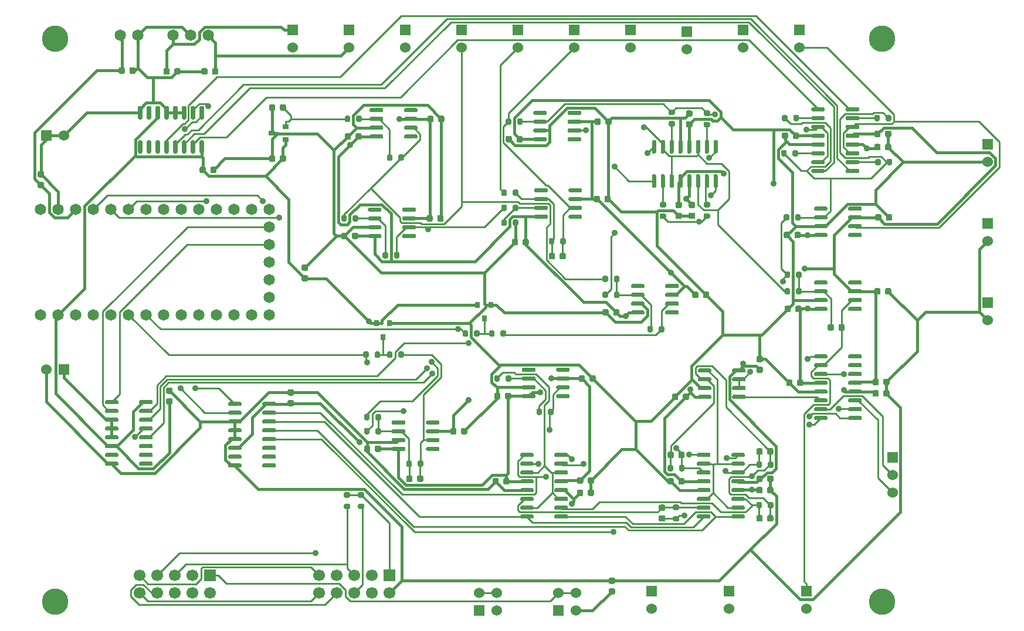
<source format=gtl>
%TF.GenerationSoftware,KiCad,Pcbnew,5.1.7-a382d34a8~87~ubuntu18.04.1*%
%TF.CreationDate,2023-01-07T11:56:03-08:00*%
%TF.ProjectId,potentiostat,706f7465-6e74-4696-9f73-7461742e6b69,rev?*%
%TF.SameCoordinates,Original*%
%TF.FileFunction,Copper,L1,Top*%
%TF.FilePolarity,Positive*%
%FSLAX46Y46*%
G04 Gerber Fmt 4.6, Leading zero omitted, Abs format (unit mm)*
G04 Created by KiCad (PCBNEW 5.1.7-a382d34a8~87~ubuntu18.04.1) date 2023-01-07 11:56:03*
%MOMM*%
%LPD*%
G01*
G04 APERTURE LIST*
%TA.AperFunction,ComponentPad*%
%ADD10C,1.651000*%
%TD*%
%TA.AperFunction,ComponentPad*%
%ADD11R,1.524000X1.524000*%
%TD*%
%TA.AperFunction,ComponentPad*%
%ADD12C,1.524000*%
%TD*%
%TA.AperFunction,ComponentPad*%
%ADD13C,1.700000*%
%TD*%
%TA.AperFunction,ComponentPad*%
%ADD14R,1.700000X1.700000*%
%TD*%
%TA.AperFunction,ComponentPad*%
%ADD15C,3.810000*%
%TD*%
%TA.AperFunction,SMDPad,CuDef*%
%ADD16R,0.800000X0.900000*%
%TD*%
%TA.AperFunction,SMDPad,CuDef*%
%ADD17R,0.900000X0.800000*%
%TD*%
%TA.AperFunction,ViaPad*%
%ADD18C,0.889000*%
%TD*%
%TA.AperFunction,Conductor*%
%ADD19C,0.381000*%
%TD*%
%TA.AperFunction,Conductor*%
%ADD20C,0.254000*%
%TD*%
G04 APERTURE END LIST*
D10*
%TO.P,U2,33*%
%TO.N,Net-(U2-Pad33)*%
X52540000Y-79180000D03*
%TO.P,U2,32*%
%TO.N,/GND*%
X55080000Y-79180000D03*
%TO.P,U2,31*%
%TO.N,/5V*%
X57620000Y-79180000D03*
%TO.P,U2,30*%
%TO.N,/SW_WRK_ELECT*%
X60160000Y-79180000D03*
%TO.P,U2,29*%
%TO.N,/SW_REF_ELECT*%
X62700000Y-79180000D03*
%TO.P,U2,28*%
%TO.N,/SW_CTR_ELECT*%
X65240000Y-79180000D03*
%TO.P,U2,27*%
%TO.N,/TIA_GAIN_A1*%
X67780000Y-79180000D03*
%TO.P,U2,26*%
%TO.N,/TIA_GAIN_A0*%
X70320000Y-79180000D03*
%TO.P,U2,25*%
%TO.N,/D7*%
X72860000Y-79180000D03*
%TO.P,U2,24*%
%TO.N,Net-(U2-Pad24)*%
X75400000Y-79180000D03*
%TO.P,U2,23*%
%TO.N,/SCL*%
X77940000Y-79180000D03*
%TO.P,U2,22*%
%TO.N,/SDA*%
X80480000Y-79180000D03*
%TO.P,U2,21*%
%TO.N,/TX_D1*%
X83020000Y-79180000D03*
%TO.P,U2,20*%
%TO.N,/RX_D0*%
X85560000Y-79180000D03*
%TO.P,U2,19*%
%TO.N,/DAC_GAIN_A1*%
X85560000Y-81720000D03*
%TO.P,U2,18*%
%TO.N,/DAC_GAIN_A0*%
X85560000Y-84260000D03*
%TO.P,U2,17*%
%TO.N,Net-(U2-Pad17)*%
X85560000Y-86800000D03*
%TO.P,U2,16*%
%TO.N,Net-(U2-Pad16)*%
X85560000Y-89340000D03*
%TO.P,U2,15*%
%TO.N,Net-(U2-Pad15)*%
X85560000Y-91880000D03*
%TO.P,U2,14*%
%TO.N,/CS*%
X85560000Y-94420000D03*
%TO.P,U2,13*%
%TO.N,/POCI*%
X83020000Y-94420000D03*
%TO.P,U2,12*%
%TO.N,/PICO*%
X80480000Y-94420000D03*
%TO.P,U2,11*%
%TO.N,/SCK*%
X77940000Y-94420000D03*
%TO.P,U2,10*%
%TO.N,/REF_GAIN_A1*%
X75400000Y-94420000D03*
%TO.P,U2,9*%
%TO.N,/REF_GAIN_A0*%
X72860000Y-94420000D03*
%TO.P,U2,8*%
%TO.N,/A3_D17*%
X70320000Y-94420000D03*
%TO.P,U2,7*%
%TO.N,/REF_ELECT_UNI*%
X67780000Y-94420000D03*
%TO.P,U2,6*%
%TO.N,/TIA_OUT_UNI*%
X65240000Y-94420000D03*
%TO.P,U2,5*%
%TO.N,/DAC_UNI*%
X62700000Y-94420000D03*
%TO.P,U2,4*%
%TO.N,Net-(U2-Pad4)*%
X60160000Y-94420000D03*
%TO.P,U2,3*%
%TO.N,Net-(U2-Pad3)*%
X57620000Y-94420000D03*
%TO.P,U2,2*%
%TO.N,/3V3*%
X55080000Y-94420000D03*
%TO.P,U2,1*%
%TO.N,Net-(U2-Pad1)*%
X52540000Y-94420000D03*
%TD*%
D11*
%TO.P,P5,1*%
%TO.N,/GND*%
X53340000Y-68580000D03*
D12*
%TO.P,P5,2*%
X55880000Y-68580000D03*
%TD*%
%TO.P,C3,2*%
%TO.N,/GND*%
%TA.AperFunction,SMDPad,CuDef*%
G36*
G01*
X174188000Y-104390000D02*
X174188000Y-103890000D01*
G75*
G02*
X174413000Y-103665000I225000J0D01*
G01*
X174863000Y-103665000D01*
G75*
G02*
X175088000Y-103890000I0J-225000D01*
G01*
X175088000Y-104390000D01*
G75*
G02*
X174863000Y-104615000I-225000J0D01*
G01*
X174413000Y-104615000D01*
G75*
G02*
X174188000Y-104390000I0J225000D01*
G01*
G37*
%TD.AperFunction*%
%TO.P,C3,1*%
%TO.N,/+15V*%
%TA.AperFunction,SMDPad,CuDef*%
G36*
G01*
X172638000Y-104390000D02*
X172638000Y-103890000D01*
G75*
G02*
X172863000Y-103665000I225000J0D01*
G01*
X173313000Y-103665000D01*
G75*
G02*
X173538000Y-103890000I0J-225000D01*
G01*
X173538000Y-104390000D01*
G75*
G02*
X173313000Y-104615000I-225000J0D01*
G01*
X172863000Y-104615000D01*
G75*
G02*
X172638000Y-104390000I0J225000D01*
G01*
G37*
%TD.AperFunction*%
%TD*%
%TO.P,U11,1*%
%TO.N,Net-(U11-Pad1)*%
%TA.AperFunction,SMDPad,CuDef*%
G36*
G01*
X123804000Y-76604000D02*
X123804000Y-76304000D01*
G75*
G02*
X123954000Y-76154000I150000J0D01*
G01*
X125604000Y-76154000D01*
G75*
G02*
X125754000Y-76304000I0J-150000D01*
G01*
X125754000Y-76604000D01*
G75*
G02*
X125604000Y-76754000I-150000J0D01*
G01*
X123954000Y-76754000D01*
G75*
G02*
X123804000Y-76604000I0J150000D01*
G01*
G37*
%TD.AperFunction*%
%TO.P,U11,2*%
%TO.N,Net-(C6-Pad2)*%
%TA.AperFunction,SMDPad,CuDef*%
G36*
G01*
X123804000Y-77874000D02*
X123804000Y-77574000D01*
G75*
G02*
X123954000Y-77424000I150000J0D01*
G01*
X125604000Y-77424000D01*
G75*
G02*
X125754000Y-77574000I0J-150000D01*
G01*
X125754000Y-77874000D01*
G75*
G02*
X125604000Y-78024000I-150000J0D01*
G01*
X123954000Y-78024000D01*
G75*
G02*
X123804000Y-77874000I0J150000D01*
G01*
G37*
%TD.AperFunction*%
%TO.P,U11,3*%
%TO.N,Net-(R2-Pad1)*%
%TA.AperFunction,SMDPad,CuDef*%
G36*
G01*
X123804000Y-79144000D02*
X123804000Y-78844000D01*
G75*
G02*
X123954000Y-78694000I150000J0D01*
G01*
X125604000Y-78694000D01*
G75*
G02*
X125754000Y-78844000I0J-150000D01*
G01*
X125754000Y-79144000D01*
G75*
G02*
X125604000Y-79294000I-150000J0D01*
G01*
X123954000Y-79294000D01*
G75*
G02*
X123804000Y-79144000I0J150000D01*
G01*
G37*
%TD.AperFunction*%
%TO.P,U11,4*%
%TO.N,/-15V*%
%TA.AperFunction,SMDPad,CuDef*%
G36*
G01*
X123804000Y-80414000D02*
X123804000Y-80114000D01*
G75*
G02*
X123954000Y-79964000I150000J0D01*
G01*
X125604000Y-79964000D01*
G75*
G02*
X125754000Y-80114000I0J-150000D01*
G01*
X125754000Y-80414000D01*
G75*
G02*
X125604000Y-80564000I-150000J0D01*
G01*
X123954000Y-80564000D01*
G75*
G02*
X123804000Y-80414000I0J150000D01*
G01*
G37*
%TD.AperFunction*%
%TO.P,U11,5*%
%TO.N,Net-(U11-Pad5)*%
%TA.AperFunction,SMDPad,CuDef*%
G36*
G01*
X128754000Y-80414000D02*
X128754000Y-80114000D01*
G75*
G02*
X128904000Y-79964000I150000J0D01*
G01*
X130554000Y-79964000D01*
G75*
G02*
X130704000Y-80114000I0J-150000D01*
G01*
X130704000Y-80414000D01*
G75*
G02*
X130554000Y-80564000I-150000J0D01*
G01*
X128904000Y-80564000D01*
G75*
G02*
X128754000Y-80414000I0J150000D01*
G01*
G37*
%TD.AperFunction*%
%TO.P,U11,6*%
%TO.N,/DAC_BIP*%
%TA.AperFunction,SMDPad,CuDef*%
G36*
G01*
X128754000Y-79144000D02*
X128754000Y-78844000D01*
G75*
G02*
X128904000Y-78694000I150000J0D01*
G01*
X130554000Y-78694000D01*
G75*
G02*
X130704000Y-78844000I0J-150000D01*
G01*
X130704000Y-79144000D01*
G75*
G02*
X130554000Y-79294000I-150000J0D01*
G01*
X128904000Y-79294000D01*
G75*
G02*
X128754000Y-79144000I0J150000D01*
G01*
G37*
%TD.AperFunction*%
%TO.P,U11,7*%
%TO.N,/+15V*%
%TA.AperFunction,SMDPad,CuDef*%
G36*
G01*
X128754000Y-77874000D02*
X128754000Y-77574000D01*
G75*
G02*
X128904000Y-77424000I150000J0D01*
G01*
X130554000Y-77424000D01*
G75*
G02*
X130704000Y-77574000I0J-150000D01*
G01*
X130704000Y-77874000D01*
G75*
G02*
X130554000Y-78024000I-150000J0D01*
G01*
X128904000Y-78024000D01*
G75*
G02*
X128754000Y-77874000I0J150000D01*
G01*
G37*
%TD.AperFunction*%
%TO.P,U11,8*%
%TO.N,Net-(U11-Pad8)*%
%TA.AperFunction,SMDPad,CuDef*%
G36*
G01*
X128754000Y-76604000D02*
X128754000Y-76304000D01*
G75*
G02*
X128904000Y-76154000I150000J0D01*
G01*
X130554000Y-76154000D01*
G75*
G02*
X130704000Y-76304000I0J-150000D01*
G01*
X130704000Y-76604000D01*
G75*
G02*
X130554000Y-76754000I-150000J0D01*
G01*
X128904000Y-76754000D01*
G75*
G02*
X128754000Y-76604000I0J150000D01*
G01*
G37*
%TD.AperFunction*%
%TD*%
D11*
%TO.P,K1,1*%
%TO.N,/CTR_ELECT_OUT*%
X175514000Y-115062000D03*
D12*
%TO.P,K1,2*%
%TO.N,/REF_ELECT_OUT*%
X175514000Y-117602000D03*
%TO.P,K1,3*%
%TO.N,/WRK_ELECT_OUT*%
X175514000Y-120142000D03*
%TD*%
D13*
%TO.P,P14,10*%
%TO.N,/CS*%
X66802000Y-134620000D03*
%TO.P,P14,9*%
%TO.N,/SCK*%
X66802000Y-132080000D03*
%TO.P,P14,8*%
%TO.N,/PICO*%
X69342000Y-134620000D03*
%TO.P,P14,7*%
%TO.N,/POCI*%
X69342000Y-132080000D03*
%TO.P,P14,6*%
%TO.N,/SDA*%
X71882000Y-134620000D03*
%TO.P,P14,5*%
%TO.N,/SCL*%
X71882000Y-132080000D03*
%TO.P,P14,4*%
%TO.N,/A3_D17*%
X74422000Y-134620000D03*
%TO.P,P14,3*%
%TO.N,/D7*%
X74422000Y-132080000D03*
%TO.P,P14,2*%
%TO.N,/GND*%
X76962000Y-134620000D03*
D14*
%TO.P,P14,1*%
%TO.N,/VEXP*%
X76962000Y-132080000D03*
%TD*%
D13*
%TO.P,P13,10*%
%TO.N,/CS*%
X92710000Y-134620000D03*
%TO.P,P13,9*%
%TO.N,/SCK*%
X92710000Y-132080000D03*
%TO.P,P13,8*%
%TO.N,/PICO*%
X95250000Y-134620000D03*
%TO.P,P13,7*%
%TO.N,/POCI*%
X95250000Y-132080000D03*
%TO.P,P13,6*%
%TO.N,/SDA*%
X97790000Y-134620000D03*
%TO.P,P13,5*%
%TO.N,/SCL*%
X97790000Y-132080000D03*
%TO.P,P13,4*%
%TO.N,/RX_D0*%
X100330000Y-134620000D03*
%TO.P,P13,3*%
%TO.N,/TX_D1*%
X100330000Y-132080000D03*
%TO.P,P13,2*%
%TO.N,/GND*%
X102870000Y-134620000D03*
D14*
%TO.P,P13,1*%
%TO.N,/VUEXT*%
X102870000Y-132080000D03*
%TD*%
D11*
%TO.P,P7,1*%
%TO.N,/DAC_BIP*%
X129540000Y-53340000D03*
D12*
%TO.P,P7,2*%
X129540000Y-55880000D03*
%TD*%
D11*
%TO.P,P9,1*%
%TO.N,/DAC_BIP_NX*%
X137668000Y-53340000D03*
D12*
%TO.P,P9,2*%
X137668000Y-55880000D03*
%TD*%
D11*
%TO.P,P20,1*%
%TO.N,/CTR_ELECT*%
X163068000Y-134366000D03*
D12*
%TO.P,P20,2*%
X163068000Y-136906000D03*
%TD*%
%TO.P,P21,2*%
%TO.N,/REF_ELECT_UNI*%
X145796000Y-56134000D03*
D11*
%TO.P,P21,1*%
X145796000Y-53594000D03*
%TD*%
%TO.P,P19,1*%
%TO.N,/REF_ELECT_BUF*%
X153924000Y-53340000D03*
D12*
%TO.P,P19,2*%
X153924000Y-55880000D03*
%TD*%
D11*
%TO.P,P6,1*%
%TO.N,/DAC_UNI*%
X121412000Y-53340000D03*
D12*
%TO.P,P6,2*%
X121412000Y-55880000D03*
%TD*%
D11*
%TO.P,P10,1*%
%TO.N,/REF_0V6*%
X105156000Y-53340000D03*
D12*
%TO.P,P10,2*%
X105156000Y-55880000D03*
%TD*%
D11*
%TO.P,P12,1*%
%TO.N,/+15V*%
X97028000Y-53340000D03*
D12*
%TO.P,P12,2*%
X97028000Y-55880000D03*
%TD*%
D11*
%TO.P,P11,1*%
%TO.N,/-15V*%
X88900000Y-53340000D03*
D12*
%TO.P,P11,2*%
X88900000Y-55880000D03*
%TD*%
D11*
%TO.P,P4,1*%
%TO.N,/GND*%
X55880000Y-102362000D03*
D12*
%TO.P,P4,2*%
X53340000Y-102362000D03*
%TD*%
D11*
%TO.P,P18,1*%
%TO.N,/TIA_OUT_UNI*%
X140716000Y-134366000D03*
D12*
%TO.P,P18,2*%
X140716000Y-136906000D03*
%TD*%
D11*
%TO.P,P17,1*%
%TO.N,/TIA_OUT_BIP*%
X151892000Y-134366000D03*
D12*
%TO.P,P17,2*%
X151892000Y-136906000D03*
%TD*%
D11*
%TO.P,P8,1*%
%TO.N,/REF_NEG_0V6*%
X113284000Y-53340000D03*
D12*
%TO.P,P8,2*%
X113284000Y-55880000D03*
%TD*%
D11*
%TO.P,P16,1*%
%TO.N,/5V*%
X127254000Y-137160000D03*
D12*
%TO.P,P16,2*%
%TO.N,/VEXP*%
X127254000Y-134620000D03*
%TO.P,P16,3*%
%TO.N,/3V3*%
X129794000Y-137160000D03*
%TO.P,P16,4*%
%TO.N,/VEXP*%
X129794000Y-134620000D03*
%TD*%
D11*
%TO.P,P15,1*%
%TO.N,/5V*%
X115824000Y-137160000D03*
D12*
%TO.P,P15,2*%
%TO.N,/VUEXT*%
X115824000Y-134620000D03*
%TO.P,P15,3*%
%TO.N,/3V3*%
X118364000Y-137160000D03*
%TO.P,P15,4*%
%TO.N,/VUEXT*%
X118364000Y-134620000D03*
%TD*%
D15*
%TO.P,H3,*%
%TO.N,*%
X173990000Y-135890000D03*
%TD*%
%TO.P,H4,*%
%TO.N,*%
X54610000Y-135890000D03*
%TD*%
%TO.P,H1,*%
%TO.N,*%
X54610000Y-54610000D03*
%TD*%
%TO.P,H2,*%
%TO.N,*%
X173990000Y-54610000D03*
%TD*%
%TO.P,C1,2*%
%TO.N,/GND*%
%TA.AperFunction,SMDPad,CuDef*%
G36*
G01*
X86416000Y-71632000D02*
X86416000Y-72132000D01*
G75*
G02*
X86191000Y-72357000I-225000J0D01*
G01*
X85741000Y-72357000D01*
G75*
G02*
X85516000Y-72132000I0J225000D01*
G01*
X85516000Y-71632000D01*
G75*
G02*
X85741000Y-71407000I225000J0D01*
G01*
X86191000Y-71407000D01*
G75*
G02*
X86416000Y-71632000I0J-225000D01*
G01*
G37*
%TD.AperFunction*%
%TO.P,C1,1*%
%TO.N,/3V3*%
%TA.AperFunction,SMDPad,CuDef*%
G36*
G01*
X87966000Y-71632000D02*
X87966000Y-72132000D01*
G75*
G02*
X87741000Y-72357000I-225000J0D01*
G01*
X87291000Y-72357000D01*
G75*
G02*
X87066000Y-72132000I0J225000D01*
G01*
X87066000Y-71632000D01*
G75*
G02*
X87291000Y-71407000I225000J0D01*
G01*
X87741000Y-71407000D01*
G75*
G02*
X87966000Y-71632000I0J-225000D01*
G01*
G37*
%TD.AperFunction*%
%TD*%
%TO.P,C2,1*%
%TO.N,/-15V*%
%TA.AperFunction,SMDPad,CuDef*%
G36*
G01*
X162642000Y-104017000D02*
X162642000Y-104517000D01*
G75*
G02*
X162417000Y-104742000I-225000J0D01*
G01*
X161967000Y-104742000D01*
G75*
G02*
X161742000Y-104517000I0J225000D01*
G01*
X161742000Y-104017000D01*
G75*
G02*
X161967000Y-103792000I225000J0D01*
G01*
X162417000Y-103792000D01*
G75*
G02*
X162642000Y-104017000I0J-225000D01*
G01*
G37*
%TD.AperFunction*%
%TO.P,C2,2*%
%TO.N,/GND*%
%TA.AperFunction,SMDPad,CuDef*%
G36*
G01*
X161092000Y-104017000D02*
X161092000Y-104517000D01*
G75*
G02*
X160867000Y-104742000I-225000J0D01*
G01*
X160417000Y-104742000D01*
G75*
G02*
X160192000Y-104517000I0J225000D01*
G01*
X160192000Y-104017000D01*
G75*
G02*
X160417000Y-103792000I225000J0D01*
G01*
X160867000Y-103792000D01*
G75*
G02*
X161092000Y-104017000I0J-225000D01*
G01*
G37*
%TD.AperFunction*%
%TD*%
%TO.P,C4,2*%
%TO.N,/GND*%
%TA.AperFunction,SMDPad,CuDef*%
G36*
G01*
X174188000Y-106041000D02*
X174188000Y-105541000D01*
G75*
G02*
X174413000Y-105316000I225000J0D01*
G01*
X174863000Y-105316000D01*
G75*
G02*
X175088000Y-105541000I0J-225000D01*
G01*
X175088000Y-106041000D01*
G75*
G02*
X174863000Y-106266000I-225000J0D01*
G01*
X174413000Y-106266000D01*
G75*
G02*
X174188000Y-106041000I0J225000D01*
G01*
G37*
%TD.AperFunction*%
%TO.P,C4,1*%
%TO.N,/3V3*%
%TA.AperFunction,SMDPad,CuDef*%
G36*
G01*
X172638000Y-106041000D02*
X172638000Y-105541000D01*
G75*
G02*
X172863000Y-105316000I225000J0D01*
G01*
X173313000Y-105316000D01*
G75*
G02*
X173538000Y-105541000I0J-225000D01*
G01*
X173538000Y-106041000D01*
G75*
G02*
X173313000Y-106266000I-225000J0D01*
G01*
X172863000Y-106266000D01*
G75*
G02*
X172638000Y-106041000I0J225000D01*
G01*
G37*
%TD.AperFunction*%
%TD*%
%TO.P,C5,1*%
%TO.N,/REF_3V*%
%TA.AperFunction,SMDPad,CuDef*%
G36*
G01*
X87966000Y-64266000D02*
X87966000Y-64766000D01*
G75*
G02*
X87741000Y-64991000I-225000J0D01*
G01*
X87291000Y-64991000D01*
G75*
G02*
X87066000Y-64766000I0J225000D01*
G01*
X87066000Y-64266000D01*
G75*
G02*
X87291000Y-64041000I225000J0D01*
G01*
X87741000Y-64041000D01*
G75*
G02*
X87966000Y-64266000I0J-225000D01*
G01*
G37*
%TD.AperFunction*%
%TO.P,C5,2*%
%TO.N,/GND*%
%TA.AperFunction,SMDPad,CuDef*%
G36*
G01*
X86416000Y-64266000D02*
X86416000Y-64766000D01*
G75*
G02*
X86191000Y-64991000I-225000J0D01*
G01*
X85741000Y-64991000D01*
G75*
G02*
X85516000Y-64766000I0J225000D01*
G01*
X85516000Y-64266000D01*
G75*
G02*
X85741000Y-64041000I225000J0D01*
G01*
X86191000Y-64041000D01*
G75*
G02*
X86416000Y-64266000I0J-225000D01*
G01*
G37*
%TD.AperFunction*%
%TD*%
%TO.P,C6,2*%
%TO.N,Net-(C6-Pad2)*%
%TA.AperFunction,SMDPad,CuDef*%
G36*
G01*
X126802000Y-85729000D02*
X126802000Y-86229000D01*
G75*
G02*
X126577000Y-86454000I-225000J0D01*
G01*
X126127000Y-86454000D01*
G75*
G02*
X125902000Y-86229000I0J225000D01*
G01*
X125902000Y-85729000D01*
G75*
G02*
X126127000Y-85504000I225000J0D01*
G01*
X126577000Y-85504000D01*
G75*
G02*
X126802000Y-85729000I0J-225000D01*
G01*
G37*
%TD.AperFunction*%
%TO.P,C6,1*%
%TO.N,/DAC_BIP*%
%TA.AperFunction,SMDPad,CuDef*%
G36*
G01*
X128352000Y-85729000D02*
X128352000Y-86229000D01*
G75*
G02*
X128127000Y-86454000I-225000J0D01*
G01*
X127677000Y-86454000D01*
G75*
G02*
X127452000Y-86229000I0J225000D01*
G01*
X127452000Y-85729000D01*
G75*
G02*
X127677000Y-85504000I225000J0D01*
G01*
X128127000Y-85504000D01*
G75*
G02*
X128352000Y-85729000I0J-225000D01*
G01*
G37*
%TD.AperFunction*%
%TD*%
%TO.P,C7,1*%
%TO.N,/5V*%
%TA.AperFunction,SMDPad,CuDef*%
G36*
G01*
X52828000Y-76155000D02*
X52328000Y-76155000D01*
G75*
G02*
X52103000Y-75930000I0J225000D01*
G01*
X52103000Y-75480000D01*
G75*
G02*
X52328000Y-75255000I225000J0D01*
G01*
X52828000Y-75255000D01*
G75*
G02*
X53053000Y-75480000I0J-225000D01*
G01*
X53053000Y-75930000D01*
G75*
G02*
X52828000Y-76155000I-225000J0D01*
G01*
G37*
%TD.AperFunction*%
%TO.P,C7,2*%
%TO.N,/GND*%
%TA.AperFunction,SMDPad,CuDef*%
G36*
G01*
X52828000Y-74605000D02*
X52328000Y-74605000D01*
G75*
G02*
X52103000Y-74380000I0J225000D01*
G01*
X52103000Y-73930000D01*
G75*
G02*
X52328000Y-73705000I225000J0D01*
G01*
X52828000Y-73705000D01*
G75*
G02*
X53053000Y-73930000I0J-225000D01*
G01*
X53053000Y-74380000D01*
G75*
G02*
X52828000Y-74605000I-225000J0D01*
G01*
G37*
%TD.AperFunction*%
%TD*%
%TO.P,C8,2*%
%TO.N,/GND*%
%TA.AperFunction,SMDPad,CuDef*%
G36*
G01*
X90928000Y-88067000D02*
X90428000Y-88067000D01*
G75*
G02*
X90203000Y-87842000I0J225000D01*
G01*
X90203000Y-87392000D01*
G75*
G02*
X90428000Y-87167000I225000J0D01*
G01*
X90928000Y-87167000D01*
G75*
G02*
X91153000Y-87392000I0J-225000D01*
G01*
X91153000Y-87842000D01*
G75*
G02*
X90928000Y-88067000I-225000J0D01*
G01*
G37*
%TD.AperFunction*%
%TO.P,C8,1*%
%TO.N,/3V3*%
%TA.AperFunction,SMDPad,CuDef*%
G36*
G01*
X90928000Y-89617000D02*
X90428000Y-89617000D01*
G75*
G02*
X90203000Y-89392000I0J225000D01*
G01*
X90203000Y-88942000D01*
G75*
G02*
X90428000Y-88717000I225000J0D01*
G01*
X90928000Y-88717000D01*
G75*
G02*
X91153000Y-88942000I0J-225000D01*
G01*
X91153000Y-89392000D01*
G75*
G02*
X90928000Y-89617000I-225000J0D01*
G01*
G37*
%TD.AperFunction*%
%TD*%
%TO.P,C9,1*%
%TO.N,/3V3*%
%TA.AperFunction,SMDPad,CuDef*%
G36*
G01*
X135251000Y-134829000D02*
X134751000Y-134829000D01*
G75*
G02*
X134526000Y-134604000I0J225000D01*
G01*
X134526000Y-134154000D01*
G75*
G02*
X134751000Y-133929000I225000J0D01*
G01*
X135251000Y-133929000D01*
G75*
G02*
X135476000Y-134154000I0J-225000D01*
G01*
X135476000Y-134604000D01*
G75*
G02*
X135251000Y-134829000I-225000J0D01*
G01*
G37*
%TD.AperFunction*%
%TO.P,C9,2*%
%TO.N,/GND*%
%TA.AperFunction,SMDPad,CuDef*%
G36*
G01*
X135251000Y-133279000D02*
X134751000Y-133279000D01*
G75*
G02*
X134526000Y-133054000I0J225000D01*
G01*
X134526000Y-132604000D01*
G75*
G02*
X134751000Y-132379000I225000J0D01*
G01*
X135251000Y-132379000D01*
G75*
G02*
X135476000Y-132604000I0J-225000D01*
G01*
X135476000Y-133054000D01*
G75*
G02*
X135251000Y-133279000I-225000J0D01*
G01*
G37*
%TD.AperFunction*%
%TD*%
%TO.P,C10,2*%
%TO.N,/GND*%
%TA.AperFunction,SMDPad,CuDef*%
G36*
G01*
X71370000Y-105847000D02*
X70870000Y-105847000D01*
G75*
G02*
X70645000Y-105622000I0J225000D01*
G01*
X70645000Y-105172000D01*
G75*
G02*
X70870000Y-104947000I225000J0D01*
G01*
X71370000Y-104947000D01*
G75*
G02*
X71595000Y-105172000I0J-225000D01*
G01*
X71595000Y-105622000D01*
G75*
G02*
X71370000Y-105847000I-225000J0D01*
G01*
G37*
%TD.AperFunction*%
%TO.P,C10,1*%
%TO.N,/3V3*%
%TA.AperFunction,SMDPad,CuDef*%
G36*
G01*
X71370000Y-107397000D02*
X70870000Y-107397000D01*
G75*
G02*
X70645000Y-107172000I0J225000D01*
G01*
X70645000Y-106722000D01*
G75*
G02*
X70870000Y-106497000I225000J0D01*
G01*
X71370000Y-106497000D01*
G75*
G02*
X71595000Y-106722000I0J-225000D01*
G01*
X71595000Y-107172000D01*
G75*
G02*
X71370000Y-107397000I-225000J0D01*
G01*
G37*
%TD.AperFunction*%
%TD*%
%TO.P,C11,1*%
%TO.N,/-15V*%
%TA.AperFunction,SMDPad,CuDef*%
G36*
G01*
X123018000Y-83697000D02*
X123018000Y-84197000D01*
G75*
G02*
X122793000Y-84422000I-225000J0D01*
G01*
X122343000Y-84422000D01*
G75*
G02*
X122118000Y-84197000I0J225000D01*
G01*
X122118000Y-83697000D01*
G75*
G02*
X122343000Y-83472000I225000J0D01*
G01*
X122793000Y-83472000D01*
G75*
G02*
X123018000Y-83697000I0J-225000D01*
G01*
G37*
%TD.AperFunction*%
%TO.P,C11,2*%
%TO.N,/GND*%
%TA.AperFunction,SMDPad,CuDef*%
G36*
G01*
X121468000Y-83697000D02*
X121468000Y-84197000D01*
G75*
G02*
X121243000Y-84422000I-225000J0D01*
G01*
X120793000Y-84422000D01*
G75*
G02*
X120568000Y-84197000I0J225000D01*
G01*
X120568000Y-83697000D01*
G75*
G02*
X120793000Y-83472000I225000J0D01*
G01*
X121243000Y-83472000D01*
G75*
G02*
X121468000Y-83697000I0J-225000D01*
G01*
G37*
%TD.AperFunction*%
%TD*%
%TO.P,C12,2*%
%TO.N,/GND*%
%TA.AperFunction,SMDPad,CuDef*%
G36*
G01*
X97338000Y-68457000D02*
X97338000Y-68957000D01*
G75*
G02*
X97113000Y-69182000I-225000J0D01*
G01*
X96663000Y-69182000D01*
G75*
G02*
X96438000Y-68957000I0J225000D01*
G01*
X96438000Y-68457000D01*
G75*
G02*
X96663000Y-68232000I225000J0D01*
G01*
X97113000Y-68232000D01*
G75*
G02*
X97338000Y-68457000I0J-225000D01*
G01*
G37*
%TD.AperFunction*%
%TO.P,C12,1*%
%TO.N,/-15V*%
%TA.AperFunction,SMDPad,CuDef*%
G36*
G01*
X98888000Y-68457000D02*
X98888000Y-68957000D01*
G75*
G02*
X98663000Y-69182000I-225000J0D01*
G01*
X98213000Y-69182000D01*
G75*
G02*
X97988000Y-68957000I0J225000D01*
G01*
X97988000Y-68457000D01*
G75*
G02*
X98213000Y-68232000I225000J0D01*
G01*
X98663000Y-68232000D01*
G75*
G02*
X98888000Y-68457000I0J-225000D01*
G01*
G37*
%TD.AperFunction*%
%TD*%
%TO.P,C13,1*%
%TO.N,/3V3*%
%TA.AperFunction,SMDPad,CuDef*%
G36*
G01*
X144403000Y-78150000D02*
X144903000Y-78150000D01*
G75*
G02*
X145128000Y-78375000I0J-225000D01*
G01*
X145128000Y-78825000D01*
G75*
G02*
X144903000Y-79050000I-225000J0D01*
G01*
X144403000Y-79050000D01*
G75*
G02*
X144178000Y-78825000I0J225000D01*
G01*
X144178000Y-78375000D01*
G75*
G02*
X144403000Y-78150000I225000J0D01*
G01*
G37*
%TD.AperFunction*%
%TO.P,C13,2*%
%TO.N,/GND*%
%TA.AperFunction,SMDPad,CuDef*%
G36*
G01*
X144403000Y-79700000D02*
X144903000Y-79700000D01*
G75*
G02*
X145128000Y-79925000I0J-225000D01*
G01*
X145128000Y-80375000D01*
G75*
G02*
X144903000Y-80600000I-225000J0D01*
G01*
X144403000Y-80600000D01*
G75*
G02*
X144178000Y-80375000I0J225000D01*
G01*
X144178000Y-79925000D01*
G75*
G02*
X144403000Y-79700000I225000J0D01*
G01*
G37*
%TD.AperFunction*%
%TD*%
%TO.P,C14,1*%
%TO.N,/-15V*%
%TA.AperFunction,SMDPad,CuDef*%
G36*
G01*
X122129000Y-68838000D02*
X122129000Y-69338000D01*
G75*
G02*
X121904000Y-69563000I-225000J0D01*
G01*
X121454000Y-69563000D01*
G75*
G02*
X121229000Y-69338000I0J225000D01*
G01*
X121229000Y-68838000D01*
G75*
G02*
X121454000Y-68613000I225000J0D01*
G01*
X121904000Y-68613000D01*
G75*
G02*
X122129000Y-68838000I0J-225000D01*
G01*
G37*
%TD.AperFunction*%
%TO.P,C14,2*%
%TO.N,/GND*%
%TA.AperFunction,SMDPad,CuDef*%
G36*
G01*
X120579000Y-68838000D02*
X120579000Y-69338000D01*
G75*
G02*
X120354000Y-69563000I-225000J0D01*
G01*
X119904000Y-69563000D01*
G75*
G02*
X119679000Y-69338000I0J225000D01*
G01*
X119679000Y-68838000D01*
G75*
G02*
X119904000Y-68613000I225000J0D01*
G01*
X120354000Y-68613000D01*
G75*
G02*
X120579000Y-68838000I0J-225000D01*
G01*
G37*
%TD.AperFunction*%
%TD*%
%TO.P,C15,1*%
%TO.N,/-15V*%
%TA.AperFunction,SMDPad,CuDef*%
G36*
G01*
X98380000Y-82808000D02*
X98380000Y-83308000D01*
G75*
G02*
X98155000Y-83533000I-225000J0D01*
G01*
X97705000Y-83533000D01*
G75*
G02*
X97480000Y-83308000I0J225000D01*
G01*
X97480000Y-82808000D01*
G75*
G02*
X97705000Y-82583000I225000J0D01*
G01*
X98155000Y-82583000D01*
G75*
G02*
X98380000Y-82808000I0J-225000D01*
G01*
G37*
%TD.AperFunction*%
%TO.P,C15,2*%
%TO.N,/GND*%
%TA.AperFunction,SMDPad,CuDef*%
G36*
G01*
X96830000Y-82808000D02*
X96830000Y-83308000D01*
G75*
G02*
X96605000Y-83533000I-225000J0D01*
G01*
X96155000Y-83533000D01*
G75*
G02*
X95930000Y-83308000I0J225000D01*
G01*
X95930000Y-82808000D01*
G75*
G02*
X96155000Y-82583000I225000J0D01*
G01*
X96605000Y-82583000D01*
G75*
G02*
X96830000Y-82808000I0J-225000D01*
G01*
G37*
%TD.AperFunction*%
%TD*%
%TO.P,C16,2*%
%TO.N,/GND*%
%TA.AperFunction,SMDPad,CuDef*%
G36*
G01*
X133929000Y-77974000D02*
X133929000Y-77474000D01*
G75*
G02*
X134154000Y-77249000I225000J0D01*
G01*
X134604000Y-77249000D01*
G75*
G02*
X134829000Y-77474000I0J-225000D01*
G01*
X134829000Y-77974000D01*
G75*
G02*
X134604000Y-78199000I-225000J0D01*
G01*
X134154000Y-78199000D01*
G75*
G02*
X133929000Y-77974000I0J225000D01*
G01*
G37*
%TD.AperFunction*%
%TO.P,C16,1*%
%TO.N,/+15V*%
%TA.AperFunction,SMDPad,CuDef*%
G36*
G01*
X132379000Y-77974000D02*
X132379000Y-77474000D01*
G75*
G02*
X132604000Y-77249000I225000J0D01*
G01*
X133054000Y-77249000D01*
G75*
G02*
X133279000Y-77474000I0J-225000D01*
G01*
X133279000Y-77974000D01*
G75*
G02*
X133054000Y-78199000I-225000J0D01*
G01*
X132604000Y-78199000D01*
G75*
G02*
X132379000Y-77974000I0J225000D01*
G01*
G37*
%TD.AperFunction*%
%TD*%
%TO.P,C17,2*%
%TO.N,/GND*%
%TA.AperFunction,SMDPad,CuDef*%
G36*
G01*
X146427000Y-65842000D02*
X145927000Y-65842000D01*
G75*
G02*
X145702000Y-65617000I0J225000D01*
G01*
X145702000Y-65167000D01*
G75*
G02*
X145927000Y-64942000I225000J0D01*
G01*
X146427000Y-64942000D01*
G75*
G02*
X146652000Y-65167000I0J-225000D01*
G01*
X146652000Y-65617000D01*
G75*
G02*
X146427000Y-65842000I-225000J0D01*
G01*
G37*
%TD.AperFunction*%
%TO.P,C17,1*%
%TO.N,/-15V*%
%TA.AperFunction,SMDPad,CuDef*%
G36*
G01*
X146427000Y-67392000D02*
X145927000Y-67392000D01*
G75*
G02*
X145702000Y-67167000I0J225000D01*
G01*
X145702000Y-66717000D01*
G75*
G02*
X145927000Y-66492000I225000J0D01*
G01*
X146427000Y-66492000D01*
G75*
G02*
X146652000Y-66717000I0J-225000D01*
G01*
X146652000Y-67167000D01*
G75*
G02*
X146427000Y-67392000I-225000J0D01*
G01*
G37*
%TD.AperFunction*%
%TD*%
%TO.P,C18,2*%
%TO.N,/GND*%
%TA.AperFunction,SMDPad,CuDef*%
G36*
G01*
X109926000Y-66417000D02*
X109926000Y-65917000D01*
G75*
G02*
X110151000Y-65692000I225000J0D01*
G01*
X110601000Y-65692000D01*
G75*
G02*
X110826000Y-65917000I0J-225000D01*
G01*
X110826000Y-66417000D01*
G75*
G02*
X110601000Y-66642000I-225000J0D01*
G01*
X110151000Y-66642000D01*
G75*
G02*
X109926000Y-66417000I0J225000D01*
G01*
G37*
%TD.AperFunction*%
%TO.P,C18,1*%
%TO.N,/+15V*%
%TA.AperFunction,SMDPad,CuDef*%
G36*
G01*
X108376000Y-66417000D02*
X108376000Y-65917000D01*
G75*
G02*
X108601000Y-65692000I225000J0D01*
G01*
X109051000Y-65692000D01*
G75*
G02*
X109276000Y-65917000I0J-225000D01*
G01*
X109276000Y-66417000D01*
G75*
G02*
X109051000Y-66642000I-225000J0D01*
G01*
X108601000Y-66642000D01*
G75*
G02*
X108376000Y-66417000I0J225000D01*
G01*
G37*
%TD.AperFunction*%
%TD*%
%TO.P,C19,2*%
%TO.N,/GND*%
%TA.AperFunction,SMDPad,CuDef*%
G36*
G01*
X134056000Y-66798000D02*
X134056000Y-66298000D01*
G75*
G02*
X134281000Y-66073000I225000J0D01*
G01*
X134731000Y-66073000D01*
G75*
G02*
X134956000Y-66298000I0J-225000D01*
G01*
X134956000Y-66798000D01*
G75*
G02*
X134731000Y-67023000I-225000J0D01*
G01*
X134281000Y-67023000D01*
G75*
G02*
X134056000Y-66798000I0J225000D01*
G01*
G37*
%TD.AperFunction*%
%TO.P,C19,1*%
%TO.N,/+15V*%
%TA.AperFunction,SMDPad,CuDef*%
G36*
G01*
X132506000Y-66798000D02*
X132506000Y-66298000D01*
G75*
G02*
X132731000Y-66073000I225000J0D01*
G01*
X133181000Y-66073000D01*
G75*
G02*
X133406000Y-66298000I0J-225000D01*
G01*
X133406000Y-66798000D01*
G75*
G02*
X133181000Y-67023000I-225000J0D01*
G01*
X132731000Y-67023000D01*
G75*
G02*
X132506000Y-66798000I0J225000D01*
G01*
G37*
%TD.AperFunction*%
%TD*%
%TO.P,C20,1*%
%TO.N,/+15V*%
%TA.AperFunction,SMDPad,CuDef*%
G36*
G01*
X146308000Y-78150000D02*
X146808000Y-78150000D01*
G75*
G02*
X147033000Y-78375000I0J-225000D01*
G01*
X147033000Y-78825000D01*
G75*
G02*
X146808000Y-79050000I-225000J0D01*
G01*
X146308000Y-79050000D01*
G75*
G02*
X146083000Y-78825000I0J225000D01*
G01*
X146083000Y-78375000D01*
G75*
G02*
X146308000Y-78150000I225000J0D01*
G01*
G37*
%TD.AperFunction*%
%TO.P,C20,2*%
%TO.N,/GND*%
%TA.AperFunction,SMDPad,CuDef*%
G36*
G01*
X146308000Y-79700000D02*
X146808000Y-79700000D01*
G75*
G02*
X147033000Y-79925000I0J-225000D01*
G01*
X147033000Y-80375000D01*
G75*
G02*
X146808000Y-80600000I-225000J0D01*
G01*
X146308000Y-80600000D01*
G75*
G02*
X146083000Y-80375000I0J225000D01*
G01*
X146083000Y-79925000D01*
G75*
G02*
X146308000Y-79700000I225000J0D01*
G01*
G37*
%TD.AperFunction*%
%TD*%
%TO.P,C21,1*%
%TO.N,/+15V*%
%TA.AperFunction,SMDPad,CuDef*%
G36*
G01*
X108249000Y-80768000D02*
X108249000Y-80268000D01*
G75*
G02*
X108474000Y-80043000I225000J0D01*
G01*
X108924000Y-80043000D01*
G75*
G02*
X109149000Y-80268000I0J-225000D01*
G01*
X109149000Y-80768000D01*
G75*
G02*
X108924000Y-80993000I-225000J0D01*
G01*
X108474000Y-80993000D01*
G75*
G02*
X108249000Y-80768000I0J225000D01*
G01*
G37*
%TD.AperFunction*%
%TO.P,C21,2*%
%TO.N,/GND*%
%TA.AperFunction,SMDPad,CuDef*%
G36*
G01*
X109799000Y-80768000D02*
X109799000Y-80268000D01*
G75*
G02*
X110024000Y-80043000I225000J0D01*
G01*
X110474000Y-80043000D01*
G75*
G02*
X110699000Y-80268000I0J-225000D01*
G01*
X110699000Y-80768000D01*
G75*
G02*
X110474000Y-80993000I-225000J0D01*
G01*
X110024000Y-80993000D01*
G75*
G02*
X109799000Y-80768000I0J225000D01*
G01*
G37*
%TD.AperFunction*%
%TD*%
%TO.P,C22,1*%
%TO.N,/-15V*%
%TA.AperFunction,SMDPad,CuDef*%
G36*
G01*
X70276000Y-59559000D02*
X70276000Y-59059000D01*
G75*
G02*
X70501000Y-58834000I225000J0D01*
G01*
X70951000Y-58834000D01*
G75*
G02*
X71176000Y-59059000I0J-225000D01*
G01*
X71176000Y-59559000D01*
G75*
G02*
X70951000Y-59784000I-225000J0D01*
G01*
X70501000Y-59784000D01*
G75*
G02*
X70276000Y-59559000I0J225000D01*
G01*
G37*
%TD.AperFunction*%
%TO.P,C22,2*%
%TO.N,/GND*%
%TA.AperFunction,SMDPad,CuDef*%
G36*
G01*
X71826000Y-59559000D02*
X71826000Y-59059000D01*
G75*
G02*
X72051000Y-58834000I225000J0D01*
G01*
X72501000Y-58834000D01*
G75*
G02*
X72726000Y-59059000I0J-225000D01*
G01*
X72726000Y-59559000D01*
G75*
G02*
X72501000Y-59784000I-225000J0D01*
G01*
X72051000Y-59784000D01*
G75*
G02*
X71826000Y-59559000I0J225000D01*
G01*
G37*
%TD.AperFunction*%
%TD*%
%TO.P,C23,2*%
%TO.N,/GND*%
%TA.AperFunction,SMDPad,CuDef*%
G36*
G01*
X76637000Y-59059000D02*
X76637000Y-59559000D01*
G75*
G02*
X76412000Y-59784000I-225000J0D01*
G01*
X75962000Y-59784000D01*
G75*
G02*
X75737000Y-59559000I0J225000D01*
G01*
X75737000Y-59059000D01*
G75*
G02*
X75962000Y-58834000I225000J0D01*
G01*
X76412000Y-58834000D01*
G75*
G02*
X76637000Y-59059000I0J-225000D01*
G01*
G37*
%TD.AperFunction*%
%TO.P,C23,1*%
%TO.N,/+15V*%
%TA.AperFunction,SMDPad,CuDef*%
G36*
G01*
X78187000Y-59059000D02*
X78187000Y-59559000D01*
G75*
G02*
X77962000Y-59784000I-225000J0D01*
G01*
X77512000Y-59784000D01*
G75*
G02*
X77287000Y-59559000I0J225000D01*
G01*
X77287000Y-59059000D01*
G75*
G02*
X77512000Y-58834000I225000J0D01*
G01*
X77962000Y-58834000D01*
G75*
G02*
X78187000Y-59059000I0J-225000D01*
G01*
G37*
%TD.AperFunction*%
%TD*%
%TO.P,C24,2*%
%TO.N,/GND*%
%TA.AperFunction,SMDPad,CuDef*%
G36*
G01*
X65349000Y-59432000D02*
X65349000Y-58932000D01*
G75*
G02*
X65574000Y-58707000I225000J0D01*
G01*
X66024000Y-58707000D01*
G75*
G02*
X66249000Y-58932000I0J-225000D01*
G01*
X66249000Y-59432000D01*
G75*
G02*
X66024000Y-59657000I-225000J0D01*
G01*
X65574000Y-59657000D01*
G75*
G02*
X65349000Y-59432000I0J225000D01*
G01*
G37*
%TD.AperFunction*%
%TO.P,C24,1*%
%TO.N,/5V*%
%TA.AperFunction,SMDPad,CuDef*%
G36*
G01*
X63799000Y-59432000D02*
X63799000Y-58932000D01*
G75*
G02*
X64024000Y-58707000I225000J0D01*
G01*
X64474000Y-58707000D01*
G75*
G02*
X64699000Y-58932000I0J-225000D01*
G01*
X64699000Y-59432000D01*
G75*
G02*
X64474000Y-59657000I-225000J0D01*
G01*
X64024000Y-59657000D01*
G75*
G02*
X63799000Y-59432000I0J225000D01*
G01*
G37*
%TD.AperFunction*%
%TD*%
%TO.P,C25,1*%
%TO.N,Net-(C25-Pad1)*%
%TA.AperFunction,SMDPad,CuDef*%
G36*
G01*
X145497000Y-114431000D02*
X145497000Y-114931000D01*
G75*
G02*
X145272000Y-115156000I-225000J0D01*
G01*
X144822000Y-115156000D01*
G75*
G02*
X144597000Y-114931000I0J225000D01*
G01*
X144597000Y-114431000D01*
G75*
G02*
X144822000Y-114206000I225000J0D01*
G01*
X145272000Y-114206000D01*
G75*
G02*
X145497000Y-114431000I0J-225000D01*
G01*
G37*
%TD.AperFunction*%
%TO.P,C25,2*%
%TO.N,/WRK_ELECT*%
%TA.AperFunction,SMDPad,CuDef*%
G36*
G01*
X143947000Y-114431000D02*
X143947000Y-114931000D01*
G75*
G02*
X143722000Y-115156000I-225000J0D01*
G01*
X143272000Y-115156000D01*
G75*
G02*
X143047000Y-114931000I0J225000D01*
G01*
X143047000Y-114431000D01*
G75*
G02*
X143272000Y-114206000I225000J0D01*
G01*
X143722000Y-114206000D01*
G75*
G02*
X143947000Y-114431000I0J-225000D01*
G01*
G37*
%TD.AperFunction*%
%TD*%
%TO.P,C26,2*%
%TO.N,/WRK_ELECT*%
%TA.AperFunction,SMDPad,CuDef*%
G36*
G01*
X141990000Y-123388000D02*
X142490000Y-123388000D01*
G75*
G02*
X142715000Y-123613000I0J-225000D01*
G01*
X142715000Y-124063000D01*
G75*
G02*
X142490000Y-124288000I-225000J0D01*
G01*
X141990000Y-124288000D01*
G75*
G02*
X141765000Y-124063000I0J225000D01*
G01*
X141765000Y-123613000D01*
G75*
G02*
X141990000Y-123388000I225000J0D01*
G01*
G37*
%TD.AperFunction*%
%TO.P,C26,1*%
%TO.N,Net-(C26-Pad1)*%
%TA.AperFunction,SMDPad,CuDef*%
G36*
G01*
X141990000Y-121838000D02*
X142490000Y-121838000D01*
G75*
G02*
X142715000Y-122063000I0J-225000D01*
G01*
X142715000Y-122513000D01*
G75*
G02*
X142490000Y-122738000I-225000J0D01*
G01*
X141990000Y-122738000D01*
G75*
G02*
X141765000Y-122513000I0J225000D01*
G01*
X141765000Y-122063000D01*
G75*
G02*
X141990000Y-121838000I225000J0D01*
G01*
G37*
%TD.AperFunction*%
%TD*%
%TO.P,C27,1*%
%TO.N,Net-(C27-Pad1)*%
%TA.AperFunction,SMDPad,CuDef*%
G36*
G01*
X155874000Y-124075000D02*
X155874000Y-123575000D01*
G75*
G02*
X156099000Y-123350000I225000J0D01*
G01*
X156549000Y-123350000D01*
G75*
G02*
X156774000Y-123575000I0J-225000D01*
G01*
X156774000Y-124075000D01*
G75*
G02*
X156549000Y-124300000I-225000J0D01*
G01*
X156099000Y-124300000D01*
G75*
G02*
X155874000Y-124075000I0J225000D01*
G01*
G37*
%TD.AperFunction*%
%TO.P,C27,2*%
%TO.N,/WRK_ELECT*%
%TA.AperFunction,SMDPad,CuDef*%
G36*
G01*
X157424000Y-124075000D02*
X157424000Y-123575000D01*
G75*
G02*
X157649000Y-123350000I225000J0D01*
G01*
X158099000Y-123350000D01*
G75*
G02*
X158324000Y-123575000I0J-225000D01*
G01*
X158324000Y-124075000D01*
G75*
G02*
X158099000Y-124300000I-225000J0D01*
G01*
X157649000Y-124300000D01*
G75*
G02*
X157424000Y-124075000I0J225000D01*
G01*
G37*
%TD.AperFunction*%
%TD*%
%TO.P,C28,1*%
%TO.N,Net-(C28-Pad1)*%
%TA.AperFunction,SMDPad,CuDef*%
G36*
G01*
X155874000Y-114423000D02*
X155874000Y-113923000D01*
G75*
G02*
X156099000Y-113698000I225000J0D01*
G01*
X156549000Y-113698000D01*
G75*
G02*
X156774000Y-113923000I0J-225000D01*
G01*
X156774000Y-114423000D01*
G75*
G02*
X156549000Y-114648000I-225000J0D01*
G01*
X156099000Y-114648000D01*
G75*
G02*
X155874000Y-114423000I0J225000D01*
G01*
G37*
%TD.AperFunction*%
%TO.P,C28,2*%
%TO.N,/WRK_ELECT*%
%TA.AperFunction,SMDPad,CuDef*%
G36*
G01*
X157424000Y-114423000D02*
X157424000Y-113923000D01*
G75*
G02*
X157649000Y-113698000I225000J0D01*
G01*
X158099000Y-113698000D01*
G75*
G02*
X158324000Y-113923000I0J-225000D01*
G01*
X158324000Y-114423000D01*
G75*
G02*
X158099000Y-114648000I-225000J0D01*
G01*
X157649000Y-114648000D01*
G75*
G02*
X157424000Y-114423000I0J225000D01*
G01*
G37*
%TD.AperFunction*%
%TD*%
%TO.P,C29,2*%
%TO.N,Net-(C29-Pad2)*%
%TA.AperFunction,SMDPad,CuDef*%
G36*
G01*
X167061000Y-96016000D02*
X167061000Y-96516000D01*
G75*
G02*
X166836000Y-96741000I-225000J0D01*
G01*
X166386000Y-96741000D01*
G75*
G02*
X166161000Y-96516000I0J225000D01*
G01*
X166161000Y-96016000D01*
G75*
G02*
X166386000Y-95791000I225000J0D01*
G01*
X166836000Y-95791000D01*
G75*
G02*
X167061000Y-96016000I0J-225000D01*
G01*
G37*
%TD.AperFunction*%
%TO.P,C29,1*%
%TO.N,/CTR_ELECT*%
%TA.AperFunction,SMDPad,CuDef*%
G36*
G01*
X168611000Y-96016000D02*
X168611000Y-96516000D01*
G75*
G02*
X168386000Y-96741000I-225000J0D01*
G01*
X167936000Y-96741000D01*
G75*
G02*
X167711000Y-96516000I0J225000D01*
G01*
X167711000Y-96016000D01*
G75*
G02*
X167936000Y-95791000I225000J0D01*
G01*
X168386000Y-95791000D01*
G75*
G02*
X168611000Y-96016000I0J-225000D01*
G01*
G37*
%TD.AperFunction*%
%TD*%
%TO.P,C30,1*%
%TO.N,Net-(C30-Pad1)*%
%TA.AperFunction,SMDPad,CuDef*%
G36*
G01*
X107778000Y-117860000D02*
X107778000Y-118360000D01*
G75*
G02*
X107553000Y-118585000I-225000J0D01*
G01*
X107103000Y-118585000D01*
G75*
G02*
X106878000Y-118360000I0J225000D01*
G01*
X106878000Y-117860000D01*
G75*
G02*
X107103000Y-117635000I225000J0D01*
G01*
X107553000Y-117635000D01*
G75*
G02*
X107778000Y-117860000I0J-225000D01*
G01*
G37*
%TD.AperFunction*%
%TO.P,C30,2*%
%TO.N,Net-(C30-Pad2)*%
%TA.AperFunction,SMDPad,CuDef*%
G36*
G01*
X106228000Y-117860000D02*
X106228000Y-118360000D01*
G75*
G02*
X106003000Y-118585000I-225000J0D01*
G01*
X105553000Y-118585000D01*
G75*
G02*
X105328000Y-118360000I0J225000D01*
G01*
X105328000Y-117860000D01*
G75*
G02*
X105553000Y-117635000I225000J0D01*
G01*
X106003000Y-117635000D01*
G75*
G02*
X106228000Y-117860000I0J-225000D01*
G01*
G37*
%TD.AperFunction*%
%TD*%
%TO.P,C31,2*%
%TO.N,/GND*%
%TA.AperFunction,SMDPad,CuDef*%
G36*
G01*
X160457000Y-68330000D02*
X160457000Y-68830000D01*
G75*
G02*
X160232000Y-69055000I-225000J0D01*
G01*
X159782000Y-69055000D01*
G75*
G02*
X159557000Y-68830000I0J225000D01*
G01*
X159557000Y-68330000D01*
G75*
G02*
X159782000Y-68105000I225000J0D01*
G01*
X160232000Y-68105000D01*
G75*
G02*
X160457000Y-68330000I0J-225000D01*
G01*
G37*
%TD.AperFunction*%
%TO.P,C31,1*%
%TO.N,/-15V*%
%TA.AperFunction,SMDPad,CuDef*%
G36*
G01*
X162007000Y-68330000D02*
X162007000Y-68830000D01*
G75*
G02*
X161782000Y-69055000I-225000J0D01*
G01*
X161332000Y-69055000D01*
G75*
G02*
X161107000Y-68830000I0J225000D01*
G01*
X161107000Y-68330000D01*
G75*
G02*
X161332000Y-68105000I225000J0D01*
G01*
X161782000Y-68105000D01*
G75*
G02*
X162007000Y-68330000I0J-225000D01*
G01*
G37*
%TD.AperFunction*%
%TD*%
%TO.P,C32,2*%
%TO.N,/GND*%
%TA.AperFunction,SMDPad,CuDef*%
G36*
G01*
X160838000Y-93349000D02*
X160838000Y-93849000D01*
G75*
G02*
X160613000Y-94074000I-225000J0D01*
G01*
X160163000Y-94074000D01*
G75*
G02*
X159938000Y-93849000I0J225000D01*
G01*
X159938000Y-93349000D01*
G75*
G02*
X160163000Y-93124000I225000J0D01*
G01*
X160613000Y-93124000D01*
G75*
G02*
X160838000Y-93349000I0J-225000D01*
G01*
G37*
%TD.AperFunction*%
%TO.P,C32,1*%
%TO.N,/-15V*%
%TA.AperFunction,SMDPad,CuDef*%
G36*
G01*
X162388000Y-93349000D02*
X162388000Y-93849000D01*
G75*
G02*
X162163000Y-94074000I-225000J0D01*
G01*
X161713000Y-94074000D01*
G75*
G02*
X161488000Y-93849000I0J225000D01*
G01*
X161488000Y-93349000D01*
G75*
G02*
X161713000Y-93124000I225000J0D01*
G01*
X162163000Y-93124000D01*
G75*
G02*
X162388000Y-93349000I0J-225000D01*
G01*
G37*
%TD.AperFunction*%
%TD*%
%TO.P,C33,1*%
%TO.N,/-15V*%
%TA.AperFunction,SMDPad,CuDef*%
G36*
G01*
X145497000Y-118241000D02*
X145497000Y-118741000D01*
G75*
G02*
X145272000Y-118966000I-225000J0D01*
G01*
X144822000Y-118966000D01*
G75*
G02*
X144597000Y-118741000I0J225000D01*
G01*
X144597000Y-118241000D01*
G75*
G02*
X144822000Y-118016000I225000J0D01*
G01*
X145272000Y-118016000D01*
G75*
G02*
X145497000Y-118241000I0J-225000D01*
G01*
G37*
%TD.AperFunction*%
%TO.P,C33,2*%
%TO.N,/GND*%
%TA.AperFunction,SMDPad,CuDef*%
G36*
G01*
X143947000Y-118241000D02*
X143947000Y-118741000D01*
G75*
G02*
X143722000Y-118966000I-225000J0D01*
G01*
X143272000Y-118966000D01*
G75*
G02*
X143047000Y-118741000I0J225000D01*
G01*
X143047000Y-118241000D01*
G75*
G02*
X143272000Y-118016000I225000J0D01*
G01*
X143722000Y-118016000D01*
G75*
G02*
X143947000Y-118241000I0J-225000D01*
G01*
G37*
%TD.AperFunction*%
%TD*%
%TO.P,C34,2*%
%TO.N,/GND*%
%TA.AperFunction,SMDPad,CuDef*%
G36*
G01*
X144582000Y-106049000D02*
X144582000Y-106549000D01*
G75*
G02*
X144357000Y-106774000I-225000J0D01*
G01*
X143907000Y-106774000D01*
G75*
G02*
X143682000Y-106549000I0J225000D01*
G01*
X143682000Y-106049000D01*
G75*
G02*
X143907000Y-105824000I225000J0D01*
G01*
X144357000Y-105824000D01*
G75*
G02*
X144582000Y-106049000I0J-225000D01*
G01*
G37*
%TD.AperFunction*%
%TO.P,C34,1*%
%TO.N,/-15V*%
%TA.AperFunction,SMDPad,CuDef*%
G36*
G01*
X146132000Y-106049000D02*
X146132000Y-106549000D01*
G75*
G02*
X145907000Y-106774000I-225000J0D01*
G01*
X145457000Y-106774000D01*
G75*
G02*
X145232000Y-106549000I0J225000D01*
G01*
X145232000Y-106049000D01*
G75*
G02*
X145457000Y-105824000I225000J0D01*
G01*
X145907000Y-105824000D01*
G75*
G02*
X146132000Y-106049000I0J-225000D01*
G01*
G37*
%TD.AperFunction*%
%TD*%
%TO.P,C35,1*%
%TO.N,/+15V*%
%TA.AperFunction,SMDPad,CuDef*%
G36*
G01*
X172892000Y-68576000D02*
X172892000Y-68076000D01*
G75*
G02*
X173117000Y-67851000I225000J0D01*
G01*
X173567000Y-67851000D01*
G75*
G02*
X173792000Y-68076000I0J-225000D01*
G01*
X173792000Y-68576000D01*
G75*
G02*
X173567000Y-68801000I-225000J0D01*
G01*
X173117000Y-68801000D01*
G75*
G02*
X172892000Y-68576000I0J225000D01*
G01*
G37*
%TD.AperFunction*%
%TO.P,C35,2*%
%TO.N,/GND*%
%TA.AperFunction,SMDPad,CuDef*%
G36*
G01*
X174442000Y-68576000D02*
X174442000Y-68076000D01*
G75*
G02*
X174667000Y-67851000I225000J0D01*
G01*
X175117000Y-67851000D01*
G75*
G02*
X175342000Y-68076000I0J-225000D01*
G01*
X175342000Y-68576000D01*
G75*
G02*
X175117000Y-68801000I-225000J0D01*
G01*
X174667000Y-68801000D01*
G75*
G02*
X174442000Y-68576000I0J225000D01*
G01*
G37*
%TD.AperFunction*%
%TD*%
%TO.P,C36,2*%
%TO.N,/GND*%
%TA.AperFunction,SMDPad,CuDef*%
G36*
G01*
X160711000Y-82681000D02*
X160711000Y-83181000D01*
G75*
G02*
X160486000Y-83406000I-225000J0D01*
G01*
X160036000Y-83406000D01*
G75*
G02*
X159811000Y-83181000I0J225000D01*
G01*
X159811000Y-82681000D01*
G75*
G02*
X160036000Y-82456000I225000J0D01*
G01*
X160486000Y-82456000D01*
G75*
G02*
X160711000Y-82681000I0J-225000D01*
G01*
G37*
%TD.AperFunction*%
%TO.P,C36,1*%
%TO.N,/-15V*%
%TA.AperFunction,SMDPad,CuDef*%
G36*
G01*
X162261000Y-82681000D02*
X162261000Y-83181000D01*
G75*
G02*
X162036000Y-83406000I-225000J0D01*
G01*
X161586000Y-83406000D01*
G75*
G02*
X161361000Y-83181000I0J225000D01*
G01*
X161361000Y-82681000D01*
G75*
G02*
X161586000Y-82456000I225000J0D01*
G01*
X162036000Y-82456000D01*
G75*
G02*
X162261000Y-82681000I0J-225000D01*
G01*
G37*
%TD.AperFunction*%
%TD*%
%TO.P,C37,2*%
%TO.N,/GND*%
%TA.AperFunction,SMDPad,CuDef*%
G36*
G01*
X157424000Y-118360000D02*
X157424000Y-117860000D01*
G75*
G02*
X157649000Y-117635000I225000J0D01*
G01*
X158099000Y-117635000D01*
G75*
G02*
X158324000Y-117860000I0J-225000D01*
G01*
X158324000Y-118360000D01*
G75*
G02*
X158099000Y-118585000I-225000J0D01*
G01*
X157649000Y-118585000D01*
G75*
G02*
X157424000Y-118360000I0J225000D01*
G01*
G37*
%TD.AperFunction*%
%TO.P,C37,1*%
%TO.N,/+15V*%
%TA.AperFunction,SMDPad,CuDef*%
G36*
G01*
X155874000Y-118360000D02*
X155874000Y-117860000D01*
G75*
G02*
X156099000Y-117635000I225000J0D01*
G01*
X156549000Y-117635000D01*
G75*
G02*
X156774000Y-117860000I0J-225000D01*
G01*
X156774000Y-118360000D01*
G75*
G02*
X156549000Y-118585000I-225000J0D01*
G01*
X156099000Y-118585000D01*
G75*
G02*
X155874000Y-118360000I0J225000D01*
G01*
G37*
%TD.AperFunction*%
%TD*%
%TO.P,C38,1*%
%TO.N,/+15V*%
%TA.AperFunction,SMDPad,CuDef*%
G36*
G01*
X156587000Y-102825000D02*
X156087000Y-102825000D01*
G75*
G02*
X155862000Y-102600000I0J225000D01*
G01*
X155862000Y-102150000D01*
G75*
G02*
X156087000Y-101925000I225000J0D01*
G01*
X156587000Y-101925000D01*
G75*
G02*
X156812000Y-102150000I0J-225000D01*
G01*
X156812000Y-102600000D01*
G75*
G02*
X156587000Y-102825000I-225000J0D01*
G01*
G37*
%TD.AperFunction*%
%TO.P,C38,2*%
%TO.N,/GND*%
%TA.AperFunction,SMDPad,CuDef*%
G36*
G01*
X156587000Y-101275000D02*
X156087000Y-101275000D01*
G75*
G02*
X155862000Y-101050000I0J225000D01*
G01*
X155862000Y-100600000D01*
G75*
G02*
X156087000Y-100375000I225000J0D01*
G01*
X156587000Y-100375000D01*
G75*
G02*
X156812000Y-100600000I0J-225000D01*
G01*
X156812000Y-101050000D01*
G75*
G02*
X156587000Y-101275000I-225000J0D01*
G01*
G37*
%TD.AperFunction*%
%TD*%
%TO.P,C39,1*%
%TO.N,/-15V*%
%TA.AperFunction,SMDPad,CuDef*%
G36*
G01*
X136099000Y-93857000D02*
X136099000Y-94357000D01*
G75*
G02*
X135874000Y-94582000I-225000J0D01*
G01*
X135424000Y-94582000D01*
G75*
G02*
X135199000Y-94357000I0J225000D01*
G01*
X135199000Y-93857000D01*
G75*
G02*
X135424000Y-93632000I225000J0D01*
G01*
X135874000Y-93632000D01*
G75*
G02*
X136099000Y-93857000I0J-225000D01*
G01*
G37*
%TD.AperFunction*%
%TO.P,C39,2*%
%TO.N,/GND*%
%TA.AperFunction,SMDPad,CuDef*%
G36*
G01*
X134549000Y-93857000D02*
X134549000Y-94357000D01*
G75*
G02*
X134324000Y-94582000I-225000J0D01*
G01*
X133874000Y-94582000D01*
G75*
G02*
X133649000Y-94357000I0J225000D01*
G01*
X133649000Y-93857000D01*
G75*
G02*
X133874000Y-93632000I225000J0D01*
G01*
X134324000Y-93632000D01*
G75*
G02*
X134549000Y-93857000I0J-225000D01*
G01*
G37*
%TD.AperFunction*%
%TD*%
%TO.P,C40,1*%
%TO.N,/3V3*%
%TA.AperFunction,SMDPad,CuDef*%
G36*
G01*
X172892000Y-70481000D02*
X172892000Y-69981000D01*
G75*
G02*
X173117000Y-69756000I225000J0D01*
G01*
X173567000Y-69756000D01*
G75*
G02*
X173792000Y-69981000I0J-225000D01*
G01*
X173792000Y-70481000D01*
G75*
G02*
X173567000Y-70706000I-225000J0D01*
G01*
X173117000Y-70706000D01*
G75*
G02*
X172892000Y-70481000I0J225000D01*
G01*
G37*
%TD.AperFunction*%
%TO.P,C40,2*%
%TO.N,/GND*%
%TA.AperFunction,SMDPad,CuDef*%
G36*
G01*
X174442000Y-70481000D02*
X174442000Y-69981000D01*
G75*
G02*
X174667000Y-69756000I225000J0D01*
G01*
X175117000Y-69756000D01*
G75*
G02*
X175342000Y-69981000I0J-225000D01*
G01*
X175342000Y-70481000D01*
G75*
G02*
X175117000Y-70706000I-225000J0D01*
G01*
X174667000Y-70706000D01*
G75*
G02*
X174442000Y-70481000I0J225000D01*
G01*
G37*
%TD.AperFunction*%
%TD*%
%TO.P,C41,2*%
%TO.N,/GND*%
%TA.AperFunction,SMDPad,CuDef*%
G36*
G01*
X157424000Y-120011000D02*
X157424000Y-119511000D01*
G75*
G02*
X157649000Y-119286000I225000J0D01*
G01*
X158099000Y-119286000D01*
G75*
G02*
X158324000Y-119511000I0J-225000D01*
G01*
X158324000Y-120011000D01*
G75*
G02*
X158099000Y-120236000I-225000J0D01*
G01*
X157649000Y-120236000D01*
G75*
G02*
X157424000Y-120011000I0J225000D01*
G01*
G37*
%TD.AperFunction*%
%TO.P,C41,1*%
%TO.N,/3V3*%
%TA.AperFunction,SMDPad,CuDef*%
G36*
G01*
X155874000Y-120011000D02*
X155874000Y-119511000D01*
G75*
G02*
X156099000Y-119286000I225000J0D01*
G01*
X156549000Y-119286000D01*
G75*
G02*
X156774000Y-119511000I0J-225000D01*
G01*
X156774000Y-120011000D01*
G75*
G02*
X156549000Y-120236000I-225000J0D01*
G01*
X156099000Y-120236000D01*
G75*
G02*
X155874000Y-120011000I0J225000D01*
G01*
G37*
%TD.AperFunction*%
%TD*%
%TO.P,C42,1*%
%TO.N,/-15V*%
%TA.AperFunction,SMDPad,CuDef*%
G36*
G01*
X120478000Y-105922000D02*
X120478000Y-106422000D01*
G75*
G02*
X120253000Y-106647000I-225000J0D01*
G01*
X119803000Y-106647000D01*
G75*
G02*
X119578000Y-106422000I0J225000D01*
G01*
X119578000Y-105922000D01*
G75*
G02*
X119803000Y-105697000I225000J0D01*
G01*
X120253000Y-105697000D01*
G75*
G02*
X120478000Y-105922000I0J-225000D01*
G01*
G37*
%TD.AperFunction*%
%TO.P,C42,2*%
%TO.N,/GND*%
%TA.AperFunction,SMDPad,CuDef*%
G36*
G01*
X118928000Y-105922000D02*
X118928000Y-106422000D01*
G75*
G02*
X118703000Y-106647000I-225000J0D01*
G01*
X118253000Y-106647000D01*
G75*
G02*
X118028000Y-106422000I0J225000D01*
G01*
X118028000Y-105922000D01*
G75*
G02*
X118253000Y-105697000I225000J0D01*
G01*
X118703000Y-105697000D01*
G75*
G02*
X118928000Y-105922000I0J-225000D01*
G01*
G37*
%TD.AperFunction*%
%TD*%
%TO.P,C43,2*%
%TO.N,/GND*%
%TA.AperFunction,SMDPad,CuDef*%
G36*
G01*
X174442000Y-91309000D02*
X174442000Y-90809000D01*
G75*
G02*
X174667000Y-90584000I225000J0D01*
G01*
X175117000Y-90584000D01*
G75*
G02*
X175342000Y-90809000I0J-225000D01*
G01*
X175342000Y-91309000D01*
G75*
G02*
X175117000Y-91534000I-225000J0D01*
G01*
X174667000Y-91534000D01*
G75*
G02*
X174442000Y-91309000I0J225000D01*
G01*
G37*
%TD.AperFunction*%
%TO.P,C43,1*%
%TO.N,/+15V*%
%TA.AperFunction,SMDPad,CuDef*%
G36*
G01*
X172892000Y-91309000D02*
X172892000Y-90809000D01*
G75*
G02*
X173117000Y-90584000I225000J0D01*
G01*
X173567000Y-90584000D01*
G75*
G02*
X173792000Y-90809000I0J-225000D01*
G01*
X173792000Y-91309000D01*
G75*
G02*
X173567000Y-91534000I-225000J0D01*
G01*
X173117000Y-91534000D01*
G75*
G02*
X172892000Y-91309000I0J225000D01*
G01*
G37*
%TD.AperFunction*%
%TD*%
%TO.P,C44,2*%
%TO.N,/GND*%
%TA.AperFunction,SMDPad,CuDef*%
G36*
G01*
X100132000Y-113542000D02*
X100132000Y-114042000D01*
G75*
G02*
X99907000Y-114267000I-225000J0D01*
G01*
X99457000Y-114267000D01*
G75*
G02*
X99232000Y-114042000I0J225000D01*
G01*
X99232000Y-113542000D01*
G75*
G02*
X99457000Y-113317000I225000J0D01*
G01*
X99907000Y-113317000D01*
G75*
G02*
X100132000Y-113542000I0J-225000D01*
G01*
G37*
%TD.AperFunction*%
%TO.P,C44,1*%
%TO.N,/-15V*%
%TA.AperFunction,SMDPad,CuDef*%
G36*
G01*
X101682000Y-113542000D02*
X101682000Y-114042000D01*
G75*
G02*
X101457000Y-114267000I-225000J0D01*
G01*
X101007000Y-114267000D01*
G75*
G02*
X100782000Y-114042000I0J225000D01*
G01*
X100782000Y-113542000D01*
G75*
G02*
X101007000Y-113317000I225000J0D01*
G01*
X101457000Y-113317000D01*
G75*
G02*
X101682000Y-113542000I0J-225000D01*
G01*
G37*
%TD.AperFunction*%
%TD*%
%TO.P,C45,1*%
%TO.N,/+15V*%
%TA.AperFunction,SMDPad,CuDef*%
G36*
G01*
X173019000Y-80641000D02*
X173019000Y-80141000D01*
G75*
G02*
X173244000Y-79916000I225000J0D01*
G01*
X173694000Y-79916000D01*
G75*
G02*
X173919000Y-80141000I0J-225000D01*
G01*
X173919000Y-80641000D01*
G75*
G02*
X173694000Y-80866000I-225000J0D01*
G01*
X173244000Y-80866000D01*
G75*
G02*
X173019000Y-80641000I0J225000D01*
G01*
G37*
%TD.AperFunction*%
%TO.P,C45,2*%
%TO.N,/GND*%
%TA.AperFunction,SMDPad,CuDef*%
G36*
G01*
X174569000Y-80641000D02*
X174569000Y-80141000D01*
G75*
G02*
X174794000Y-79916000I225000J0D01*
G01*
X175244000Y-79916000D01*
G75*
G02*
X175469000Y-80141000I0J-225000D01*
G01*
X175469000Y-80641000D01*
G75*
G02*
X175244000Y-80866000I-225000J0D01*
G01*
X174794000Y-80866000D01*
G75*
G02*
X174569000Y-80641000I0J225000D01*
G01*
G37*
%TD.AperFunction*%
%TD*%
%TO.P,C46,1*%
%TO.N,/3V3*%
%TA.AperFunction,SMDPad,CuDef*%
G36*
G01*
X88896000Y-107651000D02*
X88396000Y-107651000D01*
G75*
G02*
X88171000Y-107426000I0J225000D01*
G01*
X88171000Y-106976000D01*
G75*
G02*
X88396000Y-106751000I225000J0D01*
G01*
X88896000Y-106751000D01*
G75*
G02*
X89121000Y-106976000I0J-225000D01*
G01*
X89121000Y-107426000D01*
G75*
G02*
X88896000Y-107651000I-225000J0D01*
G01*
G37*
%TD.AperFunction*%
%TO.P,C46,2*%
%TO.N,/GND*%
%TA.AperFunction,SMDPad,CuDef*%
G36*
G01*
X88896000Y-106101000D02*
X88396000Y-106101000D01*
G75*
G02*
X88171000Y-105876000I0J225000D01*
G01*
X88171000Y-105426000D01*
G75*
G02*
X88396000Y-105201000I225000J0D01*
G01*
X88896000Y-105201000D01*
G75*
G02*
X89121000Y-105426000I0J-225000D01*
G01*
X89121000Y-105876000D01*
G75*
G02*
X88896000Y-106101000I-225000J0D01*
G01*
G37*
%TD.AperFunction*%
%TD*%
%TO.P,C47,1*%
%TO.N,/3V3*%
%TA.AperFunction,SMDPad,CuDef*%
G36*
G01*
X75483000Y-73783000D02*
X75483000Y-73283000D01*
G75*
G02*
X75708000Y-73058000I225000J0D01*
G01*
X76158000Y-73058000D01*
G75*
G02*
X76383000Y-73283000I0J-225000D01*
G01*
X76383000Y-73783000D01*
G75*
G02*
X76158000Y-74008000I-225000J0D01*
G01*
X75708000Y-74008000D01*
G75*
G02*
X75483000Y-73783000I0J225000D01*
G01*
G37*
%TD.AperFunction*%
%TO.P,C47,2*%
%TO.N,/GND*%
%TA.AperFunction,SMDPad,CuDef*%
G36*
G01*
X77033000Y-73783000D02*
X77033000Y-73283000D01*
G75*
G02*
X77258000Y-73058000I225000J0D01*
G01*
X77708000Y-73058000D01*
G75*
G02*
X77933000Y-73283000I0J-225000D01*
G01*
X77933000Y-73783000D01*
G75*
G02*
X77708000Y-74008000I-225000J0D01*
G01*
X77258000Y-74008000D01*
G75*
G02*
X77033000Y-73783000I0J225000D01*
G01*
G37*
%TD.AperFunction*%
%TD*%
%TO.P,C48,1*%
%TO.N,/+15V*%
%TA.AperFunction,SMDPad,CuDef*%
G36*
G01*
X130220000Y-103882000D02*
X130220000Y-103382000D01*
G75*
G02*
X130445000Y-103157000I225000J0D01*
G01*
X130895000Y-103157000D01*
G75*
G02*
X131120000Y-103382000I0J-225000D01*
G01*
X131120000Y-103882000D01*
G75*
G02*
X130895000Y-104107000I-225000J0D01*
G01*
X130445000Y-104107000D01*
G75*
G02*
X130220000Y-103882000I0J225000D01*
G01*
G37*
%TD.AperFunction*%
%TO.P,C48,2*%
%TO.N,/GND*%
%TA.AperFunction,SMDPad,CuDef*%
G36*
G01*
X131770000Y-103882000D02*
X131770000Y-103382000D01*
G75*
G02*
X131995000Y-103157000I225000J0D01*
G01*
X132445000Y-103157000D01*
G75*
G02*
X132670000Y-103382000I0J-225000D01*
G01*
X132670000Y-103882000D01*
G75*
G02*
X132445000Y-104107000I-225000J0D01*
G01*
X131995000Y-104107000D01*
G75*
G02*
X131770000Y-103882000I0J225000D01*
G01*
G37*
%TD.AperFunction*%
%TD*%
%TO.P,C50,1*%
%TO.N,/+15V*%
%TA.AperFunction,SMDPad,CuDef*%
G36*
G01*
X146603000Y-91817000D02*
X146603000Y-91317000D01*
G75*
G02*
X146828000Y-91092000I225000J0D01*
G01*
X147278000Y-91092000D01*
G75*
G02*
X147503000Y-91317000I0J-225000D01*
G01*
X147503000Y-91817000D01*
G75*
G02*
X147278000Y-92042000I-225000J0D01*
G01*
X146828000Y-92042000D01*
G75*
G02*
X146603000Y-91817000I0J225000D01*
G01*
G37*
%TD.AperFunction*%
%TO.P,C50,2*%
%TO.N,/GND*%
%TA.AperFunction,SMDPad,CuDef*%
G36*
G01*
X148153000Y-91817000D02*
X148153000Y-91317000D01*
G75*
G02*
X148378000Y-91092000I225000J0D01*
G01*
X148828000Y-91092000D01*
G75*
G02*
X149053000Y-91317000I0J-225000D01*
G01*
X149053000Y-91817000D01*
G75*
G02*
X148828000Y-92042000I-225000J0D01*
G01*
X148378000Y-92042000D01*
G75*
G02*
X148153000Y-91817000I0J225000D01*
G01*
G37*
%TD.AperFunction*%
%TD*%
%TO.P,C52,2*%
%TO.N,/GND*%
%TA.AperFunction,SMDPad,CuDef*%
G36*
G01*
X113228000Y-111502000D02*
X113228000Y-111002000D01*
G75*
G02*
X113453000Y-110777000I225000J0D01*
G01*
X113903000Y-110777000D01*
G75*
G02*
X114128000Y-111002000I0J-225000D01*
G01*
X114128000Y-111502000D01*
G75*
G02*
X113903000Y-111727000I-225000J0D01*
G01*
X113453000Y-111727000D01*
G75*
G02*
X113228000Y-111502000I0J225000D01*
G01*
G37*
%TD.AperFunction*%
%TO.P,C52,1*%
%TO.N,/+15V*%
%TA.AperFunction,SMDPad,CuDef*%
G36*
G01*
X111678000Y-111502000D02*
X111678000Y-111002000D01*
G75*
G02*
X111903000Y-110777000I225000J0D01*
G01*
X112353000Y-110777000D01*
G75*
G02*
X112578000Y-111002000I0J-225000D01*
G01*
X112578000Y-111502000D01*
G75*
G02*
X112353000Y-111727000I-225000J0D01*
G01*
X111903000Y-111727000D01*
G75*
G02*
X111678000Y-111502000I0J225000D01*
G01*
G37*
%TD.AperFunction*%
%TD*%
D16*
%TO.P,D1,1*%
%TO.N,/GND*%
X117536000Y-92980000D03*
%TO.P,D1,2*%
%TO.N,/3V3*%
X115636000Y-92980000D03*
%TO.P,D1,3*%
%TO.N,Net-(D1-Pad3)*%
X116586000Y-94980000D03*
%TD*%
%TO.P,D2,1*%
%TO.N,/GND*%
X102931000Y-95647000D03*
%TO.P,D2,2*%
%TO.N,/3V3*%
X101031000Y-95647000D03*
%TO.P,D2,3*%
%TO.N,Net-(D2-Pad3)*%
X101981000Y-97647000D03*
%TD*%
D11*
%TO.P,P22,1*%
%TO.N,/REF_ELECT_BIP*%
X162052000Y-53340000D03*
D12*
%TO.P,P22,2*%
X162052000Y-55880000D03*
%TD*%
%TO.P,R1,2*%
%TO.N,/DAC_UNI*%
%TA.AperFunction,SMDPad,CuDef*%
G36*
G01*
X119844000Y-76560000D02*
X119844000Y-77110000D01*
G75*
G02*
X119644000Y-77310000I-200000J0D01*
G01*
X119244000Y-77310000D01*
G75*
G02*
X119044000Y-77110000I0J200000D01*
G01*
X119044000Y-76560000D01*
G75*
G02*
X119244000Y-76360000I200000J0D01*
G01*
X119644000Y-76360000D01*
G75*
G02*
X119844000Y-76560000I0J-200000D01*
G01*
G37*
%TD.AperFunction*%
%TO.P,R1,1*%
%TO.N,Net-(C6-Pad2)*%
%TA.AperFunction,SMDPad,CuDef*%
G36*
G01*
X121494000Y-76560000D02*
X121494000Y-77110000D01*
G75*
G02*
X121294000Y-77310000I-200000J0D01*
G01*
X120894000Y-77310000D01*
G75*
G02*
X120694000Y-77110000I0J200000D01*
G01*
X120694000Y-76560000D01*
G75*
G02*
X120894000Y-76360000I200000J0D01*
G01*
X121294000Y-76360000D01*
G75*
G02*
X121494000Y-76560000I0J-200000D01*
G01*
G37*
%TD.AperFunction*%
%TD*%
%TO.P,R2,2*%
%TO.N,/REF_0V6*%
%TA.AperFunction,SMDPad,CuDef*%
G36*
G01*
X119844000Y-78719000D02*
X119844000Y-79269000D01*
G75*
G02*
X119644000Y-79469000I-200000J0D01*
G01*
X119244000Y-79469000D01*
G75*
G02*
X119044000Y-79269000I0J200000D01*
G01*
X119044000Y-78719000D01*
G75*
G02*
X119244000Y-78519000I200000J0D01*
G01*
X119644000Y-78519000D01*
G75*
G02*
X119844000Y-78719000I0J-200000D01*
G01*
G37*
%TD.AperFunction*%
%TO.P,R2,1*%
%TO.N,Net-(R2-Pad1)*%
%TA.AperFunction,SMDPad,CuDef*%
G36*
G01*
X121494000Y-78719000D02*
X121494000Y-79269000D01*
G75*
G02*
X121294000Y-79469000I-200000J0D01*
G01*
X120894000Y-79469000D01*
G75*
G02*
X120694000Y-79269000I0J200000D01*
G01*
X120694000Y-78719000D01*
G75*
G02*
X120894000Y-78519000I200000J0D01*
G01*
X121294000Y-78519000D01*
G75*
G02*
X121494000Y-78719000I0J-200000D01*
G01*
G37*
%TD.AperFunction*%
%TD*%
%TO.P,R3,1*%
%TO.N,Net-(R2-Pad1)*%
%TA.AperFunction,SMDPad,CuDef*%
G36*
G01*
X119044000Y-81428000D02*
X119044000Y-80878000D01*
G75*
G02*
X119244000Y-80678000I200000J0D01*
G01*
X119644000Y-80678000D01*
G75*
G02*
X119844000Y-80878000I0J-200000D01*
G01*
X119844000Y-81428000D01*
G75*
G02*
X119644000Y-81628000I-200000J0D01*
G01*
X119244000Y-81628000D01*
G75*
G02*
X119044000Y-81428000I0J200000D01*
G01*
G37*
%TD.AperFunction*%
%TO.P,R3,2*%
%TO.N,/GND*%
%TA.AperFunction,SMDPad,CuDef*%
G36*
G01*
X120694000Y-81428000D02*
X120694000Y-80878000D01*
G75*
G02*
X120894000Y-80678000I200000J0D01*
G01*
X121294000Y-80678000D01*
G75*
G02*
X121494000Y-80878000I0J-200000D01*
G01*
X121494000Y-81428000D01*
G75*
G02*
X121294000Y-81628000I-200000J0D01*
G01*
X120894000Y-81628000D01*
G75*
G02*
X120694000Y-81428000I0J200000D01*
G01*
G37*
%TD.AperFunction*%
%TD*%
%TO.P,R4,2*%
%TO.N,/REF_3V*%
%TA.AperFunction,SMDPad,CuDef*%
G36*
G01*
X97238000Y-65892000D02*
X97238000Y-66442000D01*
G75*
G02*
X97038000Y-66642000I-200000J0D01*
G01*
X96638000Y-66642000D01*
G75*
G02*
X96438000Y-66442000I0J200000D01*
G01*
X96438000Y-65892000D01*
G75*
G02*
X96638000Y-65692000I200000J0D01*
G01*
X97038000Y-65692000D01*
G75*
G02*
X97238000Y-65892000I0J-200000D01*
G01*
G37*
%TD.AperFunction*%
%TO.P,R4,1*%
%TO.N,Net-(R4-Pad1)*%
%TA.AperFunction,SMDPad,CuDef*%
G36*
G01*
X98888000Y-65892000D02*
X98888000Y-66442000D01*
G75*
G02*
X98688000Y-66642000I-200000J0D01*
G01*
X98288000Y-66642000D01*
G75*
G02*
X98088000Y-66442000I0J200000D01*
G01*
X98088000Y-65892000D01*
G75*
G02*
X98288000Y-65692000I200000J0D01*
G01*
X98688000Y-65692000D01*
G75*
G02*
X98888000Y-65892000I0J-200000D01*
G01*
G37*
%TD.AperFunction*%
%TD*%
%TO.P,R5,1*%
%TO.N,/DAC_BIP*%
%TA.AperFunction,SMDPad,CuDef*%
G36*
G01*
X128352000Y-83545000D02*
X128352000Y-84095000D01*
G75*
G02*
X128152000Y-84295000I-200000J0D01*
G01*
X127752000Y-84295000D01*
G75*
G02*
X127552000Y-84095000I0J200000D01*
G01*
X127552000Y-83545000D01*
G75*
G02*
X127752000Y-83345000I200000J0D01*
G01*
X128152000Y-83345000D01*
G75*
G02*
X128352000Y-83545000I0J-200000D01*
G01*
G37*
%TD.AperFunction*%
%TO.P,R5,2*%
%TO.N,Net-(C6-Pad2)*%
%TA.AperFunction,SMDPad,CuDef*%
G36*
G01*
X126702000Y-83545000D02*
X126702000Y-84095000D01*
G75*
G02*
X126502000Y-84295000I-200000J0D01*
G01*
X126102000Y-84295000D01*
G75*
G02*
X125902000Y-84095000I0J200000D01*
G01*
X125902000Y-83545000D01*
G75*
G02*
X126102000Y-83345000I200000J0D01*
G01*
X126502000Y-83345000D01*
G75*
G02*
X126702000Y-83545000I0J-200000D01*
G01*
G37*
%TD.AperFunction*%
%TD*%
%TO.P,R6,1*%
%TO.N,/REF_NEG_0V6*%
%TA.AperFunction,SMDPad,CuDef*%
G36*
G01*
X104984000Y-71480000D02*
X104984000Y-72030000D01*
G75*
G02*
X104784000Y-72230000I-200000J0D01*
G01*
X104384000Y-72230000D01*
G75*
G02*
X104184000Y-72030000I0J200000D01*
G01*
X104184000Y-71480000D01*
G75*
G02*
X104384000Y-71280000I200000J0D01*
G01*
X104784000Y-71280000D01*
G75*
G02*
X104984000Y-71480000I0J-200000D01*
G01*
G37*
%TD.AperFunction*%
%TO.P,R6,2*%
%TO.N,Net-(R4-Pad1)*%
%TA.AperFunction,SMDPad,CuDef*%
G36*
G01*
X103334000Y-71480000D02*
X103334000Y-72030000D01*
G75*
G02*
X103134000Y-72230000I-200000J0D01*
G01*
X102734000Y-72230000D01*
G75*
G02*
X102534000Y-72030000I0J200000D01*
G01*
X102534000Y-71480000D01*
G75*
G02*
X102734000Y-71280000I200000J0D01*
G01*
X103134000Y-71280000D01*
G75*
G02*
X103334000Y-71480000I0J-200000D01*
G01*
G37*
%TD.AperFunction*%
%TD*%
%TO.P,R7,1*%
%TO.N,Net-(R10-Pad2)*%
%TA.AperFunction,SMDPad,CuDef*%
G36*
G01*
X122129000Y-66273000D02*
X122129000Y-66823000D01*
G75*
G02*
X121929000Y-67023000I-200000J0D01*
G01*
X121529000Y-67023000D01*
G75*
G02*
X121329000Y-66823000I0J200000D01*
G01*
X121329000Y-66273000D01*
G75*
G02*
X121529000Y-66073000I200000J0D01*
G01*
X121929000Y-66073000D01*
G75*
G02*
X122129000Y-66273000I0J-200000D01*
G01*
G37*
%TD.AperFunction*%
%TO.P,R7,2*%
%TO.N,/DAC_BIP*%
%TA.AperFunction,SMDPad,CuDef*%
G36*
G01*
X120479000Y-66273000D02*
X120479000Y-66823000D01*
G75*
G02*
X120279000Y-67023000I-200000J0D01*
G01*
X119879000Y-67023000D01*
G75*
G02*
X119679000Y-66823000I0J200000D01*
G01*
X119679000Y-66273000D01*
G75*
G02*
X119879000Y-66073000I200000J0D01*
G01*
X120279000Y-66073000D01*
G75*
G02*
X120479000Y-66273000I0J-200000D01*
G01*
G37*
%TD.AperFunction*%
%TD*%
%TO.P,R8,2*%
%TO.N,/REF_NEG_0V6*%
%TA.AperFunction,SMDPad,CuDef*%
G36*
G01*
X96730000Y-80243000D02*
X96730000Y-80793000D01*
G75*
G02*
X96530000Y-80993000I-200000J0D01*
G01*
X96130000Y-80993000D01*
G75*
G02*
X95930000Y-80793000I0J200000D01*
G01*
X95930000Y-80243000D01*
G75*
G02*
X96130000Y-80043000I200000J0D01*
G01*
X96530000Y-80043000D01*
G75*
G02*
X96730000Y-80243000I0J-200000D01*
G01*
G37*
%TD.AperFunction*%
%TO.P,R8,1*%
%TO.N,Net-(R13-Pad2)*%
%TA.AperFunction,SMDPad,CuDef*%
G36*
G01*
X98380000Y-80243000D02*
X98380000Y-80793000D01*
G75*
G02*
X98180000Y-80993000I-200000J0D01*
G01*
X97780000Y-80993000D01*
G75*
G02*
X97580000Y-80793000I0J200000D01*
G01*
X97580000Y-80243000D01*
G75*
G02*
X97780000Y-80043000I200000J0D01*
G01*
X98180000Y-80043000D01*
G75*
G02*
X98380000Y-80243000I0J-200000D01*
G01*
G37*
%TD.AperFunction*%
%TD*%
%TO.P,R9,2*%
%TO.N,Net-(R10-Pad2)*%
%TA.AperFunction,SMDPad,CuDef*%
G36*
G01*
X148992000Y-65742000D02*
X148442000Y-65742000D01*
G75*
G02*
X148242000Y-65542000I0J200000D01*
G01*
X148242000Y-65142000D01*
G75*
G02*
X148442000Y-64942000I200000J0D01*
G01*
X148992000Y-64942000D01*
G75*
G02*
X149192000Y-65142000I0J-200000D01*
G01*
X149192000Y-65542000D01*
G75*
G02*
X148992000Y-65742000I-200000J0D01*
G01*
G37*
%TD.AperFunction*%
%TO.P,R9,1*%
%TO.N,Net-(R9-Pad1)*%
%TA.AperFunction,SMDPad,CuDef*%
G36*
G01*
X148992000Y-67392000D02*
X148442000Y-67392000D01*
G75*
G02*
X148242000Y-67192000I0J200000D01*
G01*
X148242000Y-66792000D01*
G75*
G02*
X148442000Y-66592000I200000J0D01*
G01*
X148992000Y-66592000D01*
G75*
G02*
X149192000Y-66792000I0J-200000D01*
G01*
X149192000Y-67192000D01*
G75*
G02*
X148992000Y-67392000I-200000J0D01*
G01*
G37*
%TD.AperFunction*%
%TD*%
%TO.P,R10,1*%
%TO.N,Net-(R10-Pad1)*%
%TA.AperFunction,SMDPad,CuDef*%
G36*
G01*
X143912000Y-67265000D02*
X143362000Y-67265000D01*
G75*
G02*
X143162000Y-67065000I0J200000D01*
G01*
X143162000Y-66665000D01*
G75*
G02*
X143362000Y-66465000I200000J0D01*
G01*
X143912000Y-66465000D01*
G75*
G02*
X144112000Y-66665000I0J-200000D01*
G01*
X144112000Y-67065000D01*
G75*
G02*
X143912000Y-67265000I-200000J0D01*
G01*
G37*
%TD.AperFunction*%
%TO.P,R10,2*%
%TO.N,Net-(R10-Pad2)*%
%TA.AperFunction,SMDPad,CuDef*%
G36*
G01*
X143912000Y-65615000D02*
X143362000Y-65615000D01*
G75*
G02*
X143162000Y-65415000I0J200000D01*
G01*
X143162000Y-65015000D01*
G75*
G02*
X143362000Y-64815000I200000J0D01*
G01*
X143912000Y-64815000D01*
G75*
G02*
X144112000Y-65015000I0J-200000D01*
G01*
X144112000Y-65415000D01*
G75*
G02*
X143912000Y-65615000I-200000J0D01*
G01*
G37*
%TD.AperFunction*%
%TD*%
%TO.P,R11,2*%
%TO.N,Net-(R10-Pad2)*%
%TA.AperFunction,SMDPad,CuDef*%
G36*
G01*
X142092000Y-79800000D02*
X142642000Y-79800000D01*
G75*
G02*
X142842000Y-80000000I0J-200000D01*
G01*
X142842000Y-80400000D01*
G75*
G02*
X142642000Y-80600000I-200000J0D01*
G01*
X142092000Y-80600000D01*
G75*
G02*
X141892000Y-80400000I0J200000D01*
G01*
X141892000Y-80000000D01*
G75*
G02*
X142092000Y-79800000I200000J0D01*
G01*
G37*
%TD.AperFunction*%
%TO.P,R11,1*%
%TO.N,Net-(R11-Pad1)*%
%TA.AperFunction,SMDPad,CuDef*%
G36*
G01*
X142092000Y-78150000D02*
X142642000Y-78150000D01*
G75*
G02*
X142842000Y-78350000I0J-200000D01*
G01*
X142842000Y-78750000D01*
G75*
G02*
X142642000Y-78950000I-200000J0D01*
G01*
X142092000Y-78950000D01*
G75*
G02*
X141892000Y-78750000I0J200000D01*
G01*
X141892000Y-78350000D01*
G75*
G02*
X142092000Y-78150000I200000J0D01*
G01*
G37*
%TD.AperFunction*%
%TD*%
%TO.P,R12,1*%
%TO.N,Net-(R12-Pad1)*%
%TA.AperFunction,SMDPad,CuDef*%
G36*
G01*
X148442000Y-78150000D02*
X148992000Y-78150000D01*
G75*
G02*
X149192000Y-78350000I0J-200000D01*
G01*
X149192000Y-78750000D01*
G75*
G02*
X148992000Y-78950000I-200000J0D01*
G01*
X148442000Y-78950000D01*
G75*
G02*
X148242000Y-78750000I0J200000D01*
G01*
X148242000Y-78350000D01*
G75*
G02*
X148442000Y-78150000I200000J0D01*
G01*
G37*
%TD.AperFunction*%
%TO.P,R12,2*%
%TO.N,Net-(R10-Pad2)*%
%TA.AperFunction,SMDPad,CuDef*%
G36*
G01*
X148442000Y-79800000D02*
X148992000Y-79800000D01*
G75*
G02*
X149192000Y-80000000I0J-200000D01*
G01*
X149192000Y-80400000D01*
G75*
G02*
X148992000Y-80600000I-200000J0D01*
G01*
X148442000Y-80600000D01*
G75*
G02*
X148242000Y-80400000I0J200000D01*
G01*
X148242000Y-80000000D01*
G75*
G02*
X148442000Y-79800000I200000J0D01*
G01*
G37*
%TD.AperFunction*%
%TD*%
%TO.P,R13,2*%
%TO.N,Net-(R13-Pad2)*%
%TA.AperFunction,SMDPad,CuDef*%
G36*
G01*
X102699000Y-85577000D02*
X102699000Y-86127000D01*
G75*
G02*
X102499000Y-86327000I-200000J0D01*
G01*
X102099000Y-86327000D01*
G75*
G02*
X101899000Y-86127000I0J200000D01*
G01*
X101899000Y-85577000D01*
G75*
G02*
X102099000Y-85377000I200000J0D01*
G01*
X102499000Y-85377000D01*
G75*
G02*
X102699000Y-85577000I0J-200000D01*
G01*
G37*
%TD.AperFunction*%
%TO.P,R13,1*%
%TO.N,/REF_0V6*%
%TA.AperFunction,SMDPad,CuDef*%
G36*
G01*
X104349000Y-85577000D02*
X104349000Y-86127000D01*
G75*
G02*
X104149000Y-86327000I-200000J0D01*
G01*
X103749000Y-86327000D01*
G75*
G02*
X103549000Y-86127000I0J200000D01*
G01*
X103549000Y-85577000D01*
G75*
G02*
X103749000Y-85377000I200000J0D01*
G01*
X104149000Y-85377000D01*
G75*
G02*
X104349000Y-85577000I0J-200000D01*
G01*
G37*
%TD.AperFunction*%
%TD*%
%TO.P,R14,2*%
%TO.N,/WRK_ELECT*%
%TA.AperFunction,SMDPad,CuDef*%
G36*
G01*
X143847000Y-116311000D02*
X143847000Y-116861000D01*
G75*
G02*
X143647000Y-117061000I-200000J0D01*
G01*
X143247000Y-117061000D01*
G75*
G02*
X143047000Y-116861000I0J200000D01*
G01*
X143047000Y-116311000D01*
G75*
G02*
X143247000Y-116111000I200000J0D01*
G01*
X143647000Y-116111000D01*
G75*
G02*
X143847000Y-116311000I0J-200000D01*
G01*
G37*
%TD.AperFunction*%
%TO.P,R14,1*%
%TO.N,Net-(C25-Pad1)*%
%TA.AperFunction,SMDPad,CuDef*%
G36*
G01*
X145497000Y-116311000D02*
X145497000Y-116861000D01*
G75*
G02*
X145297000Y-117061000I-200000J0D01*
G01*
X144897000Y-117061000D01*
G75*
G02*
X144697000Y-116861000I0J200000D01*
G01*
X144697000Y-116311000D01*
G75*
G02*
X144897000Y-116111000I200000J0D01*
G01*
X145297000Y-116111000D01*
G75*
G02*
X145497000Y-116311000I0J-200000D01*
G01*
G37*
%TD.AperFunction*%
%TD*%
%TO.P,R15,2*%
%TO.N,/WRK_ELECT*%
%TA.AperFunction,SMDPad,CuDef*%
G36*
G01*
X143997000Y-123488000D02*
X144547000Y-123488000D01*
G75*
G02*
X144747000Y-123688000I0J-200000D01*
G01*
X144747000Y-124088000D01*
G75*
G02*
X144547000Y-124288000I-200000J0D01*
G01*
X143997000Y-124288000D01*
G75*
G02*
X143797000Y-124088000I0J200000D01*
G01*
X143797000Y-123688000D01*
G75*
G02*
X143997000Y-123488000I200000J0D01*
G01*
G37*
%TD.AperFunction*%
%TO.P,R15,1*%
%TO.N,Net-(C26-Pad1)*%
%TA.AperFunction,SMDPad,CuDef*%
G36*
G01*
X143997000Y-121838000D02*
X144547000Y-121838000D01*
G75*
G02*
X144747000Y-122038000I0J-200000D01*
G01*
X144747000Y-122438000D01*
G75*
G02*
X144547000Y-122638000I-200000J0D01*
G01*
X143997000Y-122638000D01*
G75*
G02*
X143797000Y-122438000I0J200000D01*
G01*
X143797000Y-122038000D01*
G75*
G02*
X143997000Y-121838000I200000J0D01*
G01*
G37*
%TD.AperFunction*%
%TD*%
%TO.P,R16,1*%
%TO.N,Net-(C27-Pad1)*%
%TA.AperFunction,SMDPad,CuDef*%
G36*
G01*
X155874000Y-122195000D02*
X155874000Y-121645000D01*
G75*
G02*
X156074000Y-121445000I200000J0D01*
G01*
X156474000Y-121445000D01*
G75*
G02*
X156674000Y-121645000I0J-200000D01*
G01*
X156674000Y-122195000D01*
G75*
G02*
X156474000Y-122395000I-200000J0D01*
G01*
X156074000Y-122395000D01*
G75*
G02*
X155874000Y-122195000I0J200000D01*
G01*
G37*
%TD.AperFunction*%
%TO.P,R16,2*%
%TO.N,/WRK_ELECT*%
%TA.AperFunction,SMDPad,CuDef*%
G36*
G01*
X157524000Y-122195000D02*
X157524000Y-121645000D01*
G75*
G02*
X157724000Y-121445000I200000J0D01*
G01*
X158124000Y-121445000D01*
G75*
G02*
X158324000Y-121645000I0J-200000D01*
G01*
X158324000Y-122195000D01*
G75*
G02*
X158124000Y-122395000I-200000J0D01*
G01*
X157724000Y-122395000D01*
G75*
G02*
X157524000Y-122195000I0J200000D01*
G01*
G37*
%TD.AperFunction*%
%TD*%
%TO.P,R17,2*%
%TO.N,/WRK_ELECT*%
%TA.AperFunction,SMDPad,CuDef*%
G36*
G01*
X157524000Y-116353000D02*
X157524000Y-115803000D01*
G75*
G02*
X157724000Y-115603000I200000J0D01*
G01*
X158124000Y-115603000D01*
G75*
G02*
X158324000Y-115803000I0J-200000D01*
G01*
X158324000Y-116353000D01*
G75*
G02*
X158124000Y-116553000I-200000J0D01*
G01*
X157724000Y-116553000D01*
G75*
G02*
X157524000Y-116353000I0J200000D01*
G01*
G37*
%TD.AperFunction*%
%TO.P,R17,1*%
%TO.N,Net-(C28-Pad1)*%
%TA.AperFunction,SMDPad,CuDef*%
G36*
G01*
X155874000Y-116353000D02*
X155874000Y-115803000D01*
G75*
G02*
X156074000Y-115603000I200000J0D01*
G01*
X156474000Y-115603000D01*
G75*
G02*
X156674000Y-115803000I0J-200000D01*
G01*
X156674000Y-116353000D01*
G75*
G02*
X156474000Y-116553000I-200000J0D01*
G01*
X156074000Y-116553000D01*
G75*
G02*
X155874000Y-116353000I0J200000D01*
G01*
G37*
%TD.AperFunction*%
%TD*%
%TO.P,R18,2*%
%TO.N,/DAC_BIP_NX*%
%TA.AperFunction,SMDPad,CuDef*%
G36*
G01*
X160738000Y-90784000D02*
X160738000Y-91334000D01*
G75*
G02*
X160538000Y-91534000I-200000J0D01*
G01*
X160138000Y-91534000D01*
G75*
G02*
X159938000Y-91334000I0J200000D01*
G01*
X159938000Y-90784000D01*
G75*
G02*
X160138000Y-90584000I200000J0D01*
G01*
X160538000Y-90584000D01*
G75*
G02*
X160738000Y-90784000I0J-200000D01*
G01*
G37*
%TD.AperFunction*%
%TO.P,R18,1*%
%TO.N,Net-(C29-Pad2)*%
%TA.AperFunction,SMDPad,CuDef*%
G36*
G01*
X162388000Y-90784000D02*
X162388000Y-91334000D01*
G75*
G02*
X162188000Y-91534000I-200000J0D01*
G01*
X161788000Y-91534000D01*
G75*
G02*
X161588000Y-91334000I0J200000D01*
G01*
X161588000Y-90784000D01*
G75*
G02*
X161788000Y-90584000I200000J0D01*
G01*
X162188000Y-90584000D01*
G75*
G02*
X162388000Y-90784000I0J-200000D01*
G01*
G37*
%TD.AperFunction*%
%TD*%
%TO.P,R19,1*%
%TO.N,/REF_ELECT_BUF*%
%TA.AperFunction,SMDPad,CuDef*%
G36*
G01*
X159938000Y-88921000D02*
X159938000Y-88371000D01*
G75*
G02*
X160138000Y-88171000I200000J0D01*
G01*
X160538000Y-88171000D01*
G75*
G02*
X160738000Y-88371000I0J-200000D01*
G01*
X160738000Y-88921000D01*
G75*
G02*
X160538000Y-89121000I-200000J0D01*
G01*
X160138000Y-89121000D01*
G75*
G02*
X159938000Y-88921000I0J200000D01*
G01*
G37*
%TD.AperFunction*%
%TO.P,R19,2*%
%TO.N,Net-(C29-Pad2)*%
%TA.AperFunction,SMDPad,CuDef*%
G36*
G01*
X161588000Y-88921000D02*
X161588000Y-88371000D01*
G75*
G02*
X161788000Y-88171000I200000J0D01*
G01*
X162188000Y-88171000D01*
G75*
G02*
X162388000Y-88371000I0J-200000D01*
G01*
X162388000Y-88921000D01*
G75*
G02*
X162188000Y-89121000I-200000J0D01*
G01*
X161788000Y-89121000D01*
G75*
G02*
X161588000Y-88921000I0J200000D01*
G01*
G37*
%TD.AperFunction*%
%TD*%
%TO.P,R20,1*%
%TO.N,Net-(R20-Pad1)*%
%TA.AperFunction,SMDPad,CuDef*%
G36*
G01*
X162261000Y-80116000D02*
X162261000Y-80666000D01*
G75*
G02*
X162061000Y-80866000I-200000J0D01*
G01*
X161661000Y-80866000D01*
G75*
G02*
X161461000Y-80666000I0J200000D01*
G01*
X161461000Y-80116000D01*
G75*
G02*
X161661000Y-79916000I200000J0D01*
G01*
X162061000Y-79916000D01*
G75*
G02*
X162261000Y-80116000I0J-200000D01*
G01*
G37*
%TD.AperFunction*%
%TO.P,R20,2*%
%TO.N,/REF_ELECT_BUF*%
%TA.AperFunction,SMDPad,CuDef*%
G36*
G01*
X160611000Y-80116000D02*
X160611000Y-80666000D01*
G75*
G02*
X160411000Y-80866000I-200000J0D01*
G01*
X160011000Y-80866000D01*
G75*
G02*
X159811000Y-80666000I0J200000D01*
G01*
X159811000Y-80116000D01*
G75*
G02*
X160011000Y-79916000I200000J0D01*
G01*
X160411000Y-79916000D01*
G75*
G02*
X160611000Y-80116000I0J-200000D01*
G01*
G37*
%TD.AperFunction*%
%TD*%
%TO.P,R21,2*%
%TO.N,Net-(R20-Pad1)*%
%TA.AperFunction,SMDPad,CuDef*%
G36*
G01*
X160357000Y-65765000D02*
X160357000Y-66315000D01*
G75*
G02*
X160157000Y-66515000I-200000J0D01*
G01*
X159757000Y-66515000D01*
G75*
G02*
X159557000Y-66315000I0J200000D01*
G01*
X159557000Y-65765000D01*
G75*
G02*
X159757000Y-65565000I200000J0D01*
G01*
X160157000Y-65565000D01*
G75*
G02*
X160357000Y-65765000I0J-200000D01*
G01*
G37*
%TD.AperFunction*%
%TO.P,R21,1*%
%TO.N,Net-(R21-Pad1)*%
%TA.AperFunction,SMDPad,CuDef*%
G36*
G01*
X162007000Y-65765000D02*
X162007000Y-66315000D01*
G75*
G02*
X161807000Y-66515000I-200000J0D01*
G01*
X161407000Y-66515000D01*
G75*
G02*
X161207000Y-66315000I0J200000D01*
G01*
X161207000Y-65765000D01*
G75*
G02*
X161407000Y-65565000I200000J0D01*
G01*
X161807000Y-65565000D01*
G75*
G02*
X162007000Y-65765000I0J-200000D01*
G01*
G37*
%TD.AperFunction*%
%TD*%
%TO.P,R22,2*%
%TO.N,Net-(R20-Pad1)*%
%TA.AperFunction,SMDPad,CuDef*%
G36*
G01*
X160230000Y-70845000D02*
X160230000Y-71395000D01*
G75*
G02*
X160030000Y-71595000I-200000J0D01*
G01*
X159630000Y-71595000D01*
G75*
G02*
X159430000Y-71395000I0J200000D01*
G01*
X159430000Y-70845000D01*
G75*
G02*
X159630000Y-70645000I200000J0D01*
G01*
X160030000Y-70645000D01*
G75*
G02*
X160230000Y-70845000I0J-200000D01*
G01*
G37*
%TD.AperFunction*%
%TO.P,R22,1*%
%TO.N,Net-(R22-Pad1)*%
%TA.AperFunction,SMDPad,CuDef*%
G36*
G01*
X161880000Y-70845000D02*
X161880000Y-71395000D01*
G75*
G02*
X161680000Y-71595000I-200000J0D01*
G01*
X161280000Y-71595000D01*
G75*
G02*
X161080000Y-71395000I0J200000D01*
G01*
X161080000Y-70845000D01*
G75*
G02*
X161280000Y-70645000I200000J0D01*
G01*
X161680000Y-70645000D01*
G75*
G02*
X161880000Y-70845000I0J-200000D01*
G01*
G37*
%TD.AperFunction*%
%TD*%
%TO.P,R23,1*%
%TO.N,Net-(R23-Pad1)*%
%TA.AperFunction,SMDPad,CuDef*%
G36*
G01*
X173019000Y-72665000D02*
X173019000Y-72115000D01*
G75*
G02*
X173219000Y-71915000I200000J0D01*
G01*
X173619000Y-71915000D01*
G75*
G02*
X173819000Y-72115000I0J-200000D01*
G01*
X173819000Y-72665000D01*
G75*
G02*
X173619000Y-72865000I-200000J0D01*
G01*
X173219000Y-72865000D01*
G75*
G02*
X173019000Y-72665000I0J200000D01*
G01*
G37*
%TD.AperFunction*%
%TO.P,R23,2*%
%TO.N,Net-(R20-Pad1)*%
%TA.AperFunction,SMDPad,CuDef*%
G36*
G01*
X174669000Y-72665000D02*
X174669000Y-72115000D01*
G75*
G02*
X174869000Y-71915000I200000J0D01*
G01*
X175269000Y-71915000D01*
G75*
G02*
X175469000Y-72115000I0J-200000D01*
G01*
X175469000Y-72665000D01*
G75*
G02*
X175269000Y-72865000I-200000J0D01*
G01*
X174869000Y-72865000D01*
G75*
G02*
X174669000Y-72665000I0J200000D01*
G01*
G37*
%TD.AperFunction*%
%TD*%
%TO.P,R24,2*%
%TO.N,Net-(R20-Pad1)*%
%TA.AperFunction,SMDPad,CuDef*%
G36*
G01*
X174542000Y-66315000D02*
X174542000Y-65765000D01*
G75*
G02*
X174742000Y-65565000I200000J0D01*
G01*
X175142000Y-65565000D01*
G75*
G02*
X175342000Y-65765000I0J-200000D01*
G01*
X175342000Y-66315000D01*
G75*
G02*
X175142000Y-66515000I-200000J0D01*
G01*
X174742000Y-66515000D01*
G75*
G02*
X174542000Y-66315000I0J200000D01*
G01*
G37*
%TD.AperFunction*%
%TO.P,R24,1*%
%TO.N,Net-(R24-Pad1)*%
%TA.AperFunction,SMDPad,CuDef*%
G36*
G01*
X172892000Y-66315000D02*
X172892000Y-65765000D01*
G75*
G02*
X173092000Y-65565000I200000J0D01*
G01*
X173492000Y-65565000D01*
G75*
G02*
X173692000Y-65765000I0J-200000D01*
G01*
X173692000Y-66315000D01*
G75*
G02*
X173492000Y-66515000I-200000J0D01*
G01*
X173092000Y-66515000D01*
G75*
G02*
X172892000Y-66315000I0J200000D01*
G01*
G37*
%TD.AperFunction*%
%TD*%
%TO.P,R25,1*%
%TO.N,Net-(R25-Pad1)*%
%TA.AperFunction,SMDPad,CuDef*%
G36*
G01*
X136099000Y-91292000D02*
X136099000Y-91842000D01*
G75*
G02*
X135899000Y-92042000I-200000J0D01*
G01*
X135499000Y-92042000D01*
G75*
G02*
X135299000Y-91842000I0J200000D01*
G01*
X135299000Y-91292000D01*
G75*
G02*
X135499000Y-91092000I200000J0D01*
G01*
X135899000Y-91092000D01*
G75*
G02*
X136099000Y-91292000I0J-200000D01*
G01*
G37*
%TD.AperFunction*%
%TO.P,R25,2*%
%TO.N,/REF_ELECT_BIP*%
%TA.AperFunction,SMDPad,CuDef*%
G36*
G01*
X134449000Y-91292000D02*
X134449000Y-91842000D01*
G75*
G02*
X134249000Y-92042000I-200000J0D01*
G01*
X133849000Y-92042000D01*
G75*
G02*
X133649000Y-91842000I0J200000D01*
G01*
X133649000Y-91292000D01*
G75*
G02*
X133849000Y-91092000I200000J0D01*
G01*
X134249000Y-91092000D01*
G75*
G02*
X134449000Y-91292000I0J-200000D01*
G01*
G37*
%TD.AperFunction*%
%TD*%
%TO.P,R26,1*%
%TO.N,Net-(R25-Pad1)*%
%TA.AperFunction,SMDPad,CuDef*%
G36*
G01*
X136099000Y-89006000D02*
X136099000Y-89556000D01*
G75*
G02*
X135899000Y-89756000I-200000J0D01*
G01*
X135499000Y-89756000D01*
G75*
G02*
X135299000Y-89556000I0J200000D01*
G01*
X135299000Y-89006000D01*
G75*
G02*
X135499000Y-88806000I200000J0D01*
G01*
X135899000Y-88806000D01*
G75*
G02*
X136099000Y-89006000I0J-200000D01*
G01*
G37*
%TD.AperFunction*%
%TO.P,R26,2*%
%TO.N,/REF_NEG_0V6*%
%TA.AperFunction,SMDPad,CuDef*%
G36*
G01*
X134449000Y-89006000D02*
X134449000Y-89556000D01*
G75*
G02*
X134249000Y-89756000I-200000J0D01*
G01*
X133849000Y-89756000D01*
G75*
G02*
X133649000Y-89556000I0J200000D01*
G01*
X133649000Y-89006000D01*
G75*
G02*
X133849000Y-88806000I200000J0D01*
G01*
X134249000Y-88806000D01*
G75*
G02*
X134449000Y-89006000I0J-200000D01*
G01*
G37*
%TD.AperFunction*%
%TD*%
%TO.P,R27,1*%
%TO.N,Net-(R27-Pad1)*%
%TA.AperFunction,SMDPad,CuDef*%
G36*
G01*
X120478000Y-103357000D02*
X120478000Y-103907000D01*
G75*
G02*
X120278000Y-104107000I-200000J0D01*
G01*
X119878000Y-104107000D01*
G75*
G02*
X119678000Y-103907000I0J200000D01*
G01*
X119678000Y-103357000D01*
G75*
G02*
X119878000Y-103157000I200000J0D01*
G01*
X120278000Y-103157000D01*
G75*
G02*
X120478000Y-103357000I0J-200000D01*
G01*
G37*
%TD.AperFunction*%
%TO.P,R27,2*%
%TO.N,Net-(R27-Pad2)*%
%TA.AperFunction,SMDPad,CuDef*%
G36*
G01*
X118828000Y-103357000D02*
X118828000Y-103907000D01*
G75*
G02*
X118628000Y-104107000I-200000J0D01*
G01*
X118228000Y-104107000D01*
G75*
G02*
X118028000Y-103907000I0J200000D01*
G01*
X118028000Y-103357000D01*
G75*
G02*
X118228000Y-103157000I200000J0D01*
G01*
X118628000Y-103157000D01*
G75*
G02*
X118828000Y-103357000I0J-200000D01*
G01*
G37*
%TD.AperFunction*%
%TD*%
%TO.P,R28,2*%
%TO.N,Net-(R25-Pad1)*%
%TA.AperFunction,SMDPad,CuDef*%
G36*
G01*
X140926000Y-96245000D02*
X140926000Y-96795000D01*
G75*
G02*
X140726000Y-96995000I-200000J0D01*
G01*
X140326000Y-96995000D01*
G75*
G02*
X140126000Y-96795000I0J200000D01*
G01*
X140126000Y-96245000D01*
G75*
G02*
X140326000Y-96045000I200000J0D01*
G01*
X140726000Y-96045000D01*
G75*
G02*
X140926000Y-96245000I0J-200000D01*
G01*
G37*
%TD.AperFunction*%
%TO.P,R28,1*%
%TO.N,Net-(R28-Pad1)*%
%TA.AperFunction,SMDPad,CuDef*%
G36*
G01*
X142576000Y-96245000D02*
X142576000Y-96795000D01*
G75*
G02*
X142376000Y-96995000I-200000J0D01*
G01*
X141976000Y-96995000D01*
G75*
G02*
X141776000Y-96795000I0J200000D01*
G01*
X141776000Y-96245000D01*
G75*
G02*
X141976000Y-96045000I200000J0D01*
G01*
X142376000Y-96045000D01*
G75*
G02*
X142576000Y-96245000I0J-200000D01*
G01*
G37*
%TD.AperFunction*%
%TD*%
%TO.P,R29,2*%
%TO.N,Net-(R27-Pad1)*%
%TA.AperFunction,SMDPad,CuDef*%
G36*
G01*
X124924000Y-108183000D02*
X124924000Y-108733000D01*
G75*
G02*
X124724000Y-108933000I-200000J0D01*
G01*
X124324000Y-108933000D01*
G75*
G02*
X124124000Y-108733000I0J200000D01*
G01*
X124124000Y-108183000D01*
G75*
G02*
X124324000Y-107983000I200000J0D01*
G01*
X124724000Y-107983000D01*
G75*
G02*
X124924000Y-108183000I0J-200000D01*
G01*
G37*
%TD.AperFunction*%
%TO.P,R29,1*%
%TO.N,/TIA_OUT_BIP*%
%TA.AperFunction,SMDPad,CuDef*%
G36*
G01*
X126574000Y-108183000D02*
X126574000Y-108733000D01*
G75*
G02*
X126374000Y-108933000I-200000J0D01*
G01*
X125974000Y-108933000D01*
G75*
G02*
X125774000Y-108733000I0J200000D01*
G01*
X125774000Y-108183000D01*
G75*
G02*
X125974000Y-107983000I200000J0D01*
G01*
X126374000Y-107983000D01*
G75*
G02*
X126574000Y-108183000I0J-200000D01*
G01*
G37*
%TD.AperFunction*%
%TD*%
%TO.P,R30,1*%
%TO.N,Net-(D1-Pad3)*%
%TA.AperFunction,SMDPad,CuDef*%
G36*
G01*
X117266000Y-97430000D02*
X117266000Y-96880000D01*
G75*
G02*
X117466000Y-96680000I200000J0D01*
G01*
X117866000Y-96680000D01*
G75*
G02*
X118066000Y-96880000I0J-200000D01*
G01*
X118066000Y-97430000D01*
G75*
G02*
X117866000Y-97630000I-200000J0D01*
G01*
X117466000Y-97630000D01*
G75*
G02*
X117266000Y-97430000I0J200000D01*
G01*
G37*
%TD.AperFunction*%
%TO.P,R30,2*%
%TO.N,Net-(R28-Pad1)*%
%TA.AperFunction,SMDPad,CuDef*%
G36*
G01*
X118916000Y-97430000D02*
X118916000Y-96880000D01*
G75*
G02*
X119116000Y-96680000I200000J0D01*
G01*
X119516000Y-96680000D01*
G75*
G02*
X119716000Y-96880000I0J-200000D01*
G01*
X119716000Y-97430000D01*
G75*
G02*
X119516000Y-97630000I-200000J0D01*
G01*
X119116000Y-97630000D01*
G75*
G02*
X118916000Y-97430000I0J200000D01*
G01*
G37*
%TD.AperFunction*%
%TD*%
%TO.P,R31,1*%
%TO.N,/REF_ELECT_UNI*%
%TA.AperFunction,SMDPad,CuDef*%
G36*
G01*
X113456000Y-97430000D02*
X113456000Y-96880000D01*
G75*
G02*
X113656000Y-96680000I200000J0D01*
G01*
X114056000Y-96680000D01*
G75*
G02*
X114256000Y-96880000I0J-200000D01*
G01*
X114256000Y-97430000D01*
G75*
G02*
X114056000Y-97630000I-200000J0D01*
G01*
X113656000Y-97630000D01*
G75*
G02*
X113456000Y-97430000I0J200000D01*
G01*
G37*
%TD.AperFunction*%
%TO.P,R31,2*%
%TO.N,Net-(D1-Pad3)*%
%TA.AperFunction,SMDPad,CuDef*%
G36*
G01*
X115106000Y-97430000D02*
X115106000Y-96880000D01*
G75*
G02*
X115306000Y-96680000I200000J0D01*
G01*
X115706000Y-96680000D01*
G75*
G02*
X115906000Y-96880000I0J-200000D01*
G01*
X115906000Y-97430000D01*
G75*
G02*
X115706000Y-97630000I-200000J0D01*
G01*
X115306000Y-97630000D01*
G75*
G02*
X115106000Y-97430000I0J200000D01*
G01*
G37*
%TD.AperFunction*%
%TD*%
%TO.P,R32,1*%
%TO.N,/VUEXT*%
%TA.AperFunction,SMDPad,CuDef*%
G36*
G01*
X96499000Y-120060000D02*
X97049000Y-120060000D01*
G75*
G02*
X97249000Y-120260000I0J-200000D01*
G01*
X97249000Y-120660000D01*
G75*
G02*
X97049000Y-120860000I-200000J0D01*
G01*
X96499000Y-120860000D01*
G75*
G02*
X96299000Y-120660000I0J200000D01*
G01*
X96299000Y-120260000D01*
G75*
G02*
X96499000Y-120060000I200000J0D01*
G01*
G37*
%TD.AperFunction*%
%TO.P,R32,2*%
%TO.N,/SCL*%
%TA.AperFunction,SMDPad,CuDef*%
G36*
G01*
X96499000Y-121710000D02*
X97049000Y-121710000D01*
G75*
G02*
X97249000Y-121910000I0J-200000D01*
G01*
X97249000Y-122310000D01*
G75*
G02*
X97049000Y-122510000I-200000J0D01*
G01*
X96499000Y-122510000D01*
G75*
G02*
X96299000Y-122310000I0J200000D01*
G01*
X96299000Y-121910000D01*
G75*
G02*
X96499000Y-121710000I200000J0D01*
G01*
G37*
%TD.AperFunction*%
%TD*%
%TO.P,R33,2*%
%TO.N,/TIA_OUT_BIP*%
%TA.AperFunction,SMDPad,CuDef*%
G36*
G01*
X100032000Y-110977000D02*
X100032000Y-111527000D01*
G75*
G02*
X99832000Y-111727000I-200000J0D01*
G01*
X99432000Y-111727000D01*
G75*
G02*
X99232000Y-111527000I0J200000D01*
G01*
X99232000Y-110977000D01*
G75*
G02*
X99432000Y-110777000I200000J0D01*
G01*
X99832000Y-110777000D01*
G75*
G02*
X100032000Y-110977000I0J-200000D01*
G01*
G37*
%TD.AperFunction*%
%TO.P,R33,1*%
%TO.N,Net-(C30-Pad2)*%
%TA.AperFunction,SMDPad,CuDef*%
G36*
G01*
X101682000Y-110977000D02*
X101682000Y-111527000D01*
G75*
G02*
X101482000Y-111727000I-200000J0D01*
G01*
X101082000Y-111727000D01*
G75*
G02*
X100882000Y-111527000I0J200000D01*
G01*
X100882000Y-110977000D01*
G75*
G02*
X101082000Y-110777000I200000J0D01*
G01*
X101482000Y-110777000D01*
G75*
G02*
X101682000Y-110977000I0J-200000D01*
G01*
G37*
%TD.AperFunction*%
%TD*%
%TO.P,R34,1*%
%TO.N,Net-(C30-Pad2)*%
%TA.AperFunction,SMDPad,CuDef*%
G36*
G01*
X101682000Y-108945000D02*
X101682000Y-109495000D01*
G75*
G02*
X101482000Y-109695000I-200000J0D01*
G01*
X101082000Y-109695000D01*
G75*
G02*
X100882000Y-109495000I0J200000D01*
G01*
X100882000Y-108945000D01*
G75*
G02*
X101082000Y-108745000I200000J0D01*
G01*
X101482000Y-108745000D01*
G75*
G02*
X101682000Y-108945000I0J-200000D01*
G01*
G37*
%TD.AperFunction*%
%TO.P,R34,2*%
%TO.N,/REF_NEG_0V6*%
%TA.AperFunction,SMDPad,CuDef*%
G36*
G01*
X100032000Y-108945000D02*
X100032000Y-109495000D01*
G75*
G02*
X99832000Y-109695000I-200000J0D01*
G01*
X99432000Y-109695000D01*
G75*
G02*
X99232000Y-109495000I0J200000D01*
G01*
X99232000Y-108945000D01*
G75*
G02*
X99432000Y-108745000I200000J0D01*
G01*
X99832000Y-108745000D01*
G75*
G02*
X100032000Y-108945000I0J-200000D01*
G01*
G37*
%TD.AperFunction*%
%TD*%
%TO.P,R35,1*%
%TO.N,/VUEXT*%
%TA.AperFunction,SMDPad,CuDef*%
G36*
G01*
X98531000Y-120060000D02*
X99081000Y-120060000D01*
G75*
G02*
X99281000Y-120260000I0J-200000D01*
G01*
X99281000Y-120660000D01*
G75*
G02*
X99081000Y-120860000I-200000J0D01*
G01*
X98531000Y-120860000D01*
G75*
G02*
X98331000Y-120660000I0J200000D01*
G01*
X98331000Y-120260000D01*
G75*
G02*
X98531000Y-120060000I200000J0D01*
G01*
G37*
%TD.AperFunction*%
%TO.P,R35,2*%
%TO.N,/SDA*%
%TA.AperFunction,SMDPad,CuDef*%
G36*
G01*
X98531000Y-121710000D02*
X99081000Y-121710000D01*
G75*
G02*
X99281000Y-121910000I0J-200000D01*
G01*
X99281000Y-122310000D01*
G75*
G02*
X99081000Y-122510000I-200000J0D01*
G01*
X98531000Y-122510000D01*
G75*
G02*
X98331000Y-122310000I0J200000D01*
G01*
X98331000Y-121910000D01*
G75*
G02*
X98531000Y-121710000I200000J0D01*
G01*
G37*
%TD.AperFunction*%
%TD*%
%TO.P,R36,2*%
%TO.N,Net-(C30-Pad2)*%
%TA.AperFunction,SMDPad,CuDef*%
G36*
G01*
X106128000Y-115676000D02*
X106128000Y-116226000D01*
G75*
G02*
X105928000Y-116426000I-200000J0D01*
G01*
X105528000Y-116426000D01*
G75*
G02*
X105328000Y-116226000I0J200000D01*
G01*
X105328000Y-115676000D01*
G75*
G02*
X105528000Y-115476000I200000J0D01*
G01*
X105928000Y-115476000D01*
G75*
G02*
X106128000Y-115676000I0J-200000D01*
G01*
G37*
%TD.AperFunction*%
%TO.P,R36,1*%
%TO.N,Net-(C30-Pad1)*%
%TA.AperFunction,SMDPad,CuDef*%
G36*
G01*
X107778000Y-115676000D02*
X107778000Y-116226000D01*
G75*
G02*
X107578000Y-116426000I-200000J0D01*
G01*
X107178000Y-116426000D01*
G75*
G02*
X106978000Y-116226000I0J200000D01*
G01*
X106978000Y-115676000D01*
G75*
G02*
X107178000Y-115476000I200000J0D01*
G01*
X107578000Y-115476000D01*
G75*
G02*
X107778000Y-115676000I0J-200000D01*
G01*
G37*
%TD.AperFunction*%
%TD*%
%TO.P,R37,1*%
%TO.N,Net-(D2-Pad3)*%
%TA.AperFunction,SMDPad,CuDef*%
G36*
G01*
X102534000Y-100478000D02*
X102534000Y-99928000D01*
G75*
G02*
X102734000Y-99728000I200000J0D01*
G01*
X103134000Y-99728000D01*
G75*
G02*
X103334000Y-99928000I0J-200000D01*
G01*
X103334000Y-100478000D01*
G75*
G02*
X103134000Y-100678000I-200000J0D01*
G01*
X102734000Y-100678000D01*
G75*
G02*
X102534000Y-100478000I0J200000D01*
G01*
G37*
%TD.AperFunction*%
%TO.P,R37,2*%
%TO.N,Net-(C30-Pad1)*%
%TA.AperFunction,SMDPad,CuDef*%
G36*
G01*
X104184000Y-100478000D02*
X104184000Y-99928000D01*
G75*
G02*
X104384000Y-99728000I200000J0D01*
G01*
X104784000Y-99728000D01*
G75*
G02*
X104984000Y-99928000I0J-200000D01*
G01*
X104984000Y-100478000D01*
G75*
G02*
X104784000Y-100678000I-200000J0D01*
G01*
X104384000Y-100678000D01*
G75*
G02*
X104184000Y-100478000I0J200000D01*
G01*
G37*
%TD.AperFunction*%
%TD*%
%TO.P,R38,2*%
%TO.N,Net-(D2-Pad3)*%
%TA.AperFunction,SMDPad,CuDef*%
G36*
G01*
X100755000Y-100478000D02*
X100755000Y-99928000D01*
G75*
G02*
X100955000Y-99728000I200000J0D01*
G01*
X101355000Y-99728000D01*
G75*
G02*
X101555000Y-99928000I0J-200000D01*
G01*
X101555000Y-100478000D01*
G75*
G02*
X101355000Y-100678000I-200000J0D01*
G01*
X100955000Y-100678000D01*
G75*
G02*
X100755000Y-100478000I0J200000D01*
G01*
G37*
%TD.AperFunction*%
%TO.P,R38,1*%
%TO.N,/TIA_OUT_UNI*%
%TA.AperFunction,SMDPad,CuDef*%
G36*
G01*
X99105000Y-100478000D02*
X99105000Y-99928000D01*
G75*
G02*
X99305000Y-99728000I200000J0D01*
G01*
X99705000Y-99728000D01*
G75*
G02*
X99905000Y-99928000I0J-200000D01*
G01*
X99905000Y-100478000D01*
G75*
G02*
X99705000Y-100678000I-200000J0D01*
G01*
X99305000Y-100678000D01*
G75*
G02*
X99105000Y-100478000I0J200000D01*
G01*
G37*
%TD.AperFunction*%
%TD*%
%TO.P,U1,16*%
%TO.N,/3V3*%
%TA.AperFunction,SMDPad,CuDef*%
G36*
G01*
X66778000Y-107211000D02*
X66778000Y-106911000D01*
G75*
G02*
X66928000Y-106761000I150000J0D01*
G01*
X68578000Y-106761000D01*
G75*
G02*
X68728000Y-106911000I0J-150000D01*
G01*
X68728000Y-107211000D01*
G75*
G02*
X68578000Y-107361000I-150000J0D01*
G01*
X66928000Y-107361000D01*
G75*
G02*
X66778000Y-107211000I0J150000D01*
G01*
G37*
%TD.AperFunction*%
%TO.P,U1,15*%
%TO.N,/SW_GAIN_1X*%
%TA.AperFunction,SMDPad,CuDef*%
G36*
G01*
X66778000Y-108481000D02*
X66778000Y-108181000D01*
G75*
G02*
X66928000Y-108031000I150000J0D01*
G01*
X68578000Y-108031000D01*
G75*
G02*
X68728000Y-108181000I0J-150000D01*
G01*
X68728000Y-108481000D01*
G75*
G02*
X68578000Y-108631000I-150000J0D01*
G01*
X66928000Y-108631000D01*
G75*
G02*
X66778000Y-108481000I0J150000D01*
G01*
G37*
%TD.AperFunction*%
%TO.P,U1,14*%
%TO.N,/SW_GAIN_2X*%
%TA.AperFunction,SMDPad,CuDef*%
G36*
G01*
X66778000Y-109751000D02*
X66778000Y-109451000D01*
G75*
G02*
X66928000Y-109301000I150000J0D01*
G01*
X68578000Y-109301000D01*
G75*
G02*
X68728000Y-109451000I0J-150000D01*
G01*
X68728000Y-109751000D01*
G75*
G02*
X68578000Y-109901000I-150000J0D01*
G01*
X66928000Y-109901000D01*
G75*
G02*
X66778000Y-109751000I0J150000D01*
G01*
G37*
%TD.AperFunction*%
%TO.P,U1,13*%
%TO.N,/SW_GAIN_5X*%
%TA.AperFunction,SMDPad,CuDef*%
G36*
G01*
X66778000Y-111021000D02*
X66778000Y-110721000D01*
G75*
G02*
X66928000Y-110571000I150000J0D01*
G01*
X68578000Y-110571000D01*
G75*
G02*
X68728000Y-110721000I0J-150000D01*
G01*
X68728000Y-111021000D01*
G75*
G02*
X68578000Y-111171000I-150000J0D01*
G01*
X66928000Y-111171000D01*
G75*
G02*
X66778000Y-111021000I0J150000D01*
G01*
G37*
%TD.AperFunction*%
%TO.P,U1,12*%
%TO.N,/SW_GAIN_10X*%
%TA.AperFunction,SMDPad,CuDef*%
G36*
G01*
X66778000Y-112291000D02*
X66778000Y-111991000D01*
G75*
G02*
X66928000Y-111841000I150000J0D01*
G01*
X68578000Y-111841000D01*
G75*
G02*
X68728000Y-111991000I0J-150000D01*
G01*
X68728000Y-112291000D01*
G75*
G02*
X68578000Y-112441000I-150000J0D01*
G01*
X66928000Y-112441000D01*
G75*
G02*
X66778000Y-112291000I0J150000D01*
G01*
G37*
%TD.AperFunction*%
%TO.P,U1,11*%
%TO.N,Net-(U1-Pad11)*%
%TA.AperFunction,SMDPad,CuDef*%
G36*
G01*
X66778000Y-113561000D02*
X66778000Y-113261000D01*
G75*
G02*
X66928000Y-113111000I150000J0D01*
G01*
X68578000Y-113111000D01*
G75*
G02*
X68728000Y-113261000I0J-150000D01*
G01*
X68728000Y-113561000D01*
G75*
G02*
X68578000Y-113711000I-150000J0D01*
G01*
X66928000Y-113711000D01*
G75*
G02*
X66778000Y-113561000I0J150000D01*
G01*
G37*
%TD.AperFunction*%
%TO.P,U1,10*%
%TO.N,Net-(U1-Pad10)*%
%TA.AperFunction,SMDPad,CuDef*%
G36*
G01*
X66778000Y-114831000D02*
X66778000Y-114531000D01*
G75*
G02*
X66928000Y-114381000I150000J0D01*
G01*
X68578000Y-114381000D01*
G75*
G02*
X68728000Y-114531000I0J-150000D01*
G01*
X68728000Y-114831000D01*
G75*
G02*
X68578000Y-114981000I-150000J0D01*
G01*
X66928000Y-114981000D01*
G75*
G02*
X66778000Y-114831000I0J150000D01*
G01*
G37*
%TD.AperFunction*%
%TO.P,U1,9*%
%TO.N,Net-(U1-Pad9)*%
%TA.AperFunction,SMDPad,CuDef*%
G36*
G01*
X66778000Y-116101000D02*
X66778000Y-115801000D01*
G75*
G02*
X66928000Y-115651000I150000J0D01*
G01*
X68578000Y-115651000D01*
G75*
G02*
X68728000Y-115801000I0J-150000D01*
G01*
X68728000Y-116101000D01*
G75*
G02*
X68578000Y-116251000I-150000J0D01*
G01*
X66928000Y-116251000D01*
G75*
G02*
X66778000Y-116101000I0J150000D01*
G01*
G37*
%TD.AperFunction*%
%TO.P,U1,8*%
%TO.N,/GND*%
%TA.AperFunction,SMDPad,CuDef*%
G36*
G01*
X61828000Y-116101000D02*
X61828000Y-115801000D01*
G75*
G02*
X61978000Y-115651000I150000J0D01*
G01*
X63628000Y-115651000D01*
G75*
G02*
X63778000Y-115801000I0J-150000D01*
G01*
X63778000Y-116101000D01*
G75*
G02*
X63628000Y-116251000I-150000J0D01*
G01*
X61978000Y-116251000D01*
G75*
G02*
X61828000Y-116101000I0J150000D01*
G01*
G37*
%TD.AperFunction*%
%TO.P,U1,7*%
%TO.N,Net-(U1-Pad7)*%
%TA.AperFunction,SMDPad,CuDef*%
G36*
G01*
X61828000Y-114831000D02*
X61828000Y-114531000D01*
G75*
G02*
X61978000Y-114381000I150000J0D01*
G01*
X63628000Y-114381000D01*
G75*
G02*
X63778000Y-114531000I0J-150000D01*
G01*
X63778000Y-114831000D01*
G75*
G02*
X63628000Y-114981000I-150000J0D01*
G01*
X61978000Y-114981000D01*
G75*
G02*
X61828000Y-114831000I0J150000D01*
G01*
G37*
%TD.AperFunction*%
%TO.P,U1,6*%
%TO.N,/3V3*%
%TA.AperFunction,SMDPad,CuDef*%
G36*
G01*
X61828000Y-113561000D02*
X61828000Y-113261000D01*
G75*
G02*
X61978000Y-113111000I150000J0D01*
G01*
X63628000Y-113111000D01*
G75*
G02*
X63778000Y-113261000I0J-150000D01*
G01*
X63778000Y-113561000D01*
G75*
G02*
X63628000Y-113711000I-150000J0D01*
G01*
X61978000Y-113711000D01*
G75*
G02*
X61828000Y-113561000I0J150000D01*
G01*
G37*
%TD.AperFunction*%
%TO.P,U1,5*%
%TO.N,/GND*%
%TA.AperFunction,SMDPad,CuDef*%
G36*
G01*
X61828000Y-112291000D02*
X61828000Y-111991000D01*
G75*
G02*
X61978000Y-111841000I150000J0D01*
G01*
X63628000Y-111841000D01*
G75*
G02*
X63778000Y-111991000I0J-150000D01*
G01*
X63778000Y-112291000D01*
G75*
G02*
X63628000Y-112441000I-150000J0D01*
G01*
X61978000Y-112441000D01*
G75*
G02*
X61828000Y-112291000I0J150000D01*
G01*
G37*
%TD.AperFunction*%
%TO.P,U1,4*%
%TA.AperFunction,SMDPad,CuDef*%
G36*
G01*
X61828000Y-111021000D02*
X61828000Y-110721000D01*
G75*
G02*
X61978000Y-110571000I150000J0D01*
G01*
X63628000Y-110571000D01*
G75*
G02*
X63778000Y-110721000I0J-150000D01*
G01*
X63778000Y-111021000D01*
G75*
G02*
X63628000Y-111171000I-150000J0D01*
G01*
X61978000Y-111171000D01*
G75*
G02*
X61828000Y-111021000I0J150000D01*
G01*
G37*
%TD.AperFunction*%
%TO.P,U1,3*%
%TA.AperFunction,SMDPad,CuDef*%
G36*
G01*
X61828000Y-109751000D02*
X61828000Y-109451000D01*
G75*
G02*
X61978000Y-109301000I150000J0D01*
G01*
X63628000Y-109301000D01*
G75*
G02*
X63778000Y-109451000I0J-150000D01*
G01*
X63778000Y-109751000D01*
G75*
G02*
X63628000Y-109901000I-150000J0D01*
G01*
X61978000Y-109901000D01*
G75*
G02*
X61828000Y-109751000I0J150000D01*
G01*
G37*
%TD.AperFunction*%
%TO.P,U1,2*%
%TO.N,/DAC_GAIN_A1*%
%TA.AperFunction,SMDPad,CuDef*%
G36*
G01*
X61828000Y-108481000D02*
X61828000Y-108181000D01*
G75*
G02*
X61978000Y-108031000I150000J0D01*
G01*
X63628000Y-108031000D01*
G75*
G02*
X63778000Y-108181000I0J-150000D01*
G01*
X63778000Y-108481000D01*
G75*
G02*
X63628000Y-108631000I-150000J0D01*
G01*
X61978000Y-108631000D01*
G75*
G02*
X61828000Y-108481000I0J150000D01*
G01*
G37*
%TD.AperFunction*%
%TO.P,U1,1*%
%TO.N,/DAC_GAIN_A0*%
%TA.AperFunction,SMDPad,CuDef*%
G36*
G01*
X61828000Y-107211000D02*
X61828000Y-106911000D01*
G75*
G02*
X61978000Y-106761000I150000J0D01*
G01*
X63628000Y-106761000D01*
G75*
G02*
X63778000Y-106911000I0J-150000D01*
G01*
X63778000Y-107211000D01*
G75*
G02*
X63628000Y-107361000I-150000J0D01*
G01*
X61978000Y-107361000D01*
G75*
G02*
X61828000Y-107211000I0J150000D01*
G01*
G37*
%TD.AperFunction*%
%TD*%
%TO.P,U3,1*%
%TO.N,/SW_GAIN_1X*%
%TA.AperFunction,SMDPad,CuDef*%
G36*
G01*
X149837000Y-69194000D02*
X150137000Y-69194000D01*
G75*
G02*
X150287000Y-69344000I0J-150000D01*
G01*
X150287000Y-70994000D01*
G75*
G02*
X150137000Y-71144000I-150000J0D01*
G01*
X149837000Y-71144000D01*
G75*
G02*
X149687000Y-70994000I0J150000D01*
G01*
X149687000Y-69344000D01*
G75*
G02*
X149837000Y-69194000I150000J0D01*
G01*
G37*
%TD.AperFunction*%
%TO.P,U3,2*%
%TO.N,Net-(R9-Pad1)*%
%TA.AperFunction,SMDPad,CuDef*%
G36*
G01*
X148567000Y-69194000D02*
X148867000Y-69194000D01*
G75*
G02*
X149017000Y-69344000I0J-150000D01*
G01*
X149017000Y-70994000D01*
G75*
G02*
X148867000Y-71144000I-150000J0D01*
G01*
X148567000Y-71144000D01*
G75*
G02*
X148417000Y-70994000I0J150000D01*
G01*
X148417000Y-69344000D01*
G75*
G02*
X148567000Y-69194000I150000J0D01*
G01*
G37*
%TD.AperFunction*%
%TO.P,U3,3*%
%TO.N,/DAC_BIP_NX*%
%TA.AperFunction,SMDPad,CuDef*%
G36*
G01*
X147297000Y-69194000D02*
X147597000Y-69194000D01*
G75*
G02*
X147747000Y-69344000I0J-150000D01*
G01*
X147747000Y-70994000D01*
G75*
G02*
X147597000Y-71144000I-150000J0D01*
G01*
X147297000Y-71144000D01*
G75*
G02*
X147147000Y-70994000I0J150000D01*
G01*
X147147000Y-69344000D01*
G75*
G02*
X147297000Y-69194000I150000J0D01*
G01*
G37*
%TD.AperFunction*%
%TO.P,U3,4*%
%TO.N,/-15V*%
%TA.AperFunction,SMDPad,CuDef*%
G36*
G01*
X146027000Y-69194000D02*
X146327000Y-69194000D01*
G75*
G02*
X146477000Y-69344000I0J-150000D01*
G01*
X146477000Y-70994000D01*
G75*
G02*
X146327000Y-71144000I-150000J0D01*
G01*
X146027000Y-71144000D01*
G75*
G02*
X145877000Y-70994000I0J150000D01*
G01*
X145877000Y-69344000D01*
G75*
G02*
X146027000Y-69194000I150000J0D01*
G01*
G37*
%TD.AperFunction*%
%TO.P,U3,5*%
%TO.N,/GND*%
%TA.AperFunction,SMDPad,CuDef*%
G36*
G01*
X144757000Y-69194000D02*
X145057000Y-69194000D01*
G75*
G02*
X145207000Y-69344000I0J-150000D01*
G01*
X145207000Y-70994000D01*
G75*
G02*
X145057000Y-71144000I-150000J0D01*
G01*
X144757000Y-71144000D01*
G75*
G02*
X144607000Y-70994000I0J150000D01*
G01*
X144607000Y-69344000D01*
G75*
G02*
X144757000Y-69194000I150000J0D01*
G01*
G37*
%TD.AperFunction*%
%TO.P,U3,6*%
%TO.N,Net-(R10-Pad1)*%
%TA.AperFunction,SMDPad,CuDef*%
G36*
G01*
X143487000Y-69194000D02*
X143787000Y-69194000D01*
G75*
G02*
X143937000Y-69344000I0J-150000D01*
G01*
X143937000Y-70994000D01*
G75*
G02*
X143787000Y-71144000I-150000J0D01*
G01*
X143487000Y-71144000D01*
G75*
G02*
X143337000Y-70994000I0J150000D01*
G01*
X143337000Y-69344000D01*
G75*
G02*
X143487000Y-69194000I150000J0D01*
G01*
G37*
%TD.AperFunction*%
%TO.P,U3,7*%
%TO.N,/DAC_BIP_NX*%
%TA.AperFunction,SMDPad,CuDef*%
G36*
G01*
X142217000Y-69194000D02*
X142517000Y-69194000D01*
G75*
G02*
X142667000Y-69344000I0J-150000D01*
G01*
X142667000Y-70994000D01*
G75*
G02*
X142517000Y-71144000I-150000J0D01*
G01*
X142217000Y-71144000D01*
G75*
G02*
X142067000Y-70994000I0J150000D01*
G01*
X142067000Y-69344000D01*
G75*
G02*
X142217000Y-69194000I150000J0D01*
G01*
G37*
%TD.AperFunction*%
%TO.P,U3,8*%
%TO.N,/SW_GAIN_2X*%
%TA.AperFunction,SMDPad,CuDef*%
G36*
G01*
X140947000Y-69194000D02*
X141247000Y-69194000D01*
G75*
G02*
X141397000Y-69344000I0J-150000D01*
G01*
X141397000Y-70994000D01*
G75*
G02*
X141247000Y-71144000I-150000J0D01*
G01*
X140947000Y-71144000D01*
G75*
G02*
X140797000Y-70994000I0J150000D01*
G01*
X140797000Y-69344000D01*
G75*
G02*
X140947000Y-69194000I150000J0D01*
G01*
G37*
%TD.AperFunction*%
%TO.P,U3,9*%
%TO.N,/SW_GAIN_5X*%
%TA.AperFunction,SMDPad,CuDef*%
G36*
G01*
X140947000Y-74144000D02*
X141247000Y-74144000D01*
G75*
G02*
X141397000Y-74294000I0J-150000D01*
G01*
X141397000Y-75944000D01*
G75*
G02*
X141247000Y-76094000I-150000J0D01*
G01*
X140947000Y-76094000D01*
G75*
G02*
X140797000Y-75944000I0J150000D01*
G01*
X140797000Y-74294000D01*
G75*
G02*
X140947000Y-74144000I150000J0D01*
G01*
G37*
%TD.AperFunction*%
%TO.P,U3,10*%
%TO.N,Net-(R11-Pad1)*%
%TA.AperFunction,SMDPad,CuDef*%
G36*
G01*
X142217000Y-74144000D02*
X142517000Y-74144000D01*
G75*
G02*
X142667000Y-74294000I0J-150000D01*
G01*
X142667000Y-75944000D01*
G75*
G02*
X142517000Y-76094000I-150000J0D01*
G01*
X142217000Y-76094000D01*
G75*
G02*
X142067000Y-75944000I0J150000D01*
G01*
X142067000Y-74294000D01*
G75*
G02*
X142217000Y-74144000I150000J0D01*
G01*
G37*
%TD.AperFunction*%
%TO.P,U3,11*%
%TO.N,/DAC_BIP_NX*%
%TA.AperFunction,SMDPad,CuDef*%
G36*
G01*
X143487000Y-74144000D02*
X143787000Y-74144000D01*
G75*
G02*
X143937000Y-74294000I0J-150000D01*
G01*
X143937000Y-75944000D01*
G75*
G02*
X143787000Y-76094000I-150000J0D01*
G01*
X143487000Y-76094000D01*
G75*
G02*
X143337000Y-75944000I0J150000D01*
G01*
X143337000Y-74294000D01*
G75*
G02*
X143487000Y-74144000I150000J0D01*
G01*
G37*
%TD.AperFunction*%
%TO.P,U3,12*%
%TO.N,/3V3*%
%TA.AperFunction,SMDPad,CuDef*%
G36*
G01*
X144757000Y-74144000D02*
X145057000Y-74144000D01*
G75*
G02*
X145207000Y-74294000I0J-150000D01*
G01*
X145207000Y-75944000D01*
G75*
G02*
X145057000Y-76094000I-150000J0D01*
G01*
X144757000Y-76094000D01*
G75*
G02*
X144607000Y-75944000I0J150000D01*
G01*
X144607000Y-74294000D01*
G75*
G02*
X144757000Y-74144000I150000J0D01*
G01*
G37*
%TD.AperFunction*%
%TO.P,U3,13*%
%TO.N,/+15V*%
%TA.AperFunction,SMDPad,CuDef*%
G36*
G01*
X146027000Y-74144000D02*
X146327000Y-74144000D01*
G75*
G02*
X146477000Y-74294000I0J-150000D01*
G01*
X146477000Y-75944000D01*
G75*
G02*
X146327000Y-76094000I-150000J0D01*
G01*
X146027000Y-76094000D01*
G75*
G02*
X145877000Y-75944000I0J150000D01*
G01*
X145877000Y-74294000D01*
G75*
G02*
X146027000Y-74144000I150000J0D01*
G01*
G37*
%TD.AperFunction*%
%TO.P,U3,14*%
%TO.N,/DAC_BIP_NX*%
%TA.AperFunction,SMDPad,CuDef*%
G36*
G01*
X147297000Y-74144000D02*
X147597000Y-74144000D01*
G75*
G02*
X147747000Y-74294000I0J-150000D01*
G01*
X147747000Y-75944000D01*
G75*
G02*
X147597000Y-76094000I-150000J0D01*
G01*
X147297000Y-76094000D01*
G75*
G02*
X147147000Y-75944000I0J150000D01*
G01*
X147147000Y-74294000D01*
G75*
G02*
X147297000Y-74144000I150000J0D01*
G01*
G37*
%TD.AperFunction*%
%TO.P,U3,15*%
%TO.N,Net-(R12-Pad1)*%
%TA.AperFunction,SMDPad,CuDef*%
G36*
G01*
X148567000Y-74144000D02*
X148867000Y-74144000D01*
G75*
G02*
X149017000Y-74294000I0J-150000D01*
G01*
X149017000Y-75944000D01*
G75*
G02*
X148867000Y-76094000I-150000J0D01*
G01*
X148567000Y-76094000D01*
G75*
G02*
X148417000Y-75944000I0J150000D01*
G01*
X148417000Y-74294000D01*
G75*
G02*
X148567000Y-74144000I150000J0D01*
G01*
G37*
%TD.AperFunction*%
%TO.P,U3,16*%
%TO.N,/SW_GAIN_10X*%
%TA.AperFunction,SMDPad,CuDef*%
G36*
G01*
X149837000Y-74144000D02*
X150137000Y-74144000D01*
G75*
G02*
X150287000Y-74294000I0J-150000D01*
G01*
X150287000Y-75944000D01*
G75*
G02*
X150137000Y-76094000I-150000J0D01*
G01*
X149837000Y-76094000D01*
G75*
G02*
X149687000Y-75944000I0J150000D01*
G01*
X149687000Y-74294000D01*
G75*
G02*
X149837000Y-74144000I150000J0D01*
G01*
G37*
%TD.AperFunction*%
%TD*%
%TO.P,U4,1*%
%TO.N,/SW_CTR_ELECT*%
%TA.AperFunction,SMDPad,CuDef*%
G36*
G01*
X164190000Y-100607000D02*
X164190000Y-100307000D01*
G75*
G02*
X164340000Y-100157000I150000J0D01*
G01*
X165990000Y-100157000D01*
G75*
G02*
X166140000Y-100307000I0J-150000D01*
G01*
X166140000Y-100607000D01*
G75*
G02*
X165990000Y-100757000I-150000J0D01*
G01*
X164340000Y-100757000D01*
G75*
G02*
X164190000Y-100607000I0J150000D01*
G01*
G37*
%TD.AperFunction*%
%TO.P,U4,2*%
%TO.N,/CTR_ELECT*%
%TA.AperFunction,SMDPad,CuDef*%
G36*
G01*
X164190000Y-101877000D02*
X164190000Y-101577000D01*
G75*
G02*
X164340000Y-101427000I150000J0D01*
G01*
X165990000Y-101427000D01*
G75*
G02*
X166140000Y-101577000I0J-150000D01*
G01*
X166140000Y-101877000D01*
G75*
G02*
X165990000Y-102027000I-150000J0D01*
G01*
X164340000Y-102027000D01*
G75*
G02*
X164190000Y-101877000I0J150000D01*
G01*
G37*
%TD.AperFunction*%
%TO.P,U4,3*%
%TO.N,/CTR_ELECT_OUT*%
%TA.AperFunction,SMDPad,CuDef*%
G36*
G01*
X164190000Y-103147000D02*
X164190000Y-102847000D01*
G75*
G02*
X164340000Y-102697000I150000J0D01*
G01*
X165990000Y-102697000D01*
G75*
G02*
X166140000Y-102847000I0J-150000D01*
G01*
X166140000Y-103147000D01*
G75*
G02*
X165990000Y-103297000I-150000J0D01*
G01*
X164340000Y-103297000D01*
G75*
G02*
X164190000Y-103147000I0J150000D01*
G01*
G37*
%TD.AperFunction*%
%TO.P,U4,4*%
%TO.N,/-15V*%
%TA.AperFunction,SMDPad,CuDef*%
G36*
G01*
X164190000Y-104417000D02*
X164190000Y-104117000D01*
G75*
G02*
X164340000Y-103967000I150000J0D01*
G01*
X165990000Y-103967000D01*
G75*
G02*
X166140000Y-104117000I0J-150000D01*
G01*
X166140000Y-104417000D01*
G75*
G02*
X165990000Y-104567000I-150000J0D01*
G01*
X164340000Y-104567000D01*
G75*
G02*
X164190000Y-104417000I0J150000D01*
G01*
G37*
%TD.AperFunction*%
%TO.P,U4,5*%
%TO.N,/GND*%
%TA.AperFunction,SMDPad,CuDef*%
G36*
G01*
X164190000Y-105687000D02*
X164190000Y-105387000D01*
G75*
G02*
X164340000Y-105237000I150000J0D01*
G01*
X165990000Y-105237000D01*
G75*
G02*
X166140000Y-105387000I0J-150000D01*
G01*
X166140000Y-105687000D01*
G75*
G02*
X165990000Y-105837000I-150000J0D01*
G01*
X164340000Y-105837000D01*
G75*
G02*
X164190000Y-105687000I0J150000D01*
G01*
G37*
%TD.AperFunction*%
%TO.P,U4,6*%
%TO.N,/REF_ELECT*%
%TA.AperFunction,SMDPad,CuDef*%
G36*
G01*
X164190000Y-106957000D02*
X164190000Y-106657000D01*
G75*
G02*
X164340000Y-106507000I150000J0D01*
G01*
X165990000Y-106507000D01*
G75*
G02*
X166140000Y-106657000I0J-150000D01*
G01*
X166140000Y-106957000D01*
G75*
G02*
X165990000Y-107107000I-150000J0D01*
G01*
X164340000Y-107107000D01*
G75*
G02*
X164190000Y-106957000I0J150000D01*
G01*
G37*
%TD.AperFunction*%
%TO.P,U4,7*%
%TO.N,/REF_ELECT_OUT*%
%TA.AperFunction,SMDPad,CuDef*%
G36*
G01*
X164190000Y-108227000D02*
X164190000Y-107927000D01*
G75*
G02*
X164340000Y-107777000I150000J0D01*
G01*
X165990000Y-107777000D01*
G75*
G02*
X166140000Y-107927000I0J-150000D01*
G01*
X166140000Y-108227000D01*
G75*
G02*
X165990000Y-108377000I-150000J0D01*
G01*
X164340000Y-108377000D01*
G75*
G02*
X164190000Y-108227000I0J150000D01*
G01*
G37*
%TD.AperFunction*%
%TO.P,U4,8*%
%TO.N,/SW_REF_ELECT*%
%TA.AperFunction,SMDPad,CuDef*%
G36*
G01*
X164190000Y-109497000D02*
X164190000Y-109197000D01*
G75*
G02*
X164340000Y-109047000I150000J0D01*
G01*
X165990000Y-109047000D01*
G75*
G02*
X166140000Y-109197000I0J-150000D01*
G01*
X166140000Y-109497000D01*
G75*
G02*
X165990000Y-109647000I-150000J0D01*
G01*
X164340000Y-109647000D01*
G75*
G02*
X164190000Y-109497000I0J150000D01*
G01*
G37*
%TD.AperFunction*%
%TO.P,U4,9*%
%TO.N,/SW_WRK_ELECT*%
%TA.AperFunction,SMDPad,CuDef*%
G36*
G01*
X169140000Y-109497000D02*
X169140000Y-109197000D01*
G75*
G02*
X169290000Y-109047000I150000J0D01*
G01*
X170940000Y-109047000D01*
G75*
G02*
X171090000Y-109197000I0J-150000D01*
G01*
X171090000Y-109497000D01*
G75*
G02*
X170940000Y-109647000I-150000J0D01*
G01*
X169290000Y-109647000D01*
G75*
G02*
X169140000Y-109497000I0J150000D01*
G01*
G37*
%TD.AperFunction*%
%TO.P,U4,10*%
%TO.N,/WRK_ELECT*%
%TA.AperFunction,SMDPad,CuDef*%
G36*
G01*
X169140000Y-108227000D02*
X169140000Y-107927000D01*
G75*
G02*
X169290000Y-107777000I150000J0D01*
G01*
X170940000Y-107777000D01*
G75*
G02*
X171090000Y-107927000I0J-150000D01*
G01*
X171090000Y-108227000D01*
G75*
G02*
X170940000Y-108377000I-150000J0D01*
G01*
X169290000Y-108377000D01*
G75*
G02*
X169140000Y-108227000I0J150000D01*
G01*
G37*
%TD.AperFunction*%
%TO.P,U4,11*%
%TO.N,/WRK_ELECT_OUT*%
%TA.AperFunction,SMDPad,CuDef*%
G36*
G01*
X169140000Y-106957000D02*
X169140000Y-106657000D01*
G75*
G02*
X169290000Y-106507000I150000J0D01*
G01*
X170940000Y-106507000D01*
G75*
G02*
X171090000Y-106657000I0J-150000D01*
G01*
X171090000Y-106957000D01*
G75*
G02*
X170940000Y-107107000I-150000J0D01*
G01*
X169290000Y-107107000D01*
G75*
G02*
X169140000Y-106957000I0J150000D01*
G01*
G37*
%TD.AperFunction*%
%TO.P,U4,12*%
%TO.N,/3V3*%
%TA.AperFunction,SMDPad,CuDef*%
G36*
G01*
X169140000Y-105687000D02*
X169140000Y-105387000D01*
G75*
G02*
X169290000Y-105237000I150000J0D01*
G01*
X170940000Y-105237000D01*
G75*
G02*
X171090000Y-105387000I0J-150000D01*
G01*
X171090000Y-105687000D01*
G75*
G02*
X170940000Y-105837000I-150000J0D01*
G01*
X169290000Y-105837000D01*
G75*
G02*
X169140000Y-105687000I0J150000D01*
G01*
G37*
%TD.AperFunction*%
%TO.P,U4,13*%
%TO.N,/+15V*%
%TA.AperFunction,SMDPad,CuDef*%
G36*
G01*
X169140000Y-104417000D02*
X169140000Y-104117000D01*
G75*
G02*
X169290000Y-103967000I150000J0D01*
G01*
X170940000Y-103967000D01*
G75*
G02*
X171090000Y-104117000I0J-150000D01*
G01*
X171090000Y-104417000D01*
G75*
G02*
X170940000Y-104567000I-150000J0D01*
G01*
X169290000Y-104567000D01*
G75*
G02*
X169140000Y-104417000I0J150000D01*
G01*
G37*
%TD.AperFunction*%
%TO.P,U4,14*%
%TO.N,Net-(U4-Pad14)*%
%TA.AperFunction,SMDPad,CuDef*%
G36*
G01*
X169140000Y-103147000D02*
X169140000Y-102847000D01*
G75*
G02*
X169290000Y-102697000I150000J0D01*
G01*
X170940000Y-102697000D01*
G75*
G02*
X171090000Y-102847000I0J-150000D01*
G01*
X171090000Y-103147000D01*
G75*
G02*
X170940000Y-103297000I-150000J0D01*
G01*
X169290000Y-103297000D01*
G75*
G02*
X169140000Y-103147000I0J150000D01*
G01*
G37*
%TD.AperFunction*%
%TO.P,U4,15*%
%TO.N,Net-(U4-Pad15)*%
%TA.AperFunction,SMDPad,CuDef*%
G36*
G01*
X169140000Y-101877000D02*
X169140000Y-101577000D01*
G75*
G02*
X169290000Y-101427000I150000J0D01*
G01*
X170940000Y-101427000D01*
G75*
G02*
X171090000Y-101577000I0J-150000D01*
G01*
X171090000Y-101877000D01*
G75*
G02*
X170940000Y-102027000I-150000J0D01*
G01*
X169290000Y-102027000D01*
G75*
G02*
X169140000Y-101877000I0J150000D01*
G01*
G37*
%TD.AperFunction*%
%TO.P,U4,16*%
%TO.N,Net-(U4-Pad16)*%
%TA.AperFunction,SMDPad,CuDef*%
G36*
G01*
X169140000Y-100607000D02*
X169140000Y-100307000D01*
G75*
G02*
X169290000Y-100157000I150000J0D01*
G01*
X170940000Y-100157000D01*
G75*
G02*
X171090000Y-100307000I0J-150000D01*
G01*
X171090000Y-100607000D01*
G75*
G02*
X170940000Y-100757000I-150000J0D01*
G01*
X169290000Y-100757000D01*
G75*
G02*
X169140000Y-100607000I0J150000D01*
G01*
G37*
%TD.AperFunction*%
%TD*%
%TO.P,U5,1*%
%TO.N,/SW_GAIN_INV_1X*%
%TA.AperFunction,SMDPad,CuDef*%
G36*
G01*
X163809000Y-64920000D02*
X163809000Y-64620000D01*
G75*
G02*
X163959000Y-64470000I150000J0D01*
G01*
X165609000Y-64470000D01*
G75*
G02*
X165759000Y-64620000I0J-150000D01*
G01*
X165759000Y-64920000D01*
G75*
G02*
X165609000Y-65070000I-150000J0D01*
G01*
X163959000Y-65070000D01*
G75*
G02*
X163809000Y-64920000I0J150000D01*
G01*
G37*
%TD.AperFunction*%
%TO.P,U5,2*%
%TO.N,Net-(R21-Pad1)*%
%TA.AperFunction,SMDPad,CuDef*%
G36*
G01*
X163809000Y-66190000D02*
X163809000Y-65890000D01*
G75*
G02*
X163959000Y-65740000I150000J0D01*
G01*
X165609000Y-65740000D01*
G75*
G02*
X165759000Y-65890000I0J-150000D01*
G01*
X165759000Y-66190000D01*
G75*
G02*
X165609000Y-66340000I-150000J0D01*
G01*
X163959000Y-66340000D01*
G75*
G02*
X163809000Y-66190000I0J150000D01*
G01*
G37*
%TD.AperFunction*%
%TO.P,U5,3*%
%TO.N,/REF_ELECT_BIP*%
%TA.AperFunction,SMDPad,CuDef*%
G36*
G01*
X163809000Y-67460000D02*
X163809000Y-67160000D01*
G75*
G02*
X163959000Y-67010000I150000J0D01*
G01*
X165609000Y-67010000D01*
G75*
G02*
X165759000Y-67160000I0J-150000D01*
G01*
X165759000Y-67460000D01*
G75*
G02*
X165609000Y-67610000I-150000J0D01*
G01*
X163959000Y-67610000D01*
G75*
G02*
X163809000Y-67460000I0J150000D01*
G01*
G37*
%TD.AperFunction*%
%TO.P,U5,4*%
%TO.N,/-15V*%
%TA.AperFunction,SMDPad,CuDef*%
G36*
G01*
X163809000Y-68730000D02*
X163809000Y-68430000D01*
G75*
G02*
X163959000Y-68280000I150000J0D01*
G01*
X165609000Y-68280000D01*
G75*
G02*
X165759000Y-68430000I0J-150000D01*
G01*
X165759000Y-68730000D01*
G75*
G02*
X165609000Y-68880000I-150000J0D01*
G01*
X163959000Y-68880000D01*
G75*
G02*
X163809000Y-68730000I0J150000D01*
G01*
G37*
%TD.AperFunction*%
%TO.P,U5,5*%
%TO.N,/GND*%
%TA.AperFunction,SMDPad,CuDef*%
G36*
G01*
X163809000Y-70000000D02*
X163809000Y-69700000D01*
G75*
G02*
X163959000Y-69550000I150000J0D01*
G01*
X165609000Y-69550000D01*
G75*
G02*
X165759000Y-69700000I0J-150000D01*
G01*
X165759000Y-70000000D01*
G75*
G02*
X165609000Y-70150000I-150000J0D01*
G01*
X163959000Y-70150000D01*
G75*
G02*
X163809000Y-70000000I0J150000D01*
G01*
G37*
%TD.AperFunction*%
%TO.P,U5,6*%
%TO.N,Net-(R22-Pad1)*%
%TA.AperFunction,SMDPad,CuDef*%
G36*
G01*
X163809000Y-71270000D02*
X163809000Y-70970000D01*
G75*
G02*
X163959000Y-70820000I150000J0D01*
G01*
X165609000Y-70820000D01*
G75*
G02*
X165759000Y-70970000I0J-150000D01*
G01*
X165759000Y-71270000D01*
G75*
G02*
X165609000Y-71420000I-150000J0D01*
G01*
X163959000Y-71420000D01*
G75*
G02*
X163809000Y-71270000I0J150000D01*
G01*
G37*
%TD.AperFunction*%
%TO.P,U5,7*%
%TO.N,/REF_ELECT_BIP*%
%TA.AperFunction,SMDPad,CuDef*%
G36*
G01*
X163809000Y-72540000D02*
X163809000Y-72240000D01*
G75*
G02*
X163959000Y-72090000I150000J0D01*
G01*
X165609000Y-72090000D01*
G75*
G02*
X165759000Y-72240000I0J-150000D01*
G01*
X165759000Y-72540000D01*
G75*
G02*
X165609000Y-72690000I-150000J0D01*
G01*
X163959000Y-72690000D01*
G75*
G02*
X163809000Y-72540000I0J150000D01*
G01*
G37*
%TD.AperFunction*%
%TO.P,U5,8*%
%TO.N,/SW_GAIN_INV_2X*%
%TA.AperFunction,SMDPad,CuDef*%
G36*
G01*
X163809000Y-73810000D02*
X163809000Y-73510000D01*
G75*
G02*
X163959000Y-73360000I150000J0D01*
G01*
X165609000Y-73360000D01*
G75*
G02*
X165759000Y-73510000I0J-150000D01*
G01*
X165759000Y-73810000D01*
G75*
G02*
X165609000Y-73960000I-150000J0D01*
G01*
X163959000Y-73960000D01*
G75*
G02*
X163809000Y-73810000I0J150000D01*
G01*
G37*
%TD.AperFunction*%
%TO.P,U5,9*%
%TO.N,/SW_GAIN_INV_5X*%
%TA.AperFunction,SMDPad,CuDef*%
G36*
G01*
X168759000Y-73810000D02*
X168759000Y-73510000D01*
G75*
G02*
X168909000Y-73360000I150000J0D01*
G01*
X170559000Y-73360000D01*
G75*
G02*
X170709000Y-73510000I0J-150000D01*
G01*
X170709000Y-73810000D01*
G75*
G02*
X170559000Y-73960000I-150000J0D01*
G01*
X168909000Y-73960000D01*
G75*
G02*
X168759000Y-73810000I0J150000D01*
G01*
G37*
%TD.AperFunction*%
%TO.P,U5,10*%
%TO.N,Net-(R23-Pad1)*%
%TA.AperFunction,SMDPad,CuDef*%
G36*
G01*
X168759000Y-72540000D02*
X168759000Y-72240000D01*
G75*
G02*
X168909000Y-72090000I150000J0D01*
G01*
X170559000Y-72090000D01*
G75*
G02*
X170709000Y-72240000I0J-150000D01*
G01*
X170709000Y-72540000D01*
G75*
G02*
X170559000Y-72690000I-150000J0D01*
G01*
X168909000Y-72690000D01*
G75*
G02*
X168759000Y-72540000I0J150000D01*
G01*
G37*
%TD.AperFunction*%
%TO.P,U5,11*%
%TO.N,/REF_ELECT_BIP*%
%TA.AperFunction,SMDPad,CuDef*%
G36*
G01*
X168759000Y-71270000D02*
X168759000Y-70970000D01*
G75*
G02*
X168909000Y-70820000I150000J0D01*
G01*
X170559000Y-70820000D01*
G75*
G02*
X170709000Y-70970000I0J-150000D01*
G01*
X170709000Y-71270000D01*
G75*
G02*
X170559000Y-71420000I-150000J0D01*
G01*
X168909000Y-71420000D01*
G75*
G02*
X168759000Y-71270000I0J150000D01*
G01*
G37*
%TD.AperFunction*%
%TO.P,U5,12*%
%TO.N,/3V3*%
%TA.AperFunction,SMDPad,CuDef*%
G36*
G01*
X168759000Y-70000000D02*
X168759000Y-69700000D01*
G75*
G02*
X168909000Y-69550000I150000J0D01*
G01*
X170559000Y-69550000D01*
G75*
G02*
X170709000Y-69700000I0J-150000D01*
G01*
X170709000Y-70000000D01*
G75*
G02*
X170559000Y-70150000I-150000J0D01*
G01*
X168909000Y-70150000D01*
G75*
G02*
X168759000Y-70000000I0J150000D01*
G01*
G37*
%TD.AperFunction*%
%TO.P,U5,13*%
%TO.N,/+15V*%
%TA.AperFunction,SMDPad,CuDef*%
G36*
G01*
X168759000Y-68730000D02*
X168759000Y-68430000D01*
G75*
G02*
X168909000Y-68280000I150000J0D01*
G01*
X170559000Y-68280000D01*
G75*
G02*
X170709000Y-68430000I0J-150000D01*
G01*
X170709000Y-68730000D01*
G75*
G02*
X170559000Y-68880000I-150000J0D01*
G01*
X168909000Y-68880000D01*
G75*
G02*
X168759000Y-68730000I0J150000D01*
G01*
G37*
%TD.AperFunction*%
%TO.P,U5,14*%
%TO.N,/REF_ELECT_BIP*%
%TA.AperFunction,SMDPad,CuDef*%
G36*
G01*
X168759000Y-67460000D02*
X168759000Y-67160000D01*
G75*
G02*
X168909000Y-67010000I150000J0D01*
G01*
X170559000Y-67010000D01*
G75*
G02*
X170709000Y-67160000I0J-150000D01*
G01*
X170709000Y-67460000D01*
G75*
G02*
X170559000Y-67610000I-150000J0D01*
G01*
X168909000Y-67610000D01*
G75*
G02*
X168759000Y-67460000I0J150000D01*
G01*
G37*
%TD.AperFunction*%
%TO.P,U5,15*%
%TO.N,Net-(R24-Pad1)*%
%TA.AperFunction,SMDPad,CuDef*%
G36*
G01*
X168759000Y-66190000D02*
X168759000Y-65890000D01*
G75*
G02*
X168909000Y-65740000I150000J0D01*
G01*
X170559000Y-65740000D01*
G75*
G02*
X170709000Y-65890000I0J-150000D01*
G01*
X170709000Y-66190000D01*
G75*
G02*
X170559000Y-66340000I-150000J0D01*
G01*
X168909000Y-66340000D01*
G75*
G02*
X168759000Y-66190000I0J150000D01*
G01*
G37*
%TD.AperFunction*%
%TO.P,U5,16*%
%TO.N,/SW_GAIN_INV_10X*%
%TA.AperFunction,SMDPad,CuDef*%
G36*
G01*
X168759000Y-64920000D02*
X168759000Y-64620000D01*
G75*
G02*
X168909000Y-64470000I150000J0D01*
G01*
X170559000Y-64470000D01*
G75*
G02*
X170709000Y-64620000I0J-150000D01*
G01*
X170709000Y-64920000D01*
G75*
G02*
X170559000Y-65070000I-150000J0D01*
G01*
X168909000Y-65070000D01*
G75*
G02*
X168759000Y-64920000I0J150000D01*
G01*
G37*
%TD.AperFunction*%
%TD*%
%TO.P,U7,16*%
%TO.N,/SW_TIA_GAIN_4*%
%TA.AperFunction,SMDPad,CuDef*%
G36*
G01*
X152249000Y-114831000D02*
X152249000Y-114531000D01*
G75*
G02*
X152399000Y-114381000I150000J0D01*
G01*
X154049000Y-114381000D01*
G75*
G02*
X154199000Y-114531000I0J-150000D01*
G01*
X154199000Y-114831000D01*
G75*
G02*
X154049000Y-114981000I-150000J0D01*
G01*
X152399000Y-114981000D01*
G75*
G02*
X152249000Y-114831000I0J150000D01*
G01*
G37*
%TD.AperFunction*%
%TO.P,U7,15*%
%TO.N,Net-(U7-Pad10)*%
%TA.AperFunction,SMDPad,CuDef*%
G36*
G01*
X152249000Y-116101000D02*
X152249000Y-115801000D01*
G75*
G02*
X152399000Y-115651000I150000J0D01*
G01*
X154049000Y-115651000D01*
G75*
G02*
X154199000Y-115801000I0J-150000D01*
G01*
X154199000Y-116101000D01*
G75*
G02*
X154049000Y-116251000I-150000J0D01*
G01*
X152399000Y-116251000D01*
G75*
G02*
X152249000Y-116101000I0J150000D01*
G01*
G37*
%TD.AperFunction*%
%TO.P,U7,14*%
%TO.N,Net-(C28-Pad1)*%
%TA.AperFunction,SMDPad,CuDef*%
G36*
G01*
X152249000Y-117371000D02*
X152249000Y-117071000D01*
G75*
G02*
X152399000Y-116921000I150000J0D01*
G01*
X154049000Y-116921000D01*
G75*
G02*
X154199000Y-117071000I0J-150000D01*
G01*
X154199000Y-117371000D01*
G75*
G02*
X154049000Y-117521000I-150000J0D01*
G01*
X152399000Y-117521000D01*
G75*
G02*
X152249000Y-117371000I0J150000D01*
G01*
G37*
%TD.AperFunction*%
%TO.P,U7,13*%
%TO.N,/+15V*%
%TA.AperFunction,SMDPad,CuDef*%
G36*
G01*
X152249000Y-118641000D02*
X152249000Y-118341000D01*
G75*
G02*
X152399000Y-118191000I150000J0D01*
G01*
X154049000Y-118191000D01*
G75*
G02*
X154199000Y-118341000I0J-150000D01*
G01*
X154199000Y-118641000D01*
G75*
G02*
X154049000Y-118791000I-150000J0D01*
G01*
X152399000Y-118791000D01*
G75*
G02*
X152249000Y-118641000I0J150000D01*
G01*
G37*
%TD.AperFunction*%
%TO.P,U7,12*%
%TO.N,/3V3*%
%TA.AperFunction,SMDPad,CuDef*%
G36*
G01*
X152249000Y-119911000D02*
X152249000Y-119611000D01*
G75*
G02*
X152399000Y-119461000I150000J0D01*
G01*
X154049000Y-119461000D01*
G75*
G02*
X154199000Y-119611000I0J-150000D01*
G01*
X154199000Y-119911000D01*
G75*
G02*
X154049000Y-120061000I-150000J0D01*
G01*
X152399000Y-120061000D01*
G75*
G02*
X152249000Y-119911000I0J150000D01*
G01*
G37*
%TD.AperFunction*%
%TO.P,U7,11*%
%TO.N,Net-(C27-Pad1)*%
%TA.AperFunction,SMDPad,CuDef*%
G36*
G01*
X152249000Y-121181000D02*
X152249000Y-120881000D01*
G75*
G02*
X152399000Y-120731000I150000J0D01*
G01*
X154049000Y-120731000D01*
G75*
G02*
X154199000Y-120881000I0J-150000D01*
G01*
X154199000Y-121181000D01*
G75*
G02*
X154049000Y-121331000I-150000J0D01*
G01*
X152399000Y-121331000D01*
G75*
G02*
X152249000Y-121181000I0J150000D01*
G01*
G37*
%TD.AperFunction*%
%TO.P,U7,10*%
%TO.N,Net-(U7-Pad10)*%
%TA.AperFunction,SMDPad,CuDef*%
G36*
G01*
X152249000Y-122451000D02*
X152249000Y-122151000D01*
G75*
G02*
X152399000Y-122001000I150000J0D01*
G01*
X154049000Y-122001000D01*
G75*
G02*
X154199000Y-122151000I0J-150000D01*
G01*
X154199000Y-122451000D01*
G75*
G02*
X154049000Y-122601000I-150000J0D01*
G01*
X152399000Y-122601000D01*
G75*
G02*
X152249000Y-122451000I0J150000D01*
G01*
G37*
%TD.AperFunction*%
%TO.P,U7,9*%
%TO.N,/SW_TIA_GAIN_3*%
%TA.AperFunction,SMDPad,CuDef*%
G36*
G01*
X152249000Y-123721000D02*
X152249000Y-123421000D01*
G75*
G02*
X152399000Y-123271000I150000J0D01*
G01*
X154049000Y-123271000D01*
G75*
G02*
X154199000Y-123421000I0J-150000D01*
G01*
X154199000Y-123721000D01*
G75*
G02*
X154049000Y-123871000I-150000J0D01*
G01*
X152399000Y-123871000D01*
G75*
G02*
X152249000Y-123721000I0J150000D01*
G01*
G37*
%TD.AperFunction*%
%TO.P,U7,8*%
%TO.N,/SW_TIA_GAIN_2*%
%TA.AperFunction,SMDPad,CuDef*%
G36*
G01*
X147299000Y-123721000D02*
X147299000Y-123421000D01*
G75*
G02*
X147449000Y-123271000I150000J0D01*
G01*
X149099000Y-123271000D01*
G75*
G02*
X149249000Y-123421000I0J-150000D01*
G01*
X149249000Y-123721000D01*
G75*
G02*
X149099000Y-123871000I-150000J0D01*
G01*
X147449000Y-123871000D01*
G75*
G02*
X147299000Y-123721000I0J150000D01*
G01*
G37*
%TD.AperFunction*%
%TO.P,U7,7*%
%TO.N,Net-(C26-Pad1)*%
%TA.AperFunction,SMDPad,CuDef*%
G36*
G01*
X147299000Y-122451000D02*
X147299000Y-122151000D01*
G75*
G02*
X147449000Y-122001000I150000J0D01*
G01*
X149099000Y-122001000D01*
G75*
G02*
X149249000Y-122151000I0J-150000D01*
G01*
X149249000Y-122451000D01*
G75*
G02*
X149099000Y-122601000I-150000J0D01*
G01*
X147449000Y-122601000D01*
G75*
G02*
X147299000Y-122451000I0J150000D01*
G01*
G37*
%TD.AperFunction*%
%TO.P,U7,6*%
%TO.N,Net-(U7-Pad10)*%
%TA.AperFunction,SMDPad,CuDef*%
G36*
G01*
X147299000Y-121181000D02*
X147299000Y-120881000D01*
G75*
G02*
X147449000Y-120731000I150000J0D01*
G01*
X149099000Y-120731000D01*
G75*
G02*
X149249000Y-120881000I0J-150000D01*
G01*
X149249000Y-121181000D01*
G75*
G02*
X149099000Y-121331000I-150000J0D01*
G01*
X147449000Y-121331000D01*
G75*
G02*
X147299000Y-121181000I0J150000D01*
G01*
G37*
%TD.AperFunction*%
%TO.P,U7,5*%
%TO.N,/GND*%
%TA.AperFunction,SMDPad,CuDef*%
G36*
G01*
X147299000Y-119911000D02*
X147299000Y-119611000D01*
G75*
G02*
X147449000Y-119461000I150000J0D01*
G01*
X149099000Y-119461000D01*
G75*
G02*
X149249000Y-119611000I0J-150000D01*
G01*
X149249000Y-119911000D01*
G75*
G02*
X149099000Y-120061000I-150000J0D01*
G01*
X147449000Y-120061000D01*
G75*
G02*
X147299000Y-119911000I0J150000D01*
G01*
G37*
%TD.AperFunction*%
%TO.P,U7,4*%
%TO.N,/-15V*%
%TA.AperFunction,SMDPad,CuDef*%
G36*
G01*
X147299000Y-118641000D02*
X147299000Y-118341000D01*
G75*
G02*
X147449000Y-118191000I150000J0D01*
G01*
X149099000Y-118191000D01*
G75*
G02*
X149249000Y-118341000I0J-150000D01*
G01*
X149249000Y-118641000D01*
G75*
G02*
X149099000Y-118791000I-150000J0D01*
G01*
X147449000Y-118791000D01*
G75*
G02*
X147299000Y-118641000I0J150000D01*
G01*
G37*
%TD.AperFunction*%
%TO.P,U7,3*%
%TO.N,Net-(C25-Pad1)*%
%TA.AperFunction,SMDPad,CuDef*%
G36*
G01*
X147299000Y-117371000D02*
X147299000Y-117071000D01*
G75*
G02*
X147449000Y-116921000I150000J0D01*
G01*
X149099000Y-116921000D01*
G75*
G02*
X149249000Y-117071000I0J-150000D01*
G01*
X149249000Y-117371000D01*
G75*
G02*
X149099000Y-117521000I-150000J0D01*
G01*
X147449000Y-117521000D01*
G75*
G02*
X147299000Y-117371000I0J150000D01*
G01*
G37*
%TD.AperFunction*%
%TO.P,U7,2*%
%TO.N,Net-(U7-Pad10)*%
%TA.AperFunction,SMDPad,CuDef*%
G36*
G01*
X147299000Y-116101000D02*
X147299000Y-115801000D01*
G75*
G02*
X147449000Y-115651000I150000J0D01*
G01*
X149099000Y-115651000D01*
G75*
G02*
X149249000Y-115801000I0J-150000D01*
G01*
X149249000Y-116101000D01*
G75*
G02*
X149099000Y-116251000I-150000J0D01*
G01*
X147449000Y-116251000D01*
G75*
G02*
X147299000Y-116101000I0J150000D01*
G01*
G37*
%TD.AperFunction*%
%TO.P,U7,1*%
%TO.N,/SW_TIA_GAIN_1*%
%TA.AperFunction,SMDPad,CuDef*%
G36*
G01*
X147299000Y-114831000D02*
X147299000Y-114531000D01*
G75*
G02*
X147449000Y-114381000I150000J0D01*
G01*
X149099000Y-114381000D01*
G75*
G02*
X149249000Y-114531000I0J-150000D01*
G01*
X149249000Y-114831000D01*
G75*
G02*
X149099000Y-114981000I-150000J0D01*
G01*
X147449000Y-114981000D01*
G75*
G02*
X147299000Y-114831000I0J150000D01*
G01*
G37*
%TD.AperFunction*%
%TD*%
%TO.P,U8,1*%
%TO.N,/SW_TIA_GAIN_1*%
%TA.AperFunction,SMDPad,CuDef*%
G36*
G01*
X121772000Y-114831000D02*
X121772000Y-114531000D01*
G75*
G02*
X121922000Y-114381000I150000J0D01*
G01*
X123572000Y-114381000D01*
G75*
G02*
X123722000Y-114531000I0J-150000D01*
G01*
X123722000Y-114831000D01*
G75*
G02*
X123572000Y-114981000I-150000J0D01*
G01*
X121922000Y-114981000D01*
G75*
G02*
X121772000Y-114831000I0J150000D01*
G01*
G37*
%TD.AperFunction*%
%TO.P,U8,2*%
%TO.N,Net-(C25-Pad1)*%
%TA.AperFunction,SMDPad,CuDef*%
G36*
G01*
X121772000Y-116101000D02*
X121772000Y-115801000D01*
G75*
G02*
X121922000Y-115651000I150000J0D01*
G01*
X123572000Y-115651000D01*
G75*
G02*
X123722000Y-115801000I0J-150000D01*
G01*
X123722000Y-116101000D01*
G75*
G02*
X123572000Y-116251000I-150000J0D01*
G01*
X121922000Y-116251000D01*
G75*
G02*
X121772000Y-116101000I0J150000D01*
G01*
G37*
%TD.AperFunction*%
%TO.P,U8,3*%
%TO.N,Net-(R27-Pad2)*%
%TA.AperFunction,SMDPad,CuDef*%
G36*
G01*
X121772000Y-117371000D02*
X121772000Y-117071000D01*
G75*
G02*
X121922000Y-116921000I150000J0D01*
G01*
X123572000Y-116921000D01*
G75*
G02*
X123722000Y-117071000I0J-150000D01*
G01*
X123722000Y-117371000D01*
G75*
G02*
X123572000Y-117521000I-150000J0D01*
G01*
X121922000Y-117521000D01*
G75*
G02*
X121772000Y-117371000I0J150000D01*
G01*
G37*
%TD.AperFunction*%
%TO.P,U8,4*%
%TO.N,/-15V*%
%TA.AperFunction,SMDPad,CuDef*%
G36*
G01*
X121772000Y-118641000D02*
X121772000Y-118341000D01*
G75*
G02*
X121922000Y-118191000I150000J0D01*
G01*
X123572000Y-118191000D01*
G75*
G02*
X123722000Y-118341000I0J-150000D01*
G01*
X123722000Y-118641000D01*
G75*
G02*
X123572000Y-118791000I-150000J0D01*
G01*
X121922000Y-118791000D01*
G75*
G02*
X121772000Y-118641000I0J150000D01*
G01*
G37*
%TD.AperFunction*%
%TO.P,U8,5*%
%TO.N,/GND*%
%TA.AperFunction,SMDPad,CuDef*%
G36*
G01*
X121772000Y-119911000D02*
X121772000Y-119611000D01*
G75*
G02*
X121922000Y-119461000I150000J0D01*
G01*
X123572000Y-119461000D01*
G75*
G02*
X123722000Y-119611000I0J-150000D01*
G01*
X123722000Y-119911000D01*
G75*
G02*
X123572000Y-120061000I-150000J0D01*
G01*
X121922000Y-120061000D01*
G75*
G02*
X121772000Y-119911000I0J150000D01*
G01*
G37*
%TD.AperFunction*%
%TO.P,U8,6*%
%TO.N,Net-(C26-Pad1)*%
%TA.AperFunction,SMDPad,CuDef*%
G36*
G01*
X121772000Y-121181000D02*
X121772000Y-120881000D01*
G75*
G02*
X121922000Y-120731000I150000J0D01*
G01*
X123572000Y-120731000D01*
G75*
G02*
X123722000Y-120881000I0J-150000D01*
G01*
X123722000Y-121181000D01*
G75*
G02*
X123572000Y-121331000I-150000J0D01*
G01*
X121922000Y-121331000D01*
G75*
G02*
X121772000Y-121181000I0J150000D01*
G01*
G37*
%TD.AperFunction*%
%TO.P,U8,7*%
%TO.N,Net-(R27-Pad2)*%
%TA.AperFunction,SMDPad,CuDef*%
G36*
G01*
X121772000Y-122451000D02*
X121772000Y-122151000D01*
G75*
G02*
X121922000Y-122001000I150000J0D01*
G01*
X123572000Y-122001000D01*
G75*
G02*
X123722000Y-122151000I0J-150000D01*
G01*
X123722000Y-122451000D01*
G75*
G02*
X123572000Y-122601000I-150000J0D01*
G01*
X121922000Y-122601000D01*
G75*
G02*
X121772000Y-122451000I0J150000D01*
G01*
G37*
%TD.AperFunction*%
%TO.P,U8,8*%
%TO.N,/SW_TIA_GAIN_2*%
%TA.AperFunction,SMDPad,CuDef*%
G36*
G01*
X121772000Y-123721000D02*
X121772000Y-123421000D01*
G75*
G02*
X121922000Y-123271000I150000J0D01*
G01*
X123572000Y-123271000D01*
G75*
G02*
X123722000Y-123421000I0J-150000D01*
G01*
X123722000Y-123721000D01*
G75*
G02*
X123572000Y-123871000I-150000J0D01*
G01*
X121922000Y-123871000D01*
G75*
G02*
X121772000Y-123721000I0J150000D01*
G01*
G37*
%TD.AperFunction*%
%TO.P,U8,9*%
%TO.N,/SW_TIA_GAIN_3*%
%TA.AperFunction,SMDPad,CuDef*%
G36*
G01*
X126722000Y-123721000D02*
X126722000Y-123421000D01*
G75*
G02*
X126872000Y-123271000I150000J0D01*
G01*
X128522000Y-123271000D01*
G75*
G02*
X128672000Y-123421000I0J-150000D01*
G01*
X128672000Y-123721000D01*
G75*
G02*
X128522000Y-123871000I-150000J0D01*
G01*
X126872000Y-123871000D01*
G75*
G02*
X126722000Y-123721000I0J150000D01*
G01*
G37*
%TD.AperFunction*%
%TO.P,U8,10*%
%TO.N,Net-(C27-Pad1)*%
%TA.AperFunction,SMDPad,CuDef*%
G36*
G01*
X126722000Y-122451000D02*
X126722000Y-122151000D01*
G75*
G02*
X126872000Y-122001000I150000J0D01*
G01*
X128522000Y-122001000D01*
G75*
G02*
X128672000Y-122151000I0J-150000D01*
G01*
X128672000Y-122451000D01*
G75*
G02*
X128522000Y-122601000I-150000J0D01*
G01*
X126872000Y-122601000D01*
G75*
G02*
X126722000Y-122451000I0J150000D01*
G01*
G37*
%TD.AperFunction*%
%TO.P,U8,11*%
%TO.N,Net-(R27-Pad2)*%
%TA.AperFunction,SMDPad,CuDef*%
G36*
G01*
X126722000Y-121181000D02*
X126722000Y-120881000D01*
G75*
G02*
X126872000Y-120731000I150000J0D01*
G01*
X128522000Y-120731000D01*
G75*
G02*
X128672000Y-120881000I0J-150000D01*
G01*
X128672000Y-121181000D01*
G75*
G02*
X128522000Y-121331000I-150000J0D01*
G01*
X126872000Y-121331000D01*
G75*
G02*
X126722000Y-121181000I0J150000D01*
G01*
G37*
%TD.AperFunction*%
%TO.P,U8,12*%
%TO.N,/3V3*%
%TA.AperFunction,SMDPad,CuDef*%
G36*
G01*
X126722000Y-119911000D02*
X126722000Y-119611000D01*
G75*
G02*
X126872000Y-119461000I150000J0D01*
G01*
X128522000Y-119461000D01*
G75*
G02*
X128672000Y-119611000I0J-150000D01*
G01*
X128672000Y-119911000D01*
G75*
G02*
X128522000Y-120061000I-150000J0D01*
G01*
X126872000Y-120061000D01*
G75*
G02*
X126722000Y-119911000I0J150000D01*
G01*
G37*
%TD.AperFunction*%
%TO.P,U8,13*%
%TO.N,/+15V*%
%TA.AperFunction,SMDPad,CuDef*%
G36*
G01*
X126722000Y-118641000D02*
X126722000Y-118341000D01*
G75*
G02*
X126872000Y-118191000I150000J0D01*
G01*
X128522000Y-118191000D01*
G75*
G02*
X128672000Y-118341000I0J-150000D01*
G01*
X128672000Y-118641000D01*
G75*
G02*
X128522000Y-118791000I-150000J0D01*
G01*
X126872000Y-118791000D01*
G75*
G02*
X126722000Y-118641000I0J150000D01*
G01*
G37*
%TD.AperFunction*%
%TO.P,U8,14*%
%TO.N,Net-(R27-Pad2)*%
%TA.AperFunction,SMDPad,CuDef*%
G36*
G01*
X126722000Y-117371000D02*
X126722000Y-117071000D01*
G75*
G02*
X126872000Y-116921000I150000J0D01*
G01*
X128522000Y-116921000D01*
G75*
G02*
X128672000Y-117071000I0J-150000D01*
G01*
X128672000Y-117371000D01*
G75*
G02*
X128522000Y-117521000I-150000J0D01*
G01*
X126872000Y-117521000D01*
G75*
G02*
X126722000Y-117371000I0J150000D01*
G01*
G37*
%TD.AperFunction*%
%TO.P,U8,15*%
%TO.N,Net-(C28-Pad1)*%
%TA.AperFunction,SMDPad,CuDef*%
G36*
G01*
X126722000Y-116101000D02*
X126722000Y-115801000D01*
G75*
G02*
X126872000Y-115651000I150000J0D01*
G01*
X128522000Y-115651000D01*
G75*
G02*
X128672000Y-115801000I0J-150000D01*
G01*
X128672000Y-116101000D01*
G75*
G02*
X128522000Y-116251000I-150000J0D01*
G01*
X126872000Y-116251000D01*
G75*
G02*
X126722000Y-116101000I0J150000D01*
G01*
G37*
%TD.AperFunction*%
%TO.P,U8,16*%
%TO.N,/SW_TIA_GAIN_4*%
%TA.AperFunction,SMDPad,CuDef*%
G36*
G01*
X126722000Y-114831000D02*
X126722000Y-114531000D01*
G75*
G02*
X126872000Y-114381000I150000J0D01*
G01*
X128522000Y-114381000D01*
G75*
G02*
X128672000Y-114531000I0J-150000D01*
G01*
X128672000Y-114831000D01*
G75*
G02*
X128522000Y-114981000I-150000J0D01*
G01*
X126872000Y-114981000D01*
G75*
G02*
X126722000Y-114831000I0J150000D01*
G01*
G37*
%TD.AperFunction*%
%TD*%
%TO.P,U9,1*%
%TO.N,Net-(U7-Pad10)*%
%TA.AperFunction,SMDPad,CuDef*%
G36*
G01*
X147426000Y-102639000D02*
X147426000Y-102339000D01*
G75*
G02*
X147576000Y-102189000I150000J0D01*
G01*
X149226000Y-102189000D01*
G75*
G02*
X149376000Y-102339000I0J-150000D01*
G01*
X149376000Y-102639000D01*
G75*
G02*
X149226000Y-102789000I-150000J0D01*
G01*
X147576000Y-102789000D01*
G75*
G02*
X147426000Y-102639000I0J150000D01*
G01*
G37*
%TD.AperFunction*%
%TO.P,U9,2*%
%TO.N,/WRK_ELECT*%
%TA.AperFunction,SMDPad,CuDef*%
G36*
G01*
X147426000Y-103909000D02*
X147426000Y-103609000D01*
G75*
G02*
X147576000Y-103459000I150000J0D01*
G01*
X149226000Y-103459000D01*
G75*
G02*
X149376000Y-103609000I0J-150000D01*
G01*
X149376000Y-103909000D01*
G75*
G02*
X149226000Y-104059000I-150000J0D01*
G01*
X147576000Y-104059000D01*
G75*
G02*
X147426000Y-103909000I0J150000D01*
G01*
G37*
%TD.AperFunction*%
%TO.P,U9,3*%
%TO.N,/GND*%
%TA.AperFunction,SMDPad,CuDef*%
G36*
G01*
X147426000Y-105179000D02*
X147426000Y-104879000D01*
G75*
G02*
X147576000Y-104729000I150000J0D01*
G01*
X149226000Y-104729000D01*
G75*
G02*
X149376000Y-104879000I0J-150000D01*
G01*
X149376000Y-105179000D01*
G75*
G02*
X149226000Y-105329000I-150000J0D01*
G01*
X147576000Y-105329000D01*
G75*
G02*
X147426000Y-105179000I0J150000D01*
G01*
G37*
%TD.AperFunction*%
%TO.P,U9,4*%
%TO.N,/-15V*%
%TA.AperFunction,SMDPad,CuDef*%
G36*
G01*
X147426000Y-106449000D02*
X147426000Y-106149000D01*
G75*
G02*
X147576000Y-105999000I150000J0D01*
G01*
X149226000Y-105999000D01*
G75*
G02*
X149376000Y-106149000I0J-150000D01*
G01*
X149376000Y-106449000D01*
G75*
G02*
X149226000Y-106599000I-150000J0D01*
G01*
X147576000Y-106599000D01*
G75*
G02*
X147426000Y-106449000I0J150000D01*
G01*
G37*
%TD.AperFunction*%
%TO.P,U9,5*%
%TO.N,/REF_ELECT*%
%TA.AperFunction,SMDPad,CuDef*%
G36*
G01*
X152376000Y-106449000D02*
X152376000Y-106149000D01*
G75*
G02*
X152526000Y-105999000I150000J0D01*
G01*
X154176000Y-105999000D01*
G75*
G02*
X154326000Y-106149000I0J-150000D01*
G01*
X154326000Y-106449000D01*
G75*
G02*
X154176000Y-106599000I-150000J0D01*
G01*
X152526000Y-106599000D01*
G75*
G02*
X152376000Y-106449000I0J150000D01*
G01*
G37*
%TD.AperFunction*%
%TO.P,U9,6*%
%TO.N,/REF_ELECT_BUF*%
%TA.AperFunction,SMDPad,CuDef*%
G36*
G01*
X152376000Y-105179000D02*
X152376000Y-104879000D01*
G75*
G02*
X152526000Y-104729000I150000J0D01*
G01*
X154176000Y-104729000D01*
G75*
G02*
X154326000Y-104879000I0J-150000D01*
G01*
X154326000Y-105179000D01*
G75*
G02*
X154176000Y-105329000I-150000J0D01*
G01*
X152526000Y-105329000D01*
G75*
G02*
X152376000Y-105179000I0J150000D01*
G01*
G37*
%TD.AperFunction*%
%TO.P,U9,7*%
%TA.AperFunction,SMDPad,CuDef*%
G36*
G01*
X152376000Y-103909000D02*
X152376000Y-103609000D01*
G75*
G02*
X152526000Y-103459000I150000J0D01*
G01*
X154176000Y-103459000D01*
G75*
G02*
X154326000Y-103609000I0J-150000D01*
G01*
X154326000Y-103909000D01*
G75*
G02*
X154176000Y-104059000I-150000J0D01*
G01*
X152526000Y-104059000D01*
G75*
G02*
X152376000Y-103909000I0J150000D01*
G01*
G37*
%TD.AperFunction*%
%TO.P,U9,8*%
%TO.N,/+15V*%
%TA.AperFunction,SMDPad,CuDef*%
G36*
G01*
X152376000Y-102639000D02*
X152376000Y-102339000D01*
G75*
G02*
X152526000Y-102189000I150000J0D01*
G01*
X154176000Y-102189000D01*
G75*
G02*
X154326000Y-102339000I0J-150000D01*
G01*
X154326000Y-102639000D01*
G75*
G02*
X154176000Y-102789000I-150000J0D01*
G01*
X152526000Y-102789000D01*
G75*
G02*
X152376000Y-102639000I0J150000D01*
G01*
G37*
%TD.AperFunction*%
%TD*%
D17*
%TO.P,U10,3*%
%TO.N,/GND*%
X85868000Y-68199000D03*
%TO.P,U10,2*%
%TO.N,/REF_3V*%
X87868000Y-67249000D03*
%TO.P,U10,1*%
%TO.N,/3V3*%
X87868000Y-69149000D03*
%TD*%
%TO.P,U12,8*%
%TO.N,Net-(U12-Pad8)*%
%TA.AperFunction,SMDPad,CuDef*%
G36*
G01*
X105005000Y-65047000D02*
X105005000Y-64747000D01*
G75*
G02*
X105155000Y-64597000I150000J0D01*
G01*
X106805000Y-64597000D01*
G75*
G02*
X106955000Y-64747000I0J-150000D01*
G01*
X106955000Y-65047000D01*
G75*
G02*
X106805000Y-65197000I-150000J0D01*
G01*
X105155000Y-65197000D01*
G75*
G02*
X105005000Y-65047000I0J150000D01*
G01*
G37*
%TD.AperFunction*%
%TO.P,U12,7*%
%TO.N,/+15V*%
%TA.AperFunction,SMDPad,CuDef*%
G36*
G01*
X105005000Y-66317000D02*
X105005000Y-66017000D01*
G75*
G02*
X105155000Y-65867000I150000J0D01*
G01*
X106805000Y-65867000D01*
G75*
G02*
X106955000Y-66017000I0J-150000D01*
G01*
X106955000Y-66317000D01*
G75*
G02*
X106805000Y-66467000I-150000J0D01*
G01*
X105155000Y-66467000D01*
G75*
G02*
X105005000Y-66317000I0J150000D01*
G01*
G37*
%TD.AperFunction*%
%TO.P,U12,6*%
%TO.N,/REF_NEG_0V6*%
%TA.AperFunction,SMDPad,CuDef*%
G36*
G01*
X105005000Y-67587000D02*
X105005000Y-67287000D01*
G75*
G02*
X105155000Y-67137000I150000J0D01*
G01*
X106805000Y-67137000D01*
G75*
G02*
X106955000Y-67287000I0J-150000D01*
G01*
X106955000Y-67587000D01*
G75*
G02*
X106805000Y-67737000I-150000J0D01*
G01*
X105155000Y-67737000D01*
G75*
G02*
X105005000Y-67587000I0J150000D01*
G01*
G37*
%TD.AperFunction*%
%TO.P,U12,5*%
%TO.N,Net-(U12-Pad5)*%
%TA.AperFunction,SMDPad,CuDef*%
G36*
G01*
X105005000Y-68857000D02*
X105005000Y-68557000D01*
G75*
G02*
X105155000Y-68407000I150000J0D01*
G01*
X106805000Y-68407000D01*
G75*
G02*
X106955000Y-68557000I0J-150000D01*
G01*
X106955000Y-68857000D01*
G75*
G02*
X106805000Y-69007000I-150000J0D01*
G01*
X105155000Y-69007000D01*
G75*
G02*
X105005000Y-68857000I0J150000D01*
G01*
G37*
%TD.AperFunction*%
%TO.P,U12,4*%
%TO.N,/-15V*%
%TA.AperFunction,SMDPad,CuDef*%
G36*
G01*
X100055000Y-68857000D02*
X100055000Y-68557000D01*
G75*
G02*
X100205000Y-68407000I150000J0D01*
G01*
X101855000Y-68407000D01*
G75*
G02*
X102005000Y-68557000I0J-150000D01*
G01*
X102005000Y-68857000D01*
G75*
G02*
X101855000Y-69007000I-150000J0D01*
G01*
X100205000Y-69007000D01*
G75*
G02*
X100055000Y-68857000I0J150000D01*
G01*
G37*
%TD.AperFunction*%
%TO.P,U12,3*%
%TO.N,/GND*%
%TA.AperFunction,SMDPad,CuDef*%
G36*
G01*
X100055000Y-67587000D02*
X100055000Y-67287000D01*
G75*
G02*
X100205000Y-67137000I150000J0D01*
G01*
X101855000Y-67137000D01*
G75*
G02*
X102005000Y-67287000I0J-150000D01*
G01*
X102005000Y-67587000D01*
G75*
G02*
X101855000Y-67737000I-150000J0D01*
G01*
X100205000Y-67737000D01*
G75*
G02*
X100055000Y-67587000I0J150000D01*
G01*
G37*
%TD.AperFunction*%
%TO.P,U12,2*%
%TO.N,Net-(R4-Pad1)*%
%TA.AperFunction,SMDPad,CuDef*%
G36*
G01*
X100055000Y-66317000D02*
X100055000Y-66017000D01*
G75*
G02*
X100205000Y-65867000I150000J0D01*
G01*
X101855000Y-65867000D01*
G75*
G02*
X102005000Y-66017000I0J-150000D01*
G01*
X102005000Y-66317000D01*
G75*
G02*
X101855000Y-66467000I-150000J0D01*
G01*
X100205000Y-66467000D01*
G75*
G02*
X100055000Y-66317000I0J150000D01*
G01*
G37*
%TD.AperFunction*%
%TO.P,U12,1*%
%TO.N,Net-(U12-Pad1)*%
%TA.AperFunction,SMDPad,CuDef*%
G36*
G01*
X100055000Y-65047000D02*
X100055000Y-64747000D01*
G75*
G02*
X100205000Y-64597000I150000J0D01*
G01*
X101855000Y-64597000D01*
G75*
G02*
X102005000Y-64747000I0J-150000D01*
G01*
X102005000Y-65047000D01*
G75*
G02*
X101855000Y-65197000I-150000J0D01*
G01*
X100205000Y-65197000D01*
G75*
G02*
X100055000Y-65047000I0J150000D01*
G01*
G37*
%TD.AperFunction*%
%TD*%
%TO.P,U13,1*%
%TO.N,Net-(U13-Pad1)*%
%TA.AperFunction,SMDPad,CuDef*%
G36*
G01*
X123677000Y-65428000D02*
X123677000Y-65128000D01*
G75*
G02*
X123827000Y-64978000I150000J0D01*
G01*
X125477000Y-64978000D01*
G75*
G02*
X125627000Y-65128000I0J-150000D01*
G01*
X125627000Y-65428000D01*
G75*
G02*
X125477000Y-65578000I-150000J0D01*
G01*
X123827000Y-65578000D01*
G75*
G02*
X123677000Y-65428000I0J150000D01*
G01*
G37*
%TD.AperFunction*%
%TO.P,U13,2*%
%TO.N,Net-(R10-Pad2)*%
%TA.AperFunction,SMDPad,CuDef*%
G36*
G01*
X123677000Y-66698000D02*
X123677000Y-66398000D01*
G75*
G02*
X123827000Y-66248000I150000J0D01*
G01*
X125477000Y-66248000D01*
G75*
G02*
X125627000Y-66398000I0J-150000D01*
G01*
X125627000Y-66698000D01*
G75*
G02*
X125477000Y-66848000I-150000J0D01*
G01*
X123827000Y-66848000D01*
G75*
G02*
X123677000Y-66698000I0J150000D01*
G01*
G37*
%TD.AperFunction*%
%TO.P,U13,3*%
%TO.N,/GND*%
%TA.AperFunction,SMDPad,CuDef*%
G36*
G01*
X123677000Y-67968000D02*
X123677000Y-67668000D01*
G75*
G02*
X123827000Y-67518000I150000J0D01*
G01*
X125477000Y-67518000D01*
G75*
G02*
X125627000Y-67668000I0J-150000D01*
G01*
X125627000Y-67968000D01*
G75*
G02*
X125477000Y-68118000I-150000J0D01*
G01*
X123827000Y-68118000D01*
G75*
G02*
X123677000Y-67968000I0J150000D01*
G01*
G37*
%TD.AperFunction*%
%TO.P,U13,4*%
%TO.N,/-15V*%
%TA.AperFunction,SMDPad,CuDef*%
G36*
G01*
X123677000Y-69238000D02*
X123677000Y-68938000D01*
G75*
G02*
X123827000Y-68788000I150000J0D01*
G01*
X125477000Y-68788000D01*
G75*
G02*
X125627000Y-68938000I0J-150000D01*
G01*
X125627000Y-69238000D01*
G75*
G02*
X125477000Y-69388000I-150000J0D01*
G01*
X123827000Y-69388000D01*
G75*
G02*
X123677000Y-69238000I0J150000D01*
G01*
G37*
%TD.AperFunction*%
%TO.P,U13,5*%
%TO.N,Net-(U13-Pad5)*%
%TA.AperFunction,SMDPad,CuDef*%
G36*
G01*
X128627000Y-69238000D02*
X128627000Y-68938000D01*
G75*
G02*
X128777000Y-68788000I150000J0D01*
G01*
X130427000Y-68788000D01*
G75*
G02*
X130577000Y-68938000I0J-150000D01*
G01*
X130577000Y-69238000D01*
G75*
G02*
X130427000Y-69388000I-150000J0D01*
G01*
X128777000Y-69388000D01*
G75*
G02*
X128627000Y-69238000I0J150000D01*
G01*
G37*
%TD.AperFunction*%
%TO.P,U13,6*%
%TO.N,/DAC_BIP_NX*%
%TA.AperFunction,SMDPad,CuDef*%
G36*
G01*
X128627000Y-67968000D02*
X128627000Y-67668000D01*
G75*
G02*
X128777000Y-67518000I150000J0D01*
G01*
X130427000Y-67518000D01*
G75*
G02*
X130577000Y-67668000I0J-150000D01*
G01*
X130577000Y-67968000D01*
G75*
G02*
X130427000Y-68118000I-150000J0D01*
G01*
X128777000Y-68118000D01*
G75*
G02*
X128627000Y-67968000I0J150000D01*
G01*
G37*
%TD.AperFunction*%
%TO.P,U13,7*%
%TO.N,/+15V*%
%TA.AperFunction,SMDPad,CuDef*%
G36*
G01*
X128627000Y-66698000D02*
X128627000Y-66398000D01*
G75*
G02*
X128777000Y-66248000I150000J0D01*
G01*
X130427000Y-66248000D01*
G75*
G02*
X130577000Y-66398000I0J-150000D01*
G01*
X130577000Y-66698000D01*
G75*
G02*
X130427000Y-66848000I-150000J0D01*
G01*
X128777000Y-66848000D01*
G75*
G02*
X128627000Y-66698000I0J150000D01*
G01*
G37*
%TD.AperFunction*%
%TO.P,U13,8*%
%TO.N,Net-(U13-Pad8)*%
%TA.AperFunction,SMDPad,CuDef*%
G36*
G01*
X128627000Y-65428000D02*
X128627000Y-65128000D01*
G75*
G02*
X128777000Y-64978000I150000J0D01*
G01*
X130427000Y-64978000D01*
G75*
G02*
X130577000Y-65128000I0J-150000D01*
G01*
X130577000Y-65428000D01*
G75*
G02*
X130427000Y-65578000I-150000J0D01*
G01*
X128777000Y-65578000D01*
G75*
G02*
X128627000Y-65428000I0J150000D01*
G01*
G37*
%TD.AperFunction*%
%TD*%
%TO.P,U14,1*%
%TO.N,Net-(U14-Pad1)*%
%TA.AperFunction,SMDPad,CuDef*%
G36*
G01*
X99801000Y-79398000D02*
X99801000Y-79098000D01*
G75*
G02*
X99951000Y-78948000I150000J0D01*
G01*
X101601000Y-78948000D01*
G75*
G02*
X101751000Y-79098000I0J-150000D01*
G01*
X101751000Y-79398000D01*
G75*
G02*
X101601000Y-79548000I-150000J0D01*
G01*
X99951000Y-79548000D01*
G75*
G02*
X99801000Y-79398000I0J150000D01*
G01*
G37*
%TD.AperFunction*%
%TO.P,U14,2*%
%TO.N,Net-(R13-Pad2)*%
%TA.AperFunction,SMDPad,CuDef*%
G36*
G01*
X99801000Y-80668000D02*
X99801000Y-80368000D01*
G75*
G02*
X99951000Y-80218000I150000J0D01*
G01*
X101601000Y-80218000D01*
G75*
G02*
X101751000Y-80368000I0J-150000D01*
G01*
X101751000Y-80668000D01*
G75*
G02*
X101601000Y-80818000I-150000J0D01*
G01*
X99951000Y-80818000D01*
G75*
G02*
X99801000Y-80668000I0J150000D01*
G01*
G37*
%TD.AperFunction*%
%TO.P,U14,3*%
%TO.N,/GND*%
%TA.AperFunction,SMDPad,CuDef*%
G36*
G01*
X99801000Y-81938000D02*
X99801000Y-81638000D01*
G75*
G02*
X99951000Y-81488000I150000J0D01*
G01*
X101601000Y-81488000D01*
G75*
G02*
X101751000Y-81638000I0J-150000D01*
G01*
X101751000Y-81938000D01*
G75*
G02*
X101601000Y-82088000I-150000J0D01*
G01*
X99951000Y-82088000D01*
G75*
G02*
X99801000Y-81938000I0J150000D01*
G01*
G37*
%TD.AperFunction*%
%TO.P,U14,4*%
%TO.N,/-15V*%
%TA.AperFunction,SMDPad,CuDef*%
G36*
G01*
X99801000Y-83208000D02*
X99801000Y-82908000D01*
G75*
G02*
X99951000Y-82758000I150000J0D01*
G01*
X101601000Y-82758000D01*
G75*
G02*
X101751000Y-82908000I0J-150000D01*
G01*
X101751000Y-83208000D01*
G75*
G02*
X101601000Y-83358000I-150000J0D01*
G01*
X99951000Y-83358000D01*
G75*
G02*
X99801000Y-83208000I0J150000D01*
G01*
G37*
%TD.AperFunction*%
%TO.P,U14,5*%
%TO.N,Net-(U14-Pad5)*%
%TA.AperFunction,SMDPad,CuDef*%
G36*
G01*
X104751000Y-83208000D02*
X104751000Y-82908000D01*
G75*
G02*
X104901000Y-82758000I150000J0D01*
G01*
X106551000Y-82758000D01*
G75*
G02*
X106701000Y-82908000I0J-150000D01*
G01*
X106701000Y-83208000D01*
G75*
G02*
X106551000Y-83358000I-150000J0D01*
G01*
X104901000Y-83358000D01*
G75*
G02*
X104751000Y-83208000I0J150000D01*
G01*
G37*
%TD.AperFunction*%
%TO.P,U14,6*%
%TO.N,/REF_0V6*%
%TA.AperFunction,SMDPad,CuDef*%
G36*
G01*
X104751000Y-81938000D02*
X104751000Y-81638000D01*
G75*
G02*
X104901000Y-81488000I150000J0D01*
G01*
X106551000Y-81488000D01*
G75*
G02*
X106701000Y-81638000I0J-150000D01*
G01*
X106701000Y-81938000D01*
G75*
G02*
X106551000Y-82088000I-150000J0D01*
G01*
X104901000Y-82088000D01*
G75*
G02*
X104751000Y-81938000I0J150000D01*
G01*
G37*
%TD.AperFunction*%
%TO.P,U14,7*%
%TO.N,/+15V*%
%TA.AperFunction,SMDPad,CuDef*%
G36*
G01*
X104751000Y-80668000D02*
X104751000Y-80368000D01*
G75*
G02*
X104901000Y-80218000I150000J0D01*
G01*
X106551000Y-80218000D01*
G75*
G02*
X106701000Y-80368000I0J-150000D01*
G01*
X106701000Y-80668000D01*
G75*
G02*
X106551000Y-80818000I-150000J0D01*
G01*
X104901000Y-80818000D01*
G75*
G02*
X104751000Y-80668000I0J150000D01*
G01*
G37*
%TD.AperFunction*%
%TO.P,U14,8*%
%TO.N,Net-(U14-Pad8)*%
%TA.AperFunction,SMDPad,CuDef*%
G36*
G01*
X104751000Y-79398000D02*
X104751000Y-79098000D01*
G75*
G02*
X104901000Y-78948000I150000J0D01*
G01*
X106551000Y-78948000D01*
G75*
G02*
X106701000Y-79098000I0J-150000D01*
G01*
X106701000Y-79398000D01*
G75*
G02*
X106551000Y-79548000I-150000J0D01*
G01*
X104901000Y-79548000D01*
G75*
G02*
X104751000Y-79398000I0J150000D01*
G01*
G37*
%TD.AperFunction*%
%TD*%
%TO.P,U15,8*%
%TO.N,Net-(U15-Pad8)*%
%TA.AperFunction,SMDPad,CuDef*%
G36*
G01*
X169140000Y-89939000D02*
X169140000Y-89639000D01*
G75*
G02*
X169290000Y-89489000I150000J0D01*
G01*
X170940000Y-89489000D01*
G75*
G02*
X171090000Y-89639000I0J-150000D01*
G01*
X171090000Y-89939000D01*
G75*
G02*
X170940000Y-90089000I-150000J0D01*
G01*
X169290000Y-90089000D01*
G75*
G02*
X169140000Y-89939000I0J150000D01*
G01*
G37*
%TD.AperFunction*%
%TO.P,U15,7*%
%TO.N,/+15V*%
%TA.AperFunction,SMDPad,CuDef*%
G36*
G01*
X169140000Y-91209000D02*
X169140000Y-90909000D01*
G75*
G02*
X169290000Y-90759000I150000J0D01*
G01*
X170940000Y-90759000D01*
G75*
G02*
X171090000Y-90909000I0J-150000D01*
G01*
X171090000Y-91209000D01*
G75*
G02*
X170940000Y-91359000I-150000J0D01*
G01*
X169290000Y-91359000D01*
G75*
G02*
X169140000Y-91209000I0J150000D01*
G01*
G37*
%TD.AperFunction*%
%TO.P,U15,6*%
%TO.N,/CTR_ELECT*%
%TA.AperFunction,SMDPad,CuDef*%
G36*
G01*
X169140000Y-92479000D02*
X169140000Y-92179000D01*
G75*
G02*
X169290000Y-92029000I150000J0D01*
G01*
X170940000Y-92029000D01*
G75*
G02*
X171090000Y-92179000I0J-150000D01*
G01*
X171090000Y-92479000D01*
G75*
G02*
X170940000Y-92629000I-150000J0D01*
G01*
X169290000Y-92629000D01*
G75*
G02*
X169140000Y-92479000I0J150000D01*
G01*
G37*
%TD.AperFunction*%
%TO.P,U15,5*%
%TO.N,Net-(U15-Pad5)*%
%TA.AperFunction,SMDPad,CuDef*%
G36*
G01*
X169140000Y-93749000D02*
X169140000Y-93449000D01*
G75*
G02*
X169290000Y-93299000I150000J0D01*
G01*
X170940000Y-93299000D01*
G75*
G02*
X171090000Y-93449000I0J-150000D01*
G01*
X171090000Y-93749000D01*
G75*
G02*
X170940000Y-93899000I-150000J0D01*
G01*
X169290000Y-93899000D01*
G75*
G02*
X169140000Y-93749000I0J150000D01*
G01*
G37*
%TD.AperFunction*%
%TO.P,U15,4*%
%TO.N,/-15V*%
%TA.AperFunction,SMDPad,CuDef*%
G36*
G01*
X164190000Y-93749000D02*
X164190000Y-93449000D01*
G75*
G02*
X164340000Y-93299000I150000J0D01*
G01*
X165990000Y-93299000D01*
G75*
G02*
X166140000Y-93449000I0J-150000D01*
G01*
X166140000Y-93749000D01*
G75*
G02*
X165990000Y-93899000I-150000J0D01*
G01*
X164340000Y-93899000D01*
G75*
G02*
X164190000Y-93749000I0J150000D01*
G01*
G37*
%TD.AperFunction*%
%TO.P,U15,3*%
%TO.N,/GND*%
%TA.AperFunction,SMDPad,CuDef*%
G36*
G01*
X164190000Y-92479000D02*
X164190000Y-92179000D01*
G75*
G02*
X164340000Y-92029000I150000J0D01*
G01*
X165990000Y-92029000D01*
G75*
G02*
X166140000Y-92179000I0J-150000D01*
G01*
X166140000Y-92479000D01*
G75*
G02*
X165990000Y-92629000I-150000J0D01*
G01*
X164340000Y-92629000D01*
G75*
G02*
X164190000Y-92479000I0J150000D01*
G01*
G37*
%TD.AperFunction*%
%TO.P,U15,2*%
%TO.N,Net-(C29-Pad2)*%
%TA.AperFunction,SMDPad,CuDef*%
G36*
G01*
X164190000Y-91209000D02*
X164190000Y-90909000D01*
G75*
G02*
X164340000Y-90759000I150000J0D01*
G01*
X165990000Y-90759000D01*
G75*
G02*
X166140000Y-90909000I0J-150000D01*
G01*
X166140000Y-91209000D01*
G75*
G02*
X165990000Y-91359000I-150000J0D01*
G01*
X164340000Y-91359000D01*
G75*
G02*
X164190000Y-91209000I0J150000D01*
G01*
G37*
%TD.AperFunction*%
%TO.P,U15,1*%
%TO.N,Net-(U15-Pad1)*%
%TA.AperFunction,SMDPad,CuDef*%
G36*
G01*
X164190000Y-89939000D02*
X164190000Y-89639000D01*
G75*
G02*
X164340000Y-89489000I150000J0D01*
G01*
X165990000Y-89489000D01*
G75*
G02*
X166140000Y-89639000I0J-150000D01*
G01*
X166140000Y-89939000D01*
G75*
G02*
X165990000Y-90089000I-150000J0D01*
G01*
X164340000Y-90089000D01*
G75*
G02*
X164190000Y-89939000I0J150000D01*
G01*
G37*
%TD.AperFunction*%
%TD*%
%TO.P,U16,8*%
%TO.N,Net-(U16-Pad8)*%
%TA.AperFunction,SMDPad,CuDef*%
G36*
G01*
X169140000Y-79271000D02*
X169140000Y-78971000D01*
G75*
G02*
X169290000Y-78821000I150000J0D01*
G01*
X170940000Y-78821000D01*
G75*
G02*
X171090000Y-78971000I0J-150000D01*
G01*
X171090000Y-79271000D01*
G75*
G02*
X170940000Y-79421000I-150000J0D01*
G01*
X169290000Y-79421000D01*
G75*
G02*
X169140000Y-79271000I0J150000D01*
G01*
G37*
%TD.AperFunction*%
%TO.P,U16,7*%
%TO.N,/+15V*%
%TA.AperFunction,SMDPad,CuDef*%
G36*
G01*
X169140000Y-80541000D02*
X169140000Y-80241000D01*
G75*
G02*
X169290000Y-80091000I150000J0D01*
G01*
X170940000Y-80091000D01*
G75*
G02*
X171090000Y-80241000I0J-150000D01*
G01*
X171090000Y-80541000D01*
G75*
G02*
X170940000Y-80691000I-150000J0D01*
G01*
X169290000Y-80691000D01*
G75*
G02*
X169140000Y-80541000I0J150000D01*
G01*
G37*
%TD.AperFunction*%
%TO.P,U16,6*%
%TO.N,/REF_ELECT_BIP*%
%TA.AperFunction,SMDPad,CuDef*%
G36*
G01*
X169140000Y-81811000D02*
X169140000Y-81511000D01*
G75*
G02*
X169290000Y-81361000I150000J0D01*
G01*
X170940000Y-81361000D01*
G75*
G02*
X171090000Y-81511000I0J-150000D01*
G01*
X171090000Y-81811000D01*
G75*
G02*
X170940000Y-81961000I-150000J0D01*
G01*
X169290000Y-81961000D01*
G75*
G02*
X169140000Y-81811000I0J150000D01*
G01*
G37*
%TD.AperFunction*%
%TO.P,U16,5*%
%TO.N,Net-(U16-Pad5)*%
%TA.AperFunction,SMDPad,CuDef*%
G36*
G01*
X169140000Y-83081000D02*
X169140000Y-82781000D01*
G75*
G02*
X169290000Y-82631000I150000J0D01*
G01*
X170940000Y-82631000D01*
G75*
G02*
X171090000Y-82781000I0J-150000D01*
G01*
X171090000Y-83081000D01*
G75*
G02*
X170940000Y-83231000I-150000J0D01*
G01*
X169290000Y-83231000D01*
G75*
G02*
X169140000Y-83081000I0J150000D01*
G01*
G37*
%TD.AperFunction*%
%TO.P,U16,4*%
%TO.N,/-15V*%
%TA.AperFunction,SMDPad,CuDef*%
G36*
G01*
X164190000Y-83081000D02*
X164190000Y-82781000D01*
G75*
G02*
X164340000Y-82631000I150000J0D01*
G01*
X165990000Y-82631000D01*
G75*
G02*
X166140000Y-82781000I0J-150000D01*
G01*
X166140000Y-83081000D01*
G75*
G02*
X165990000Y-83231000I-150000J0D01*
G01*
X164340000Y-83231000D01*
G75*
G02*
X164190000Y-83081000I0J150000D01*
G01*
G37*
%TD.AperFunction*%
%TO.P,U16,3*%
%TO.N,/GND*%
%TA.AperFunction,SMDPad,CuDef*%
G36*
G01*
X164190000Y-81811000D02*
X164190000Y-81511000D01*
G75*
G02*
X164340000Y-81361000I150000J0D01*
G01*
X165990000Y-81361000D01*
G75*
G02*
X166140000Y-81511000I0J-150000D01*
G01*
X166140000Y-81811000D01*
G75*
G02*
X165990000Y-81961000I-150000J0D01*
G01*
X164340000Y-81961000D01*
G75*
G02*
X164190000Y-81811000I0J150000D01*
G01*
G37*
%TD.AperFunction*%
%TO.P,U16,2*%
%TO.N,Net-(R20-Pad1)*%
%TA.AperFunction,SMDPad,CuDef*%
G36*
G01*
X164190000Y-80541000D02*
X164190000Y-80241000D01*
G75*
G02*
X164340000Y-80091000I150000J0D01*
G01*
X165990000Y-80091000D01*
G75*
G02*
X166140000Y-80241000I0J-150000D01*
G01*
X166140000Y-80541000D01*
G75*
G02*
X165990000Y-80691000I-150000J0D01*
G01*
X164340000Y-80691000D01*
G75*
G02*
X164190000Y-80541000I0J150000D01*
G01*
G37*
%TD.AperFunction*%
%TO.P,U16,1*%
%TO.N,Net-(U16-Pad1)*%
%TA.AperFunction,SMDPad,CuDef*%
G36*
G01*
X164190000Y-79271000D02*
X164190000Y-78971000D01*
G75*
G02*
X164340000Y-78821000I150000J0D01*
G01*
X165990000Y-78821000D01*
G75*
G02*
X166140000Y-78971000I0J-150000D01*
G01*
X166140000Y-79271000D01*
G75*
G02*
X165990000Y-79421000I-150000J0D01*
G01*
X164340000Y-79421000D01*
G75*
G02*
X164190000Y-79271000I0J150000D01*
G01*
G37*
%TD.AperFunction*%
%TD*%
%TO.P,U17,8*%
%TO.N,Net-(U17-Pad8)*%
%TA.AperFunction,SMDPad,CuDef*%
G36*
G01*
X142724000Y-90447000D02*
X142724000Y-90147000D01*
G75*
G02*
X142874000Y-89997000I150000J0D01*
G01*
X144524000Y-89997000D01*
G75*
G02*
X144674000Y-90147000I0J-150000D01*
G01*
X144674000Y-90447000D01*
G75*
G02*
X144524000Y-90597000I-150000J0D01*
G01*
X142874000Y-90597000D01*
G75*
G02*
X142724000Y-90447000I0J150000D01*
G01*
G37*
%TD.AperFunction*%
%TO.P,U17,7*%
%TO.N,/+15V*%
%TA.AperFunction,SMDPad,CuDef*%
G36*
G01*
X142724000Y-91717000D02*
X142724000Y-91417000D01*
G75*
G02*
X142874000Y-91267000I150000J0D01*
G01*
X144524000Y-91267000D01*
G75*
G02*
X144674000Y-91417000I0J-150000D01*
G01*
X144674000Y-91717000D01*
G75*
G02*
X144524000Y-91867000I-150000J0D01*
G01*
X142874000Y-91867000D01*
G75*
G02*
X142724000Y-91717000I0J150000D01*
G01*
G37*
%TD.AperFunction*%
%TO.P,U17,6*%
%TO.N,Net-(R28-Pad1)*%
%TA.AperFunction,SMDPad,CuDef*%
G36*
G01*
X142724000Y-92987000D02*
X142724000Y-92687000D01*
G75*
G02*
X142874000Y-92537000I150000J0D01*
G01*
X144524000Y-92537000D01*
G75*
G02*
X144674000Y-92687000I0J-150000D01*
G01*
X144674000Y-92987000D01*
G75*
G02*
X144524000Y-93137000I-150000J0D01*
G01*
X142874000Y-93137000D01*
G75*
G02*
X142724000Y-92987000I0J150000D01*
G01*
G37*
%TD.AperFunction*%
%TO.P,U17,5*%
%TO.N,Net-(U17-Pad5)*%
%TA.AperFunction,SMDPad,CuDef*%
G36*
G01*
X142724000Y-94257000D02*
X142724000Y-93957000D01*
G75*
G02*
X142874000Y-93807000I150000J0D01*
G01*
X144524000Y-93807000D01*
G75*
G02*
X144674000Y-93957000I0J-150000D01*
G01*
X144674000Y-94257000D01*
G75*
G02*
X144524000Y-94407000I-150000J0D01*
G01*
X142874000Y-94407000D01*
G75*
G02*
X142724000Y-94257000I0J150000D01*
G01*
G37*
%TD.AperFunction*%
%TO.P,U17,4*%
%TO.N,/-15V*%
%TA.AperFunction,SMDPad,CuDef*%
G36*
G01*
X137774000Y-94257000D02*
X137774000Y-93957000D01*
G75*
G02*
X137924000Y-93807000I150000J0D01*
G01*
X139574000Y-93807000D01*
G75*
G02*
X139724000Y-93957000I0J-150000D01*
G01*
X139724000Y-94257000D01*
G75*
G02*
X139574000Y-94407000I-150000J0D01*
G01*
X137924000Y-94407000D01*
G75*
G02*
X137774000Y-94257000I0J150000D01*
G01*
G37*
%TD.AperFunction*%
%TO.P,U17,3*%
%TO.N,/GND*%
%TA.AperFunction,SMDPad,CuDef*%
G36*
G01*
X137774000Y-92987000D02*
X137774000Y-92687000D01*
G75*
G02*
X137924000Y-92537000I150000J0D01*
G01*
X139574000Y-92537000D01*
G75*
G02*
X139724000Y-92687000I0J-150000D01*
G01*
X139724000Y-92987000D01*
G75*
G02*
X139574000Y-93137000I-150000J0D01*
G01*
X137924000Y-93137000D01*
G75*
G02*
X137774000Y-92987000I0J150000D01*
G01*
G37*
%TD.AperFunction*%
%TO.P,U17,2*%
%TO.N,Net-(R25-Pad1)*%
%TA.AperFunction,SMDPad,CuDef*%
G36*
G01*
X137774000Y-91717000D02*
X137774000Y-91417000D01*
G75*
G02*
X137924000Y-91267000I150000J0D01*
G01*
X139574000Y-91267000D01*
G75*
G02*
X139724000Y-91417000I0J-150000D01*
G01*
X139724000Y-91717000D01*
G75*
G02*
X139574000Y-91867000I-150000J0D01*
G01*
X137924000Y-91867000D01*
G75*
G02*
X137774000Y-91717000I0J150000D01*
G01*
G37*
%TD.AperFunction*%
%TO.P,U17,1*%
%TO.N,Net-(U17-Pad1)*%
%TA.AperFunction,SMDPad,CuDef*%
G36*
G01*
X137774000Y-90447000D02*
X137774000Y-90147000D01*
G75*
G02*
X137924000Y-89997000I150000J0D01*
G01*
X139574000Y-89997000D01*
G75*
G02*
X139724000Y-90147000I0J-150000D01*
G01*
X139724000Y-90447000D01*
G75*
G02*
X139574000Y-90597000I-150000J0D01*
G01*
X137924000Y-90597000D01*
G75*
G02*
X137774000Y-90447000I0J150000D01*
G01*
G37*
%TD.AperFunction*%
%TD*%
%TO.P,U18,1*%
%TO.N,Net-(U18-Pad1)*%
%TA.AperFunction,SMDPad,CuDef*%
G36*
G01*
X122026000Y-102512000D02*
X122026000Y-102212000D01*
G75*
G02*
X122176000Y-102062000I150000J0D01*
G01*
X123826000Y-102062000D01*
G75*
G02*
X123976000Y-102212000I0J-150000D01*
G01*
X123976000Y-102512000D01*
G75*
G02*
X123826000Y-102662000I-150000J0D01*
G01*
X122176000Y-102662000D01*
G75*
G02*
X122026000Y-102512000I0J150000D01*
G01*
G37*
%TD.AperFunction*%
%TO.P,U18,2*%
%TO.N,Net-(R27-Pad1)*%
%TA.AperFunction,SMDPad,CuDef*%
G36*
G01*
X122026000Y-103782000D02*
X122026000Y-103482000D01*
G75*
G02*
X122176000Y-103332000I150000J0D01*
G01*
X123826000Y-103332000D01*
G75*
G02*
X123976000Y-103482000I0J-150000D01*
G01*
X123976000Y-103782000D01*
G75*
G02*
X123826000Y-103932000I-150000J0D01*
G01*
X122176000Y-103932000D01*
G75*
G02*
X122026000Y-103782000I0J150000D01*
G01*
G37*
%TD.AperFunction*%
%TO.P,U18,3*%
%TO.N,/GND*%
%TA.AperFunction,SMDPad,CuDef*%
G36*
G01*
X122026000Y-105052000D02*
X122026000Y-104752000D01*
G75*
G02*
X122176000Y-104602000I150000J0D01*
G01*
X123826000Y-104602000D01*
G75*
G02*
X123976000Y-104752000I0J-150000D01*
G01*
X123976000Y-105052000D01*
G75*
G02*
X123826000Y-105202000I-150000J0D01*
G01*
X122176000Y-105202000D01*
G75*
G02*
X122026000Y-105052000I0J150000D01*
G01*
G37*
%TD.AperFunction*%
%TO.P,U18,4*%
%TO.N,/-15V*%
%TA.AperFunction,SMDPad,CuDef*%
G36*
G01*
X122026000Y-106322000D02*
X122026000Y-106022000D01*
G75*
G02*
X122176000Y-105872000I150000J0D01*
G01*
X123826000Y-105872000D01*
G75*
G02*
X123976000Y-106022000I0J-150000D01*
G01*
X123976000Y-106322000D01*
G75*
G02*
X123826000Y-106472000I-150000J0D01*
G01*
X122176000Y-106472000D01*
G75*
G02*
X122026000Y-106322000I0J150000D01*
G01*
G37*
%TD.AperFunction*%
%TO.P,U18,5*%
%TO.N,Net-(U18-Pad5)*%
%TA.AperFunction,SMDPad,CuDef*%
G36*
G01*
X126976000Y-106322000D02*
X126976000Y-106022000D01*
G75*
G02*
X127126000Y-105872000I150000J0D01*
G01*
X128776000Y-105872000D01*
G75*
G02*
X128926000Y-106022000I0J-150000D01*
G01*
X128926000Y-106322000D01*
G75*
G02*
X128776000Y-106472000I-150000J0D01*
G01*
X127126000Y-106472000D01*
G75*
G02*
X126976000Y-106322000I0J150000D01*
G01*
G37*
%TD.AperFunction*%
%TO.P,U18,6*%
%TO.N,/TIA_OUT_BIP*%
%TA.AperFunction,SMDPad,CuDef*%
G36*
G01*
X126976000Y-105052000D02*
X126976000Y-104752000D01*
G75*
G02*
X127126000Y-104602000I150000J0D01*
G01*
X128776000Y-104602000D01*
G75*
G02*
X128926000Y-104752000I0J-150000D01*
G01*
X128926000Y-105052000D01*
G75*
G02*
X128776000Y-105202000I-150000J0D01*
G01*
X127126000Y-105202000D01*
G75*
G02*
X126976000Y-105052000I0J150000D01*
G01*
G37*
%TD.AperFunction*%
%TO.P,U18,7*%
%TO.N,/+15V*%
%TA.AperFunction,SMDPad,CuDef*%
G36*
G01*
X126976000Y-103782000D02*
X126976000Y-103482000D01*
G75*
G02*
X127126000Y-103332000I150000J0D01*
G01*
X128776000Y-103332000D01*
G75*
G02*
X128926000Y-103482000I0J-150000D01*
G01*
X128926000Y-103782000D01*
G75*
G02*
X128776000Y-103932000I-150000J0D01*
G01*
X127126000Y-103932000D01*
G75*
G02*
X126976000Y-103782000I0J150000D01*
G01*
G37*
%TD.AperFunction*%
%TO.P,U18,8*%
%TO.N,Net-(U18-Pad8)*%
%TA.AperFunction,SMDPad,CuDef*%
G36*
G01*
X126976000Y-102512000D02*
X126976000Y-102212000D01*
G75*
G02*
X127126000Y-102062000I150000J0D01*
G01*
X128776000Y-102062000D01*
G75*
G02*
X128926000Y-102212000I0J-150000D01*
G01*
X128926000Y-102512000D01*
G75*
G02*
X128776000Y-102662000I-150000J0D01*
G01*
X127126000Y-102662000D01*
G75*
G02*
X126976000Y-102512000I0J150000D01*
G01*
G37*
%TD.AperFunction*%
%TD*%
%TO.P,U19,16*%
%TO.N,/3V3*%
%TA.AperFunction,SMDPad,CuDef*%
G36*
G01*
X75651000Y-69233000D02*
X75951000Y-69233000D01*
G75*
G02*
X76101000Y-69383000I0J-150000D01*
G01*
X76101000Y-71033000D01*
G75*
G02*
X75951000Y-71183000I-150000J0D01*
G01*
X75651000Y-71183000D01*
G75*
G02*
X75501000Y-71033000I0J150000D01*
G01*
X75501000Y-69383000D01*
G75*
G02*
X75651000Y-69233000I150000J0D01*
G01*
G37*
%TD.AperFunction*%
%TO.P,U19,15*%
%TO.N,/SW_GAIN_INV_1X*%
%TA.AperFunction,SMDPad,CuDef*%
G36*
G01*
X74381000Y-69233000D02*
X74681000Y-69233000D01*
G75*
G02*
X74831000Y-69383000I0J-150000D01*
G01*
X74831000Y-71033000D01*
G75*
G02*
X74681000Y-71183000I-150000J0D01*
G01*
X74381000Y-71183000D01*
G75*
G02*
X74231000Y-71033000I0J150000D01*
G01*
X74231000Y-69383000D01*
G75*
G02*
X74381000Y-69233000I150000J0D01*
G01*
G37*
%TD.AperFunction*%
%TO.P,U19,14*%
%TO.N,/SW_GAIN_INV_2X*%
%TA.AperFunction,SMDPad,CuDef*%
G36*
G01*
X73111000Y-69233000D02*
X73411000Y-69233000D01*
G75*
G02*
X73561000Y-69383000I0J-150000D01*
G01*
X73561000Y-71033000D01*
G75*
G02*
X73411000Y-71183000I-150000J0D01*
G01*
X73111000Y-71183000D01*
G75*
G02*
X72961000Y-71033000I0J150000D01*
G01*
X72961000Y-69383000D01*
G75*
G02*
X73111000Y-69233000I150000J0D01*
G01*
G37*
%TD.AperFunction*%
%TO.P,U19,13*%
%TO.N,/SW_GAIN_INV_5X*%
%TA.AperFunction,SMDPad,CuDef*%
G36*
G01*
X71841000Y-69233000D02*
X72141000Y-69233000D01*
G75*
G02*
X72291000Y-69383000I0J-150000D01*
G01*
X72291000Y-71033000D01*
G75*
G02*
X72141000Y-71183000I-150000J0D01*
G01*
X71841000Y-71183000D01*
G75*
G02*
X71691000Y-71033000I0J150000D01*
G01*
X71691000Y-69383000D01*
G75*
G02*
X71841000Y-69233000I150000J0D01*
G01*
G37*
%TD.AperFunction*%
%TO.P,U19,12*%
%TO.N,/SW_GAIN_INV_10X*%
%TA.AperFunction,SMDPad,CuDef*%
G36*
G01*
X70571000Y-69233000D02*
X70871000Y-69233000D01*
G75*
G02*
X71021000Y-69383000I0J-150000D01*
G01*
X71021000Y-71033000D01*
G75*
G02*
X70871000Y-71183000I-150000J0D01*
G01*
X70571000Y-71183000D01*
G75*
G02*
X70421000Y-71033000I0J150000D01*
G01*
X70421000Y-69383000D01*
G75*
G02*
X70571000Y-69233000I150000J0D01*
G01*
G37*
%TD.AperFunction*%
%TO.P,U19,11*%
%TO.N,Net-(U19-Pad11)*%
%TA.AperFunction,SMDPad,CuDef*%
G36*
G01*
X69301000Y-69233000D02*
X69601000Y-69233000D01*
G75*
G02*
X69751000Y-69383000I0J-150000D01*
G01*
X69751000Y-71033000D01*
G75*
G02*
X69601000Y-71183000I-150000J0D01*
G01*
X69301000Y-71183000D01*
G75*
G02*
X69151000Y-71033000I0J150000D01*
G01*
X69151000Y-69383000D01*
G75*
G02*
X69301000Y-69233000I150000J0D01*
G01*
G37*
%TD.AperFunction*%
%TO.P,U19,10*%
%TO.N,Net-(U19-Pad10)*%
%TA.AperFunction,SMDPad,CuDef*%
G36*
G01*
X68031000Y-69233000D02*
X68331000Y-69233000D01*
G75*
G02*
X68481000Y-69383000I0J-150000D01*
G01*
X68481000Y-71033000D01*
G75*
G02*
X68331000Y-71183000I-150000J0D01*
G01*
X68031000Y-71183000D01*
G75*
G02*
X67881000Y-71033000I0J150000D01*
G01*
X67881000Y-69383000D01*
G75*
G02*
X68031000Y-69233000I150000J0D01*
G01*
G37*
%TD.AperFunction*%
%TO.P,U19,9*%
%TO.N,Net-(U19-Pad9)*%
%TA.AperFunction,SMDPad,CuDef*%
G36*
G01*
X66761000Y-69233000D02*
X67061000Y-69233000D01*
G75*
G02*
X67211000Y-69383000I0J-150000D01*
G01*
X67211000Y-71033000D01*
G75*
G02*
X67061000Y-71183000I-150000J0D01*
G01*
X66761000Y-71183000D01*
G75*
G02*
X66611000Y-71033000I0J150000D01*
G01*
X66611000Y-69383000D01*
G75*
G02*
X66761000Y-69233000I150000J0D01*
G01*
G37*
%TD.AperFunction*%
%TO.P,U19,8*%
%TO.N,/GND*%
%TA.AperFunction,SMDPad,CuDef*%
G36*
G01*
X66761000Y-64283000D02*
X67061000Y-64283000D01*
G75*
G02*
X67211000Y-64433000I0J-150000D01*
G01*
X67211000Y-66083000D01*
G75*
G02*
X67061000Y-66233000I-150000J0D01*
G01*
X66761000Y-66233000D01*
G75*
G02*
X66611000Y-66083000I0J150000D01*
G01*
X66611000Y-64433000D01*
G75*
G02*
X66761000Y-64283000I150000J0D01*
G01*
G37*
%TD.AperFunction*%
%TO.P,U19,7*%
%TO.N,Net-(U19-Pad7)*%
%TA.AperFunction,SMDPad,CuDef*%
G36*
G01*
X68031000Y-64283000D02*
X68331000Y-64283000D01*
G75*
G02*
X68481000Y-64433000I0J-150000D01*
G01*
X68481000Y-66083000D01*
G75*
G02*
X68331000Y-66233000I-150000J0D01*
G01*
X68031000Y-66233000D01*
G75*
G02*
X67881000Y-66083000I0J150000D01*
G01*
X67881000Y-64433000D01*
G75*
G02*
X68031000Y-64283000I150000J0D01*
G01*
G37*
%TD.AperFunction*%
%TO.P,U19,6*%
%TO.N,/3V3*%
%TA.AperFunction,SMDPad,CuDef*%
G36*
G01*
X69301000Y-64283000D02*
X69601000Y-64283000D01*
G75*
G02*
X69751000Y-64433000I0J-150000D01*
G01*
X69751000Y-66083000D01*
G75*
G02*
X69601000Y-66233000I-150000J0D01*
G01*
X69301000Y-66233000D01*
G75*
G02*
X69151000Y-66083000I0J150000D01*
G01*
X69151000Y-64433000D01*
G75*
G02*
X69301000Y-64283000I150000J0D01*
G01*
G37*
%TD.AperFunction*%
%TO.P,U19,5*%
%TO.N,/GND*%
%TA.AperFunction,SMDPad,CuDef*%
G36*
G01*
X70571000Y-64283000D02*
X70871000Y-64283000D01*
G75*
G02*
X71021000Y-64433000I0J-150000D01*
G01*
X71021000Y-66083000D01*
G75*
G02*
X70871000Y-66233000I-150000J0D01*
G01*
X70571000Y-66233000D01*
G75*
G02*
X70421000Y-66083000I0J150000D01*
G01*
X70421000Y-64433000D01*
G75*
G02*
X70571000Y-64283000I150000J0D01*
G01*
G37*
%TD.AperFunction*%
%TO.P,U19,4*%
%TA.AperFunction,SMDPad,CuDef*%
G36*
G01*
X71841000Y-64283000D02*
X72141000Y-64283000D01*
G75*
G02*
X72291000Y-64433000I0J-150000D01*
G01*
X72291000Y-66083000D01*
G75*
G02*
X72141000Y-66233000I-150000J0D01*
G01*
X71841000Y-66233000D01*
G75*
G02*
X71691000Y-66083000I0J150000D01*
G01*
X71691000Y-64433000D01*
G75*
G02*
X71841000Y-64283000I150000J0D01*
G01*
G37*
%TD.AperFunction*%
%TO.P,U19,3*%
%TA.AperFunction,SMDPad,CuDef*%
G36*
G01*
X73111000Y-64283000D02*
X73411000Y-64283000D01*
G75*
G02*
X73561000Y-64433000I0J-150000D01*
G01*
X73561000Y-66083000D01*
G75*
G02*
X73411000Y-66233000I-150000J0D01*
G01*
X73111000Y-66233000D01*
G75*
G02*
X72961000Y-66083000I0J150000D01*
G01*
X72961000Y-64433000D01*
G75*
G02*
X73111000Y-64283000I150000J0D01*
G01*
G37*
%TD.AperFunction*%
%TO.P,U19,2*%
%TO.N,/REF_GAIN_A1*%
%TA.AperFunction,SMDPad,CuDef*%
G36*
G01*
X74381000Y-64283000D02*
X74681000Y-64283000D01*
G75*
G02*
X74831000Y-64433000I0J-150000D01*
G01*
X74831000Y-66083000D01*
G75*
G02*
X74681000Y-66233000I-150000J0D01*
G01*
X74381000Y-66233000D01*
G75*
G02*
X74231000Y-66083000I0J150000D01*
G01*
X74231000Y-64433000D01*
G75*
G02*
X74381000Y-64283000I150000J0D01*
G01*
G37*
%TD.AperFunction*%
%TO.P,U19,1*%
%TO.N,/REF_GAIN_A0*%
%TA.AperFunction,SMDPad,CuDef*%
G36*
G01*
X75651000Y-64283000D02*
X75951000Y-64283000D01*
G75*
G02*
X76101000Y-64433000I0J-150000D01*
G01*
X76101000Y-66083000D01*
G75*
G02*
X75951000Y-66233000I-150000J0D01*
G01*
X75651000Y-66233000D01*
G75*
G02*
X75501000Y-66083000I0J150000D01*
G01*
X75501000Y-64433000D01*
G75*
G02*
X75651000Y-64283000I150000J0D01*
G01*
G37*
%TD.AperFunction*%
%TD*%
%TO.P,U20,8*%
%TO.N,Net-(U20-Pad8)*%
%TA.AperFunction,SMDPad,CuDef*%
G36*
G01*
X108180000Y-110132000D02*
X108180000Y-109832000D01*
G75*
G02*
X108330000Y-109682000I150000J0D01*
G01*
X109980000Y-109682000D01*
G75*
G02*
X110130000Y-109832000I0J-150000D01*
G01*
X110130000Y-110132000D01*
G75*
G02*
X109980000Y-110282000I-150000J0D01*
G01*
X108330000Y-110282000D01*
G75*
G02*
X108180000Y-110132000I0J150000D01*
G01*
G37*
%TD.AperFunction*%
%TO.P,U20,7*%
%TO.N,/+15V*%
%TA.AperFunction,SMDPad,CuDef*%
G36*
G01*
X108180000Y-111402000D02*
X108180000Y-111102000D01*
G75*
G02*
X108330000Y-110952000I150000J0D01*
G01*
X109980000Y-110952000D01*
G75*
G02*
X110130000Y-111102000I0J-150000D01*
G01*
X110130000Y-111402000D01*
G75*
G02*
X109980000Y-111552000I-150000J0D01*
G01*
X108330000Y-111552000D01*
G75*
G02*
X108180000Y-111402000I0J150000D01*
G01*
G37*
%TD.AperFunction*%
%TO.P,U20,6*%
%TO.N,Net-(C30-Pad1)*%
%TA.AperFunction,SMDPad,CuDef*%
G36*
G01*
X108180000Y-112672000D02*
X108180000Y-112372000D01*
G75*
G02*
X108330000Y-112222000I150000J0D01*
G01*
X109980000Y-112222000D01*
G75*
G02*
X110130000Y-112372000I0J-150000D01*
G01*
X110130000Y-112672000D01*
G75*
G02*
X109980000Y-112822000I-150000J0D01*
G01*
X108330000Y-112822000D01*
G75*
G02*
X108180000Y-112672000I0J150000D01*
G01*
G37*
%TD.AperFunction*%
%TO.P,U20,5*%
%TO.N,Net-(U20-Pad5)*%
%TA.AperFunction,SMDPad,CuDef*%
G36*
G01*
X108180000Y-113942000D02*
X108180000Y-113642000D01*
G75*
G02*
X108330000Y-113492000I150000J0D01*
G01*
X109980000Y-113492000D01*
G75*
G02*
X110130000Y-113642000I0J-150000D01*
G01*
X110130000Y-113942000D01*
G75*
G02*
X109980000Y-114092000I-150000J0D01*
G01*
X108330000Y-114092000D01*
G75*
G02*
X108180000Y-113942000I0J150000D01*
G01*
G37*
%TD.AperFunction*%
%TO.P,U20,4*%
%TO.N,/-15V*%
%TA.AperFunction,SMDPad,CuDef*%
G36*
G01*
X103230000Y-113942000D02*
X103230000Y-113642000D01*
G75*
G02*
X103380000Y-113492000I150000J0D01*
G01*
X105030000Y-113492000D01*
G75*
G02*
X105180000Y-113642000I0J-150000D01*
G01*
X105180000Y-113942000D01*
G75*
G02*
X105030000Y-114092000I-150000J0D01*
G01*
X103380000Y-114092000D01*
G75*
G02*
X103230000Y-113942000I0J150000D01*
G01*
G37*
%TD.AperFunction*%
%TO.P,U20,3*%
%TO.N,/GND*%
%TA.AperFunction,SMDPad,CuDef*%
G36*
G01*
X103230000Y-112672000D02*
X103230000Y-112372000D01*
G75*
G02*
X103380000Y-112222000I150000J0D01*
G01*
X105030000Y-112222000D01*
G75*
G02*
X105180000Y-112372000I0J-150000D01*
G01*
X105180000Y-112672000D01*
G75*
G02*
X105030000Y-112822000I-150000J0D01*
G01*
X103380000Y-112822000D01*
G75*
G02*
X103230000Y-112672000I0J150000D01*
G01*
G37*
%TD.AperFunction*%
%TO.P,U20,2*%
%TO.N,Net-(C30-Pad2)*%
%TA.AperFunction,SMDPad,CuDef*%
G36*
G01*
X103230000Y-111402000D02*
X103230000Y-111102000D01*
G75*
G02*
X103380000Y-110952000I150000J0D01*
G01*
X105030000Y-110952000D01*
G75*
G02*
X105180000Y-111102000I0J-150000D01*
G01*
X105180000Y-111402000D01*
G75*
G02*
X105030000Y-111552000I-150000J0D01*
G01*
X103380000Y-111552000D01*
G75*
G02*
X103230000Y-111402000I0J150000D01*
G01*
G37*
%TD.AperFunction*%
%TO.P,U20,1*%
%TO.N,Net-(U20-Pad1)*%
%TA.AperFunction,SMDPad,CuDef*%
G36*
G01*
X103230000Y-110132000D02*
X103230000Y-109832000D01*
G75*
G02*
X103380000Y-109682000I150000J0D01*
G01*
X105030000Y-109682000D01*
G75*
G02*
X105180000Y-109832000I0J-150000D01*
G01*
X105180000Y-110132000D01*
G75*
G02*
X105030000Y-110282000I-150000J0D01*
G01*
X103380000Y-110282000D01*
G75*
G02*
X103230000Y-110132000I0J150000D01*
G01*
G37*
%TD.AperFunction*%
%TD*%
%TO.P,U21,16*%
%TO.N,/3V3*%
%TA.AperFunction,SMDPad,CuDef*%
G36*
G01*
X84558000Y-107465000D02*
X84558000Y-107165000D01*
G75*
G02*
X84708000Y-107015000I150000J0D01*
G01*
X86358000Y-107015000D01*
G75*
G02*
X86508000Y-107165000I0J-150000D01*
G01*
X86508000Y-107465000D01*
G75*
G02*
X86358000Y-107615000I-150000J0D01*
G01*
X84708000Y-107615000D01*
G75*
G02*
X84558000Y-107465000I0J150000D01*
G01*
G37*
%TD.AperFunction*%
%TO.P,U21,15*%
%TO.N,/SW_TIA_GAIN_1*%
%TA.AperFunction,SMDPad,CuDef*%
G36*
G01*
X84558000Y-108735000D02*
X84558000Y-108435000D01*
G75*
G02*
X84708000Y-108285000I150000J0D01*
G01*
X86358000Y-108285000D01*
G75*
G02*
X86508000Y-108435000I0J-150000D01*
G01*
X86508000Y-108735000D01*
G75*
G02*
X86358000Y-108885000I-150000J0D01*
G01*
X84708000Y-108885000D01*
G75*
G02*
X84558000Y-108735000I0J150000D01*
G01*
G37*
%TD.AperFunction*%
%TO.P,U21,14*%
%TO.N,/SW_TIA_GAIN_2*%
%TA.AperFunction,SMDPad,CuDef*%
G36*
G01*
X84558000Y-110005000D02*
X84558000Y-109705000D01*
G75*
G02*
X84708000Y-109555000I150000J0D01*
G01*
X86358000Y-109555000D01*
G75*
G02*
X86508000Y-109705000I0J-150000D01*
G01*
X86508000Y-110005000D01*
G75*
G02*
X86358000Y-110155000I-150000J0D01*
G01*
X84708000Y-110155000D01*
G75*
G02*
X84558000Y-110005000I0J150000D01*
G01*
G37*
%TD.AperFunction*%
%TO.P,U21,13*%
%TO.N,/SW_TIA_GAIN_3*%
%TA.AperFunction,SMDPad,CuDef*%
G36*
G01*
X84558000Y-111275000D02*
X84558000Y-110975000D01*
G75*
G02*
X84708000Y-110825000I150000J0D01*
G01*
X86358000Y-110825000D01*
G75*
G02*
X86508000Y-110975000I0J-150000D01*
G01*
X86508000Y-111275000D01*
G75*
G02*
X86358000Y-111425000I-150000J0D01*
G01*
X84708000Y-111425000D01*
G75*
G02*
X84558000Y-111275000I0J150000D01*
G01*
G37*
%TD.AperFunction*%
%TO.P,U21,12*%
%TO.N,/SW_TIA_GAIN_4*%
%TA.AperFunction,SMDPad,CuDef*%
G36*
G01*
X84558000Y-112545000D02*
X84558000Y-112245000D01*
G75*
G02*
X84708000Y-112095000I150000J0D01*
G01*
X86358000Y-112095000D01*
G75*
G02*
X86508000Y-112245000I0J-150000D01*
G01*
X86508000Y-112545000D01*
G75*
G02*
X86358000Y-112695000I-150000J0D01*
G01*
X84708000Y-112695000D01*
G75*
G02*
X84558000Y-112545000I0J150000D01*
G01*
G37*
%TD.AperFunction*%
%TO.P,U21,11*%
%TO.N,Net-(U21-Pad11)*%
%TA.AperFunction,SMDPad,CuDef*%
G36*
G01*
X84558000Y-113815000D02*
X84558000Y-113515000D01*
G75*
G02*
X84708000Y-113365000I150000J0D01*
G01*
X86358000Y-113365000D01*
G75*
G02*
X86508000Y-113515000I0J-150000D01*
G01*
X86508000Y-113815000D01*
G75*
G02*
X86358000Y-113965000I-150000J0D01*
G01*
X84708000Y-113965000D01*
G75*
G02*
X84558000Y-113815000I0J150000D01*
G01*
G37*
%TD.AperFunction*%
%TO.P,U21,10*%
%TO.N,Net-(U21-Pad10)*%
%TA.AperFunction,SMDPad,CuDef*%
G36*
G01*
X84558000Y-115085000D02*
X84558000Y-114785000D01*
G75*
G02*
X84708000Y-114635000I150000J0D01*
G01*
X86358000Y-114635000D01*
G75*
G02*
X86508000Y-114785000I0J-150000D01*
G01*
X86508000Y-115085000D01*
G75*
G02*
X86358000Y-115235000I-150000J0D01*
G01*
X84708000Y-115235000D01*
G75*
G02*
X84558000Y-115085000I0J150000D01*
G01*
G37*
%TD.AperFunction*%
%TO.P,U21,9*%
%TO.N,Net-(U21-Pad9)*%
%TA.AperFunction,SMDPad,CuDef*%
G36*
G01*
X84558000Y-116355000D02*
X84558000Y-116055000D01*
G75*
G02*
X84708000Y-115905000I150000J0D01*
G01*
X86358000Y-115905000D01*
G75*
G02*
X86508000Y-116055000I0J-150000D01*
G01*
X86508000Y-116355000D01*
G75*
G02*
X86358000Y-116505000I-150000J0D01*
G01*
X84708000Y-116505000D01*
G75*
G02*
X84558000Y-116355000I0J150000D01*
G01*
G37*
%TD.AperFunction*%
%TO.P,U21,8*%
%TO.N,/GND*%
%TA.AperFunction,SMDPad,CuDef*%
G36*
G01*
X79608000Y-116355000D02*
X79608000Y-116055000D01*
G75*
G02*
X79758000Y-115905000I150000J0D01*
G01*
X81408000Y-115905000D01*
G75*
G02*
X81558000Y-116055000I0J-150000D01*
G01*
X81558000Y-116355000D01*
G75*
G02*
X81408000Y-116505000I-150000J0D01*
G01*
X79758000Y-116505000D01*
G75*
G02*
X79608000Y-116355000I0J150000D01*
G01*
G37*
%TD.AperFunction*%
%TO.P,U21,7*%
%TO.N,Net-(U21-Pad7)*%
%TA.AperFunction,SMDPad,CuDef*%
G36*
G01*
X79608000Y-115085000D02*
X79608000Y-114785000D01*
G75*
G02*
X79758000Y-114635000I150000J0D01*
G01*
X81408000Y-114635000D01*
G75*
G02*
X81558000Y-114785000I0J-150000D01*
G01*
X81558000Y-115085000D01*
G75*
G02*
X81408000Y-115235000I-150000J0D01*
G01*
X79758000Y-115235000D01*
G75*
G02*
X79608000Y-115085000I0J150000D01*
G01*
G37*
%TD.AperFunction*%
%TO.P,U21,6*%
%TO.N,/3V3*%
%TA.AperFunction,SMDPad,CuDef*%
G36*
G01*
X79608000Y-113815000D02*
X79608000Y-113515000D01*
G75*
G02*
X79758000Y-113365000I150000J0D01*
G01*
X81408000Y-113365000D01*
G75*
G02*
X81558000Y-113515000I0J-150000D01*
G01*
X81558000Y-113815000D01*
G75*
G02*
X81408000Y-113965000I-150000J0D01*
G01*
X79758000Y-113965000D01*
G75*
G02*
X79608000Y-113815000I0J150000D01*
G01*
G37*
%TD.AperFunction*%
%TO.P,U21,5*%
%TO.N,/GND*%
%TA.AperFunction,SMDPad,CuDef*%
G36*
G01*
X79608000Y-112545000D02*
X79608000Y-112245000D01*
G75*
G02*
X79758000Y-112095000I150000J0D01*
G01*
X81408000Y-112095000D01*
G75*
G02*
X81558000Y-112245000I0J-150000D01*
G01*
X81558000Y-112545000D01*
G75*
G02*
X81408000Y-112695000I-150000J0D01*
G01*
X79758000Y-112695000D01*
G75*
G02*
X79608000Y-112545000I0J150000D01*
G01*
G37*
%TD.AperFunction*%
%TO.P,U21,4*%
%TA.AperFunction,SMDPad,CuDef*%
G36*
G01*
X79608000Y-111275000D02*
X79608000Y-110975000D01*
G75*
G02*
X79758000Y-110825000I150000J0D01*
G01*
X81408000Y-110825000D01*
G75*
G02*
X81558000Y-110975000I0J-150000D01*
G01*
X81558000Y-111275000D01*
G75*
G02*
X81408000Y-111425000I-150000J0D01*
G01*
X79758000Y-111425000D01*
G75*
G02*
X79608000Y-111275000I0J150000D01*
G01*
G37*
%TD.AperFunction*%
%TO.P,U21,3*%
%TA.AperFunction,SMDPad,CuDef*%
G36*
G01*
X79608000Y-110005000D02*
X79608000Y-109705000D01*
G75*
G02*
X79758000Y-109555000I150000J0D01*
G01*
X81408000Y-109555000D01*
G75*
G02*
X81558000Y-109705000I0J-150000D01*
G01*
X81558000Y-110005000D01*
G75*
G02*
X81408000Y-110155000I-150000J0D01*
G01*
X79758000Y-110155000D01*
G75*
G02*
X79608000Y-110005000I0J150000D01*
G01*
G37*
%TD.AperFunction*%
%TO.P,U21,2*%
%TO.N,/TIA_GAIN_A1*%
%TA.AperFunction,SMDPad,CuDef*%
G36*
G01*
X79608000Y-108735000D02*
X79608000Y-108435000D01*
G75*
G02*
X79758000Y-108285000I150000J0D01*
G01*
X81408000Y-108285000D01*
G75*
G02*
X81558000Y-108435000I0J-150000D01*
G01*
X81558000Y-108735000D01*
G75*
G02*
X81408000Y-108885000I-150000J0D01*
G01*
X79758000Y-108885000D01*
G75*
G02*
X79608000Y-108735000I0J150000D01*
G01*
G37*
%TD.AperFunction*%
%TO.P,U21,1*%
%TO.N,/TIA_GAIN_A0*%
%TA.AperFunction,SMDPad,CuDef*%
G36*
G01*
X79608000Y-107465000D02*
X79608000Y-107165000D01*
G75*
G02*
X79758000Y-107015000I150000J0D01*
G01*
X81408000Y-107015000D01*
G75*
G02*
X81558000Y-107165000I0J-150000D01*
G01*
X81558000Y-107465000D01*
G75*
G02*
X81408000Y-107615000I-150000J0D01*
G01*
X79758000Y-107615000D01*
G75*
G02*
X79608000Y-107465000I0J150000D01*
G01*
G37*
%TD.AperFunction*%
%TD*%
%TO.P,C53,2*%
%TO.N,/GND*%
%TA.AperFunction,SMDPad,CuDef*%
G36*
G01*
X118674000Y-118241000D02*
X118674000Y-118741000D01*
G75*
G02*
X118449000Y-118966000I-225000J0D01*
G01*
X117999000Y-118966000D01*
G75*
G02*
X117774000Y-118741000I0J225000D01*
G01*
X117774000Y-118241000D01*
G75*
G02*
X117999000Y-118016000I225000J0D01*
G01*
X118449000Y-118016000D01*
G75*
G02*
X118674000Y-118241000I0J-225000D01*
G01*
G37*
%TD.AperFunction*%
%TO.P,C53,1*%
%TO.N,/-15V*%
%TA.AperFunction,SMDPad,CuDef*%
G36*
G01*
X120224000Y-118241000D02*
X120224000Y-118741000D01*
G75*
G02*
X119999000Y-118966000I-225000J0D01*
G01*
X119549000Y-118966000D01*
G75*
G02*
X119324000Y-118741000I0J225000D01*
G01*
X119324000Y-118241000D01*
G75*
G02*
X119549000Y-118016000I225000J0D01*
G01*
X119999000Y-118016000D01*
G75*
G02*
X120224000Y-118241000I0J-225000D01*
G01*
G37*
%TD.AperFunction*%
%TD*%
%TO.P,C54,1*%
%TO.N,/+15V*%
%TA.AperFunction,SMDPad,CuDef*%
G36*
G01*
X129979000Y-118614000D02*
X129979000Y-118114000D01*
G75*
G02*
X130204000Y-117889000I225000J0D01*
G01*
X130654000Y-117889000D01*
G75*
G02*
X130879000Y-118114000I0J-225000D01*
G01*
X130879000Y-118614000D01*
G75*
G02*
X130654000Y-118839000I-225000J0D01*
G01*
X130204000Y-118839000D01*
G75*
G02*
X129979000Y-118614000I0J225000D01*
G01*
G37*
%TD.AperFunction*%
%TO.P,C54,2*%
%TO.N,/GND*%
%TA.AperFunction,SMDPad,CuDef*%
G36*
G01*
X131529000Y-118614000D02*
X131529000Y-118114000D01*
G75*
G02*
X131754000Y-117889000I225000J0D01*
G01*
X132204000Y-117889000D01*
G75*
G02*
X132429000Y-118114000I0J-225000D01*
G01*
X132429000Y-118614000D01*
G75*
G02*
X132204000Y-118839000I-225000J0D01*
G01*
X131754000Y-118839000D01*
G75*
G02*
X131529000Y-118614000I0J225000D01*
G01*
G37*
%TD.AperFunction*%
%TD*%
%TO.P,C55,1*%
%TO.N,/3V3*%
%TA.AperFunction,SMDPad,CuDef*%
G36*
G01*
X129966000Y-120392000D02*
X129966000Y-119892000D01*
G75*
G02*
X130191000Y-119667000I225000J0D01*
G01*
X130641000Y-119667000D01*
G75*
G02*
X130866000Y-119892000I0J-225000D01*
G01*
X130866000Y-120392000D01*
G75*
G02*
X130641000Y-120617000I-225000J0D01*
G01*
X130191000Y-120617000D01*
G75*
G02*
X129966000Y-120392000I0J225000D01*
G01*
G37*
%TD.AperFunction*%
%TO.P,C55,2*%
%TO.N,/GND*%
%TA.AperFunction,SMDPad,CuDef*%
G36*
G01*
X131516000Y-120392000D02*
X131516000Y-119892000D01*
G75*
G02*
X131741000Y-119667000I225000J0D01*
G01*
X132191000Y-119667000D01*
G75*
G02*
X132416000Y-119892000I0J-225000D01*
G01*
X132416000Y-120392000D01*
G75*
G02*
X132191000Y-120617000I-225000J0D01*
G01*
X131741000Y-120617000D01*
G75*
G02*
X131516000Y-120392000I0J225000D01*
G01*
G37*
%TD.AperFunction*%
%TD*%
D12*
%TO.P,P1,2*%
%TO.N,/GND*%
X189230000Y-72390000D03*
D11*
%TO.P,P1,1*%
%TO.N,/CTR_ELECT_OUT*%
X189230000Y-69850000D03*
%TD*%
%TO.P,P2,1*%
%TO.N,/REF_ELECT_OUT*%
X189230000Y-81280000D03*
D12*
%TO.P,P2,2*%
%TO.N,/GND*%
X189230000Y-83820000D03*
%TD*%
%TO.P,P3,2*%
%TO.N,/GND*%
X189230000Y-95250000D03*
D11*
%TO.P,P3,1*%
%TO.N,/WRK_ELECT_OUT*%
X189230000Y-92710000D03*
%TD*%
D10*
%TO.P,U6,1*%
%TO.N,/5V*%
X64008000Y-54102000D03*
%TO.P,U6,2*%
%TO.N,/GND*%
X66548000Y-54102000D03*
%TO.P,U6,4*%
%TO.N,/-15V*%
X71628000Y-54102000D03*
%TO.P,U6,5*%
%TO.N,/GND*%
X74168000Y-54102000D03*
%TO.P,U6,6*%
%TO.N,/+15V*%
X76708000Y-54102000D03*
%TD*%
D18*
%TO.N,/3V3*%
X151174100Y-74051400D03*
X171800400Y-70397100D03*
X168481800Y-105310600D03*
X98540700Y-112860600D03*
X99936900Y-95346900D03*
X129226900Y-121693200D03*
X155213500Y-119698600D03*
%TO.N,/DAC_BIP_NX*%
X139634300Y-67384300D03*
X131242700Y-67818000D03*
%TO.N,/REF_0V6*%
X108449300Y-82103100D03*
%TO.N,/REF_ELECT_BUF*%
X154985600Y-102694700D03*
X159664400Y-89664200D03*
%TO.N,/REF_ELECT_UNI*%
X112786100Y-96526700D03*
%TO.N,/TIA_OUT_BIP*%
X104897500Y-108359200D03*
X126045200Y-111085300D03*
%TO.N,/TIA_OUT_UNI*%
X99664200Y-101340400D03*
%TO.N,/WRK_ELECT*%
X145498100Y-123397800D03*
X167778500Y-108044600D03*
X155201800Y-117733300D03*
%TO.N,/-15V*%
X158338300Y-75473500D03*
X124637800Y-105641900D03*
X146348700Y-105249400D03*
X136977700Y-94590500D03*
X163289200Y-93534700D03*
X97254000Y-69869800D03*
X163225700Y-82931000D03*
%TO.N,/+15V*%
X104339200Y-66167000D03*
X114297000Y-106735800D03*
X126256500Y-103625000D03*
X143496400Y-88350200D03*
X162815400Y-87736600D03*
X153984000Y-101514700D03*
X145698900Y-77717500D03*
%TO.N,Net-(C25-Pad1)*%
X144280000Y-113697500D03*
X124396500Y-115951000D03*
%TO.N,Net-(C28-Pad1)*%
X151406800Y-116936800D03*
X130942800Y-115951000D03*
%TO.N,/CTR_ELECT_OUT*%
X168490900Y-102997000D03*
%TO.N,/REF_NEG_0V6*%
X108964300Y-101263400D03*
%TO.N,/REF_ELECT_BIP*%
X135448100Y-82617000D03*
X163133200Y-67684400D03*
%TO.N,Net-(R10-Pad2)*%
X149882500Y-65518200D03*
X147636400Y-80954700D03*
%TO.N,/SW_GAIN_1X*%
X114351000Y-98520100D03*
X149074600Y-71793000D03*
%TO.N,/SW_GAIN_2X*%
X108286000Y-102172200D03*
X140143400Y-71122600D03*
%TO.N,/SW_GAIN_5X*%
X66114500Y-112078500D03*
X135365100Y-73064400D03*
%TO.N,/SW_GAIN_10X*%
X109045500Y-102958000D03*
X149299800Y-77152800D03*
%TO.N,/REF_GAIN_A1*%
X76768000Y-64283600D03*
%TO.N,/REF_GAIN_A0*%
X73375000Y-67641400D03*
%TO.N,/SW_WRK_ELECT*%
X84639600Y-78008100D03*
X163541000Y-109080400D03*
%TO.N,/SW_REF_ELECT*%
X86968500Y-80365700D03*
X163531500Y-110299600D03*
%TO.N,/SW_CTR_ELECT*%
X76461600Y-78020500D03*
X163286000Y-100835900D03*
%TO.N,/TIA_GAIN_A1*%
X72718600Y-105049600D03*
%TO.N,/TIA_GAIN_A0*%
X74890500Y-105011200D03*
%TO.N,/SW_TIA_GAIN_4*%
X151593700Y-115083300D03*
X129249900Y-115323200D03*
X135200700Y-125812200D03*
%TO.N,/SW_TIA_GAIN_1*%
X146184500Y-114649400D03*
X125472900Y-117856000D03*
%TO.N,/POCI*%
X92241900Y-128836300D03*
%TD*%
D19*
%TO.N,/3V3*%
X170115000Y-105537000D02*
X172834000Y-105537000D01*
X172834000Y-105537000D02*
X173088000Y-105791000D01*
X168481800Y-105310600D02*
X168708200Y-105537000D01*
X168708200Y-105537000D02*
X170115000Y-105537000D01*
X151174100Y-74051400D02*
X150856100Y-73733400D01*
X150856100Y-73733400D02*
X145784500Y-73733400D01*
X145784500Y-73733400D02*
X144907000Y-74610900D01*
X144907000Y-74610900D02*
X144907000Y-75119000D01*
X55080000Y-94420000D02*
X54723900Y-94776100D01*
X54723900Y-94776100D02*
X54723900Y-105844200D01*
X54723900Y-105844200D02*
X62290700Y-113411000D01*
X62290700Y-113411000D02*
X62803000Y-113411000D01*
X66216300Y-71388700D02*
X58890000Y-78715000D01*
X58890000Y-78715000D02*
X58890000Y-90610000D01*
X58890000Y-90610000D02*
X55080000Y-94420000D01*
X144907000Y-75119000D02*
X144653000Y-75373000D01*
X144653000Y-75373000D02*
X144653000Y-78600000D01*
X88646000Y-107201000D02*
X88532000Y-107315000D01*
X88532000Y-107315000D02*
X85533000Y-107315000D01*
X88646000Y-107201000D02*
X92881100Y-107201000D01*
X92881100Y-107201000D02*
X98540700Y-112860600D01*
X169734000Y-69850000D02*
X171253300Y-69850000D01*
X171253300Y-69850000D02*
X171800400Y-70397100D01*
X171800400Y-70397100D02*
X173175900Y-70397100D01*
X173175900Y-70397100D02*
X173342000Y-70231000D01*
X85533000Y-107315000D02*
X85057800Y-107315000D01*
X85057800Y-107315000D02*
X83058000Y-109314800D01*
X83058000Y-109314800D02*
X83058000Y-111665000D01*
X83058000Y-111665000D02*
X81058000Y-113665000D01*
X81058000Y-113665000D02*
X80583000Y-113665000D01*
X129794000Y-137160000D02*
X132220000Y-137160000D01*
X132220000Y-137160000D02*
X135001000Y-134379000D01*
X84989900Y-74408100D02*
X76808100Y-74408100D01*
X76808100Y-74408100D02*
X75933000Y-73533000D01*
X87516000Y-71882000D02*
X84989900Y-74408100D01*
X90678000Y-89167000D02*
X88372200Y-86861200D01*
X88372200Y-86861200D02*
X88372200Y-77790400D01*
X88372200Y-77790400D02*
X84989900Y-74408100D01*
X99936900Y-95346900D02*
X93757000Y-89167000D01*
X93757000Y-89167000D02*
X90678000Y-89167000D01*
X87868000Y-69943000D02*
X87516000Y-70295000D01*
X87516000Y-70295000D02*
X87516000Y-71882000D01*
X63506400Y-113411000D02*
X63506400Y-113463200D01*
X63506400Y-113463200D02*
X66694300Y-116651100D01*
X66694300Y-116651100D02*
X68806200Y-116651100D01*
X68806200Y-116651100D02*
X71120000Y-114337300D01*
X71120000Y-114337300D02*
X71120000Y-106947000D01*
X75801000Y-71592200D02*
X75801000Y-70208000D01*
X75801000Y-71592200D02*
X66419800Y-71592200D01*
X66419800Y-71592200D02*
X66216300Y-71388700D01*
X75933000Y-73533000D02*
X75933000Y-71724200D01*
X75933000Y-71724200D02*
X75801000Y-71592200D01*
X87868000Y-69149000D02*
X87868000Y-69943000D01*
X66216300Y-71388700D02*
X66216300Y-69145400D01*
X66216300Y-69145400D02*
X69451000Y-65910700D01*
X69451000Y-65910700D02*
X69451000Y-65258000D01*
X100634000Y-95647000D02*
X100237000Y-95647000D01*
X100237000Y-95647000D02*
X99936900Y-95346900D01*
X101031000Y-95647000D02*
X100634000Y-95647000D01*
X129500100Y-121057900D02*
X128203200Y-119761000D01*
X128203200Y-119761000D02*
X127697000Y-119761000D01*
X129226900Y-121693200D02*
X129500100Y-121420000D01*
X129500100Y-121420000D02*
X129500100Y-121057900D01*
X129500100Y-121057900D02*
X130416000Y-120142000D01*
X101031000Y-95647000D02*
X101825000Y-95647000D01*
X115636000Y-92980000D02*
X104095000Y-92980000D01*
X104095000Y-92980000D02*
X101825000Y-95250000D01*
X101825000Y-95250000D02*
X101825000Y-95647000D01*
X153224000Y-119761000D02*
X153286400Y-119698600D01*
X153286400Y-119698600D02*
X155213500Y-119698600D01*
X155213500Y-119698600D02*
X156261600Y-119698600D01*
X156261600Y-119698600D02*
X156324000Y-119761000D01*
X67753000Y-107061000D02*
X67240000Y-107061000D01*
X67240000Y-107061000D02*
X65877100Y-108423900D01*
X65877100Y-108423900D02*
X65877100Y-111040300D01*
X65877100Y-111040300D02*
X63506400Y-113411000D01*
X63506400Y-113411000D02*
X62803000Y-113411000D01*
%TO.N,/5V*%
X57620000Y-79180000D02*
X56395000Y-80405000D01*
X56395000Y-80405000D02*
X54576900Y-80405000D01*
X54576900Y-80405000D02*
X53810000Y-79638100D01*
X53810000Y-79638100D02*
X53810000Y-76937000D01*
X53810000Y-76937000D02*
X52578000Y-75705000D01*
X64249000Y-59182000D02*
X60613600Y-59182000D01*
X60613600Y-59182000D02*
X51697500Y-68098100D01*
X51697500Y-68098100D02*
X51697500Y-74824500D01*
X51697500Y-74824500D02*
X52578000Y-75705000D01*
X64008000Y-54102000D02*
X64249000Y-54343000D01*
X64249000Y-54343000D02*
X64249000Y-59182000D01*
D20*
%TO.N,/CS*%
X66802000Y-134620000D02*
X67983800Y-135801800D01*
X67983800Y-135801800D02*
X91528200Y-135801800D01*
X91528200Y-135801800D02*
X92710000Y-134620000D01*
%TO.N,/CTR_ELECT*%
X163068000Y-134366000D02*
X163068000Y-133273500D01*
X165165000Y-101727000D02*
X164747500Y-101727000D01*
X164747500Y-101727000D02*
X163787900Y-102686600D01*
X163787900Y-102686600D02*
X163787900Y-103277500D01*
X163787900Y-103277500D02*
X164142400Y-103632000D01*
X164142400Y-103632000D02*
X166184700Y-103632000D01*
X166184700Y-103632000D02*
X166480800Y-103928100D01*
X166480800Y-103928100D02*
X166480800Y-107168700D01*
X166480800Y-107168700D02*
X166207500Y-107442000D01*
X166207500Y-107442000D02*
X164070300Y-107442000D01*
X164070300Y-107442000D02*
X162754800Y-108757500D01*
X162754800Y-108757500D02*
X162754800Y-132960300D01*
X162754800Y-132960300D02*
X163068000Y-133273500D01*
X168161000Y-96266000D02*
X168161000Y-99120300D01*
X168161000Y-99120300D02*
X165554300Y-101727000D01*
X165554300Y-101727000D02*
X165165000Y-101727000D01*
X170115000Y-92329000D02*
X169627800Y-92329000D01*
X169627800Y-92329000D02*
X168161000Y-93795800D01*
X168161000Y-93795800D02*
X168161000Y-96266000D01*
%TO.N,/DAC_BIP*%
X127952000Y-83820000D02*
X127902000Y-83870000D01*
X127902000Y-83870000D02*
X127902000Y-85979000D01*
X127952000Y-83820000D02*
X127952000Y-80022200D01*
X127952000Y-80022200D02*
X128980200Y-78994000D01*
X128980200Y-78994000D02*
X129729000Y-78994000D01*
X120079000Y-66548000D02*
X119324000Y-67303000D01*
X119324000Y-67303000D02*
X119324000Y-69556100D01*
X119324000Y-69556100D02*
X125502700Y-75734800D01*
X125502700Y-75734800D02*
X125721000Y-75734800D01*
X125721000Y-75734800D02*
X128980200Y-78994000D01*
X129540000Y-55880000D02*
X120079000Y-65341000D01*
X120079000Y-65341000D02*
X120079000Y-66548000D01*
%TO.N,/DAC_BIP_NX*%
X150309100Y-79322000D02*
X151949200Y-77681900D01*
X151949200Y-77681900D02*
X151949200Y-73730400D01*
X151949200Y-73730400D02*
X150789800Y-72571000D01*
X150789800Y-72571000D02*
X148723000Y-72571000D01*
X148723000Y-72571000D02*
X147447000Y-71295000D01*
X143637000Y-71509300D02*
X143637000Y-75119000D01*
X142367000Y-70169000D02*
X142367000Y-70556900D01*
X142367000Y-70556900D02*
X143319400Y-71509300D01*
X143319400Y-71509300D02*
X143637000Y-71509300D01*
X143637000Y-71509300D02*
X147232700Y-71509300D01*
X147232700Y-71509300D02*
X147447000Y-71295000D01*
X147447000Y-71295000D02*
X147447000Y-70169000D01*
X150309100Y-79322000D02*
X150309100Y-81409700D01*
X150309100Y-81409700D02*
X159958400Y-91059000D01*
X159958400Y-91059000D02*
X160338000Y-91059000D01*
X147447000Y-75119000D02*
X147447000Y-78520300D01*
X147447000Y-78520300D02*
X148248700Y-79322000D01*
X148248700Y-79322000D02*
X150309100Y-79322000D01*
X142367000Y-70169000D02*
X142367000Y-69737200D01*
X142367000Y-69737200D02*
X140014100Y-67384300D01*
X140014100Y-67384300D02*
X139634300Y-67384300D01*
X129602000Y-67818000D02*
X131242700Y-67818000D01*
%TO.N,/DAC_GAIN_A0*%
X62803000Y-107061000D02*
X63970000Y-105894000D01*
X63970000Y-105894000D02*
X63970000Y-94002500D01*
X63970000Y-94002500D02*
X73712500Y-84260000D01*
X73712500Y-84260000D02*
X85560000Y-84260000D01*
%TO.N,/DAC_GAIN_A1*%
X62803000Y-108331000D02*
X62381800Y-108331000D01*
X62381800Y-108331000D02*
X61489500Y-107438700D01*
X61489500Y-107438700D02*
X61489500Y-93990800D01*
X61489500Y-93990800D02*
X73760300Y-81720000D01*
X73760300Y-81720000D02*
X85560000Y-81720000D01*
%TO.N,/DAC_UNI*%
X121412000Y-55880000D02*
X118866400Y-58425600D01*
X118866400Y-58425600D02*
X118866400Y-76257400D01*
X118866400Y-76257400D02*
X119444000Y-76835000D01*
D19*
%TO.N,/GND*%
X177051000Y-72390000D02*
X174892000Y-70231000D01*
X189230000Y-72390000D02*
X177051000Y-72390000D01*
X173053800Y-78425800D02*
X173053800Y-76387200D01*
X173053800Y-76387200D02*
X177051000Y-72390000D01*
X175019000Y-80391000D02*
X173053800Y-78425800D01*
X173053800Y-78425800D02*
X169027900Y-78425800D01*
X169027900Y-78425800D02*
X165792700Y-81661000D01*
X165792700Y-81661000D02*
X165165000Y-81661000D01*
X174892000Y-68326000D02*
X174892000Y-70231000D01*
X179083000Y-95250000D02*
X174892000Y-91059000D01*
X99682000Y-113792000D02*
X99682000Y-114205300D01*
X99682000Y-114205300D02*
X105046800Y-119570100D01*
X105046800Y-119570100D02*
X117144900Y-119570100D01*
X117144900Y-119570100D02*
X118224000Y-118491000D01*
X104661000Y-132829000D02*
X102870000Y-134620000D01*
X135001000Y-132829000D02*
X104661000Y-132829000D01*
X80583000Y-116205000D02*
X83954900Y-119576900D01*
X83954900Y-119576900D02*
X99239000Y-119576900D01*
X99239000Y-119576900D02*
X104661000Y-124998900D01*
X104661000Y-124998900D02*
X104661000Y-132829000D01*
X80583000Y-112395000D02*
X80081000Y-112395000D01*
X80081000Y-112395000D02*
X79209700Y-113266300D01*
X79209700Y-113266300D02*
X79209700Y-115328200D01*
X79209700Y-115328200D02*
X80086500Y-116205000D01*
X80086500Y-116205000D02*
X80583000Y-116205000D01*
X154974800Y-128354800D02*
X150500600Y-132829000D01*
X150500600Y-132829000D02*
X135001000Y-132829000D01*
X98158000Y-67437000D02*
X96888000Y-68707000D01*
X101030000Y-67437000D02*
X98158000Y-67437000D01*
X98158000Y-67437000D02*
X97663000Y-66942000D01*
X97663000Y-66942000D02*
X97663000Y-65659900D01*
X97663000Y-65659900D02*
X99159900Y-64163000D01*
X99159900Y-64163000D02*
X108372000Y-64163000D01*
X108372000Y-64163000D02*
X110376000Y-66167000D01*
X94889800Y-70705200D02*
X96888000Y-68707000D01*
X118478000Y-104902000D02*
X123001000Y-104902000D01*
X118837200Y-101801100D02*
X117620100Y-103018200D01*
X117620100Y-103018200D02*
X117620100Y-104151500D01*
X117620100Y-104151500D02*
X118370600Y-104902000D01*
X118370600Y-104902000D02*
X118478000Y-104902000D01*
X118478000Y-104902000D02*
X118478000Y-106172000D01*
X132220000Y-103632000D02*
X130230800Y-101642800D01*
X130230800Y-101642800D02*
X118995500Y-101642800D01*
X118995500Y-101642800D02*
X118837200Y-101801100D01*
X118837200Y-101801100D02*
X114681000Y-97645000D01*
X114681000Y-97645000D02*
X114681000Y-95876800D01*
X114681000Y-95876800D02*
X114451200Y-95647000D01*
X161531000Y-81661000D02*
X161038500Y-81168500D01*
X161038500Y-81168500D02*
X161038500Y-74635000D01*
X161038500Y-74635000D02*
X161037700Y-74634200D01*
X161037700Y-74634200D02*
X161037700Y-73883600D01*
X161037700Y-73883600D02*
X159035100Y-71881000D01*
X159035100Y-71881000D02*
X159035100Y-70583800D01*
X159035100Y-70583800D02*
X160205500Y-69413400D01*
X143497000Y-118491000D02*
X144767000Y-119761000D01*
X144767000Y-119761000D02*
X148274000Y-119761000D01*
X143497000Y-118491000D02*
X143104000Y-118491000D01*
X143104000Y-118491000D02*
X138490900Y-113877900D01*
X146589000Y-103745400D02*
X147872500Y-105029000D01*
X147872500Y-105029000D02*
X148401000Y-105029000D01*
X151011500Y-97364800D02*
X146540600Y-101835700D01*
X146540600Y-101835700D02*
X146540600Y-103697100D01*
X146540600Y-103697100D02*
X146589000Y-103745400D01*
X144132000Y-106299000D02*
X144132000Y-106202400D01*
X144132000Y-106202400D02*
X146589000Y-103745400D01*
X138490900Y-109785300D02*
X140645700Y-109785300D01*
X140645700Y-109785300D02*
X144132000Y-106299000D01*
X151011500Y-97364800D02*
X151011500Y-93975500D01*
X151011500Y-93975500D02*
X148603000Y-91567000D01*
X156337000Y-97364800D02*
X151011500Y-97364800D01*
X53340000Y-102362000D02*
X53340000Y-106994300D01*
X53340000Y-106994300D02*
X62296700Y-115951000D01*
X62296700Y-115951000D02*
X62803000Y-115951000D01*
X156337000Y-100825000D02*
X157200000Y-100825000D01*
X157200000Y-100825000D02*
X160642000Y-104267000D01*
X156337000Y-97364800D02*
X156337000Y-100825000D01*
X165165000Y-105537000D02*
X161912000Y-105537000D01*
X161912000Y-105537000D02*
X160642000Y-104267000D01*
X160388000Y-93599000D02*
X156622200Y-97364800D01*
X156622200Y-97364800D02*
X156337000Y-97364800D01*
X80583000Y-109855000D02*
X81248400Y-109855000D01*
X81248400Y-109855000D02*
X85452400Y-105651000D01*
X85452400Y-105651000D02*
X88646000Y-105651000D01*
X80583000Y-109855000D02*
X80583000Y-111125000D01*
X161531000Y-81661000D02*
X165165000Y-81661000D01*
X161163000Y-92329000D02*
X161163000Y-83833000D01*
X161163000Y-83833000D02*
X160261000Y-82931000D01*
X160388000Y-93599000D02*
X161163000Y-92824000D01*
X161163000Y-92824000D02*
X161163000Y-92329000D01*
X165165000Y-92329000D02*
X161163000Y-92329000D01*
X134099000Y-94107000D02*
X119457000Y-94107000D01*
X119457000Y-94107000D02*
X118330000Y-92980000D01*
X117536000Y-92980000D02*
X118330000Y-92980000D01*
X138749000Y-92837000D02*
X139306200Y-92837000D01*
X139306200Y-92837000D02*
X140147900Y-93678700D01*
X140147900Y-93678700D02*
X140147900Y-94560200D01*
X140147900Y-94560200D02*
X139227500Y-95480600D01*
X139227500Y-95480600D02*
X135472600Y-95480600D01*
X135472600Y-95480600D02*
X134099000Y-94107000D01*
X114451200Y-95647000D02*
X103725000Y-95647000D01*
X116742000Y-92980000D02*
X116742000Y-93356200D01*
X116742000Y-93356200D02*
X114451200Y-95647000D01*
X138490900Y-109785300D02*
X138373300Y-109785300D01*
X138373300Y-109785300D02*
X132220000Y-103632000D01*
X138490900Y-109785300D02*
X138490900Y-113877900D01*
X138490900Y-113877900D02*
X136465100Y-113877900D01*
X136465100Y-113877900D02*
X131979000Y-118364000D01*
X161531000Y-81661000D02*
X160261000Y-82931000D01*
X160205500Y-69413400D02*
X160642000Y-69850000D01*
X160642000Y-69850000D02*
X164784000Y-69850000D01*
X160007000Y-68580000D02*
X160007000Y-69215000D01*
X160007000Y-69215000D02*
X160205500Y-69413400D01*
X131979000Y-118364000D02*
X131966000Y-118377000D01*
X131966000Y-118377000D02*
X131966000Y-120142000D01*
X148603000Y-91567000D02*
X141497100Y-84461100D01*
X141497100Y-84461100D02*
X141497100Y-79545300D01*
X68815200Y-63834400D02*
X67799000Y-63834400D01*
X67799000Y-63834400D02*
X66911000Y-64722400D01*
X66911000Y-64722400D02*
X66911000Y-65258000D01*
X70721000Y-65258000D02*
X70721000Y-64724100D01*
X70721000Y-64724100D02*
X69831300Y-63834400D01*
X69831300Y-63834400D02*
X68815200Y-63834400D01*
X68815200Y-60193600D02*
X71391400Y-60193600D01*
X71391400Y-60193600D02*
X72276000Y-59309000D01*
X66548000Y-58807500D02*
X67934100Y-60193600D01*
X67934100Y-60193600D02*
X68815200Y-60193600D01*
X68815200Y-63834400D02*
X68815200Y-60193600D01*
X66548000Y-58807500D02*
X66173500Y-59182000D01*
X66173500Y-59182000D02*
X65799000Y-59182000D01*
X66548000Y-54102000D02*
X66548000Y-58807500D01*
X62803000Y-109601000D02*
X62803000Y-110871000D01*
X55880000Y-103518000D02*
X61963000Y-109601000D01*
X61963000Y-109601000D02*
X62803000Y-109601000D01*
X126026700Y-67818000D02*
X124652000Y-67818000D01*
X134506000Y-66548000D02*
X132510100Y-64552100D01*
X132510100Y-64552100D02*
X128555900Y-64552100D01*
X128555900Y-64552100D02*
X126026700Y-67081300D01*
X126026700Y-67081300D02*
X126026700Y-67818000D01*
X126026700Y-67818000D02*
X126026700Y-69489200D01*
X126026700Y-69489200D02*
X125526600Y-69989300D01*
X125526600Y-69989300D02*
X121030300Y-69989300D01*
X121030300Y-69989300D02*
X120129000Y-69088000D01*
X85966000Y-71882000D02*
X79134000Y-71882000D01*
X79134000Y-71882000D02*
X77483000Y-73533000D01*
X86746500Y-68310500D02*
X85966000Y-69091000D01*
X85966000Y-69091000D02*
X85966000Y-71882000D01*
X62803000Y-110871000D02*
X62803000Y-112141000D01*
X121018000Y-83947000D02*
X121094000Y-83871000D01*
X121094000Y-83871000D02*
X121094000Y-81153000D01*
X116588900Y-88376100D02*
X121018000Y-83947000D01*
X144653000Y-80150000D02*
X146558000Y-80150000D01*
X141497100Y-79545300D02*
X141667400Y-79375000D01*
X141667400Y-79375000D02*
X143878000Y-79375000D01*
X143878000Y-79375000D02*
X144653000Y-80150000D01*
X102931000Y-95647000D02*
X103725000Y-95647000D01*
X75578000Y-109855000D02*
X71120000Y-105397000D01*
X80583000Y-109855000D02*
X75578000Y-109855000D01*
X62803000Y-115951000D02*
X64140800Y-117288800D01*
X64140800Y-117288800D02*
X69015100Y-117288800D01*
X69015100Y-117288800D02*
X75578000Y-110725900D01*
X75578000Y-110725900D02*
X75578000Y-109855000D01*
X66911000Y-65258000D02*
X59202000Y-65258000D01*
X59202000Y-65258000D02*
X55880000Y-68580000D01*
X157874000Y-119761000D02*
X157874000Y-118110000D01*
X154974800Y-128354800D02*
X158769100Y-124560500D01*
X158769100Y-124560500D02*
X158769100Y-120656100D01*
X158769100Y-120656100D02*
X157874000Y-119761000D01*
X134434900Y-77668100D02*
X134379000Y-77724000D01*
X141497100Y-79545300D02*
X136312100Y-79545300D01*
X136312100Y-79545300D02*
X134434900Y-77668100D01*
X134506000Y-66548000D02*
X134434900Y-66619100D01*
X134434900Y-66619100D02*
X134434900Y-77668100D01*
X96380000Y-83058000D02*
X101698100Y-88376100D01*
X101698100Y-88376100D02*
X116588900Y-88376100D01*
X116588900Y-88376100D02*
X116588900Y-92826900D01*
X116588900Y-92826900D02*
X116742000Y-92980000D01*
X117536000Y-92980000D02*
X116742000Y-92980000D01*
X72276000Y-59309000D02*
X76187000Y-59309000D01*
X86290000Y-68199000D02*
X85966000Y-67875000D01*
X85966000Y-67875000D02*
X85966000Y-64516000D01*
X86290000Y-68199000D02*
X86712000Y-68199000D01*
X85868000Y-68199000D02*
X86290000Y-68199000D01*
X86746500Y-68310500D02*
X86712000Y-68276000D01*
X86712000Y-68276000D02*
X86712000Y-68199000D01*
X94889800Y-70705200D02*
X92495100Y-68310500D01*
X92495100Y-68310500D02*
X86746500Y-68310500D01*
X110376000Y-66167000D02*
X110376000Y-80391000D01*
X110376000Y-80391000D02*
X110249000Y-80518000D01*
X96380000Y-83058000D02*
X97650000Y-81788000D01*
X97650000Y-81788000D02*
X100776000Y-81788000D01*
X95237000Y-83058000D02*
X96380000Y-83058000D01*
X90678000Y-87617000D02*
X95237000Y-83058000D01*
X94889800Y-70705200D02*
X94889800Y-82710800D01*
X94889800Y-82710800D02*
X95237000Y-83058000D01*
X99682000Y-112816000D02*
X92517000Y-105651000D01*
X92517000Y-105651000D02*
X88646000Y-105651000D01*
X99682000Y-113792000D02*
X99682000Y-112816000D01*
X99682000Y-112816000D02*
X103911000Y-112816000D01*
X103911000Y-112816000D02*
X104205000Y-112522000D01*
X113678000Y-111252000D02*
X118478000Y-106452000D01*
X118478000Y-106452000D02*
X118478000Y-106172000D01*
X144907000Y-66040100D02*
X145528900Y-66040100D01*
X145528900Y-66040100D02*
X146177000Y-65392000D01*
X134506000Y-66548000D02*
X135013900Y-66040100D01*
X135013900Y-66040100D02*
X144907000Y-66040100D01*
X144907000Y-70169000D02*
X144907000Y-66040100D01*
X80583000Y-112395000D02*
X80583000Y-111125000D01*
X122747000Y-119761000D02*
X119494000Y-119761000D01*
X119494000Y-119761000D02*
X118224000Y-118491000D01*
X188050200Y-94070200D02*
X189230000Y-95250000D01*
X189230000Y-83820000D02*
X188050200Y-84999800D01*
X188050200Y-84999800D02*
X188050200Y-94070200D01*
X188050200Y-94070200D02*
X180262800Y-94070200D01*
X180262800Y-94070200D02*
X179083000Y-95250000D01*
X174638000Y-104140000D02*
X179083000Y-99695000D01*
X179083000Y-99695000D02*
X179083000Y-95250000D01*
X174638000Y-104140000D02*
X174638000Y-105791000D01*
X174638000Y-105791000D02*
X176670600Y-107823600D01*
X176670600Y-107823600D02*
X176670600Y-122872300D01*
X176670600Y-122872300D02*
X164020800Y-135522100D01*
X164020800Y-135522100D02*
X162142100Y-135522100D01*
X162142100Y-135522100D02*
X154974800Y-128354800D01*
X74168000Y-54102000D02*
X72937600Y-52871600D01*
X72937600Y-52871600D02*
X67778400Y-52871600D01*
X67778400Y-52871600D02*
X66548000Y-54102000D01*
X55880000Y-102362000D02*
X55880000Y-103518000D01*
X71991000Y-65258000D02*
X70721000Y-65258000D01*
X73261000Y-65258000D02*
X71991000Y-65258000D01*
X53918000Y-68580000D02*
X52578000Y-69920000D01*
X52578000Y-69920000D02*
X52578000Y-74155000D01*
X53918000Y-68580000D02*
X54496000Y-68580000D01*
X53340000Y-68580000D02*
X53918000Y-68580000D01*
X54496000Y-68580000D02*
X55880000Y-68580000D01*
X52578000Y-74155000D02*
X55080000Y-76657000D01*
X55080000Y-76657000D02*
X55080000Y-79180000D01*
D20*
%TO.N,/REF_0V6*%
X108449300Y-81788000D02*
X108449300Y-82103100D01*
X108449300Y-81788000D02*
X116650000Y-81788000D01*
X116650000Y-81788000D02*
X119444000Y-78994000D01*
X105726000Y-81788000D02*
X108449300Y-81788000D01*
X103949000Y-85852000D02*
X103949000Y-83170300D01*
X103949000Y-83170300D02*
X105331300Y-81788000D01*
X105331300Y-81788000D02*
X105726000Y-81788000D01*
%TO.N,/REF_ELECT*%
X165165000Y-106807000D02*
X164657000Y-106299000D01*
X164657000Y-106299000D02*
X153351000Y-106299000D01*
%TO.N,/REF_ELECT_BUF*%
X160211000Y-80391000D02*
X159474200Y-81127800D01*
X159474200Y-81127800D02*
X159474200Y-87782200D01*
X159474200Y-87782200D02*
X160338000Y-88646000D01*
X153351000Y-103759000D02*
X153351000Y-105029000D01*
X154985600Y-102694700D02*
X153921300Y-103759000D01*
X153921300Y-103759000D02*
X153351000Y-103759000D01*
X160338000Y-88646000D02*
X159664400Y-89319600D01*
X159664400Y-89319600D02*
X159664400Y-89664200D01*
%TO.N,/REF_ELECT_UNI*%
X112786100Y-96526700D02*
X69886700Y-96526700D01*
X69886700Y-96526700D02*
X67780000Y-94420000D01*
X113856000Y-97155000D02*
X113227700Y-96526700D01*
X113227700Y-96526700D02*
X112786100Y-96526700D01*
%TO.N,/SCK*%
X92710000Y-132080000D02*
X91529400Y-130899400D01*
X91529400Y-130899400D02*
X75927300Y-130899400D01*
X75927300Y-130899400D02*
X75692000Y-131134700D01*
X75692000Y-131134700D02*
X75692000Y-132519300D01*
X75692000Y-132519300D02*
X74913200Y-133298100D01*
X74913200Y-133298100D02*
X68020100Y-133298100D01*
X68020100Y-133298100D02*
X66802000Y-132080000D01*
%TO.N,/SCL*%
X96774000Y-130415600D02*
X96774000Y-131064000D01*
X96774000Y-131064000D02*
X97790000Y-132080000D01*
X96774000Y-122110000D02*
X96774000Y-130415600D01*
X96774000Y-130415600D02*
X73546400Y-130415600D01*
X73546400Y-130415600D02*
X71882000Y-132080000D01*
%TO.N,/SDA*%
X98806000Y-122110000D02*
X98996500Y-122300500D01*
X98996500Y-122300500D02*
X98996500Y-133413500D01*
X98996500Y-133413500D02*
X97790000Y-134620000D01*
%TO.N,/TIA_OUT_BIP*%
X126174000Y-108458000D02*
X126531800Y-108100200D01*
X126531800Y-108100200D02*
X126531800Y-105930900D01*
X126531800Y-105930900D02*
X127560700Y-104902000D01*
X127560700Y-104902000D02*
X127951000Y-104902000D01*
X126045200Y-111085300D02*
X126045200Y-108586800D01*
X126045200Y-108586800D02*
X126174000Y-108458000D01*
X99632000Y-111252000D02*
X100457000Y-110427000D01*
X100457000Y-110427000D02*
X100457000Y-108743900D01*
X100457000Y-108743900D02*
X100841700Y-108359200D01*
X100841700Y-108359200D02*
X104897500Y-108359200D01*
%TO.N,/TIA_OUT_UNI*%
X99505000Y-100203000D02*
X99505000Y-101181200D01*
X99505000Y-101181200D02*
X99664200Y-101340400D01*
X65240000Y-94420000D02*
X71023000Y-100203000D01*
X71023000Y-100203000D02*
X99505000Y-100203000D01*
%TO.N,/VEXP*%
X76962000Y-132080000D02*
X78142500Y-132080000D01*
X127254000Y-134620000D02*
X126068400Y-135805600D01*
X126068400Y-135805600D02*
X97258600Y-135805600D01*
X97258600Y-135805600D02*
X96520000Y-135067000D01*
X96520000Y-135067000D02*
X96520000Y-134171100D01*
X96520000Y-134171100D02*
X95609400Y-133260500D01*
X95609400Y-133260500D02*
X79323000Y-133260500D01*
X79323000Y-133260500D02*
X78142500Y-132080000D01*
X129794000Y-134620000D02*
X127254000Y-134620000D01*
%TO.N,/VUEXT*%
X98806000Y-120460000D02*
X96774000Y-120460000D01*
X102870000Y-132080000D02*
X102870000Y-124524000D01*
X102870000Y-124524000D02*
X98806000Y-120460000D01*
X118364000Y-134620000D02*
X115824000Y-134620000D01*
%TO.N,/WRK_ELECT*%
X143497000Y-114681000D02*
X143447000Y-114731000D01*
X143447000Y-114731000D02*
X143447000Y-116586000D01*
X143497000Y-114681000D02*
X143497000Y-113367900D01*
X143497000Y-113367900D02*
X149718300Y-107146600D01*
X149718300Y-107146600D02*
X149718300Y-104689100D01*
X149718300Y-104689100D02*
X148788200Y-103759000D01*
X148788200Y-103759000D02*
X148401000Y-103759000D01*
X170115000Y-108077000D02*
X170082600Y-108044600D01*
X170082600Y-108044600D02*
X167778500Y-108044600D01*
X157874000Y-116078000D02*
X157924000Y-116078000D01*
X155201800Y-117733300D02*
X156043700Y-116891400D01*
X156043700Y-116891400D02*
X156970800Y-116891400D01*
X156970800Y-116891400D02*
X157784200Y-116078000D01*
X157784200Y-116078000D02*
X157874000Y-116078000D01*
X157874000Y-114173000D02*
X157874000Y-116078000D01*
X157874000Y-114173000D02*
X151452600Y-107751600D01*
X151452600Y-107751600D02*
X151452600Y-103812800D01*
X151452600Y-103812800D02*
X149468300Y-101828500D01*
X149468300Y-101828500D02*
X147328000Y-101828500D01*
X147328000Y-101828500D02*
X147064700Y-102091800D01*
X147064700Y-102091800D02*
X147064700Y-102881900D01*
X147064700Y-102881900D02*
X
... [32213 chars truncated]
</source>
